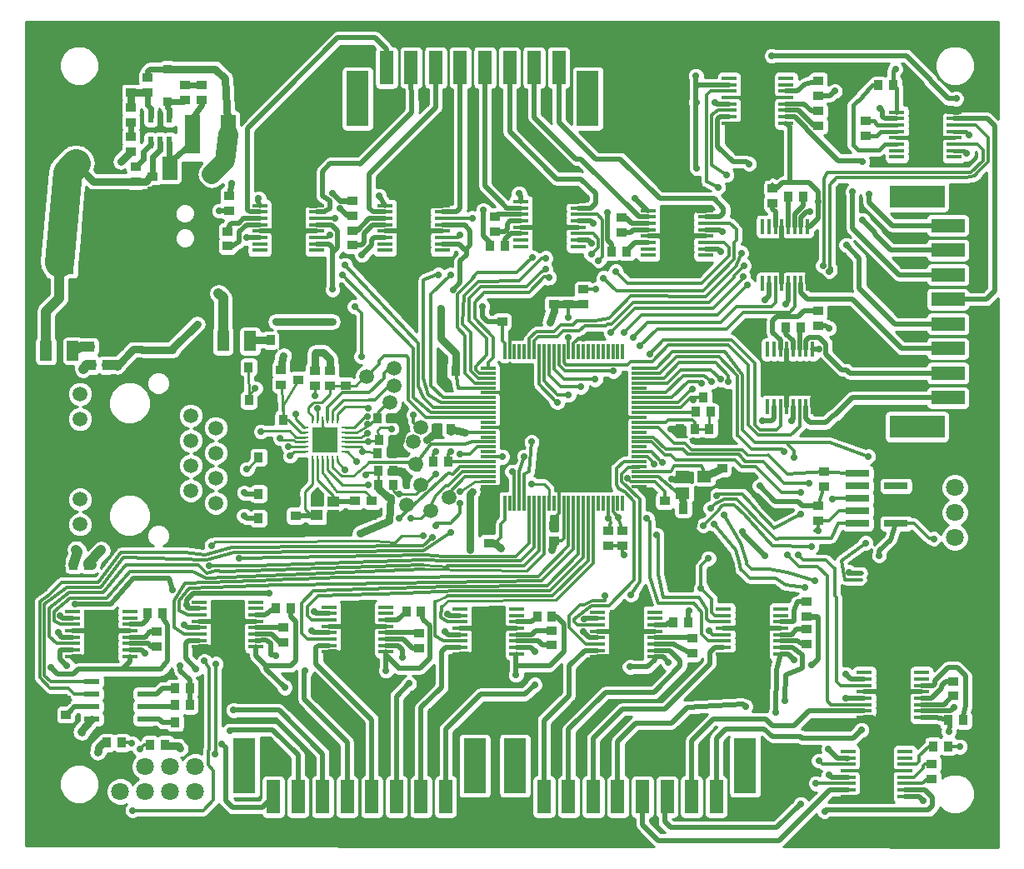
<source format=gbr>
G04 #@! TF.FileFunction,Copper,L1,Top,Signal*
%FSLAX46Y46*%
G04 Gerber Fmt 4.6, Leading zero omitted, Abs format (unit mm)*
G04 Created by KiCad (PCBNEW 4.0.7) date 03/20/19 16:08:22*
%MOMM*%
%LPD*%
G01*
G04 APERTURE LIST*
%ADD10C,0.050000*%
%ADD11R,3.000000X3.000000*%
%ADD12C,0.300000*%
%ADD13R,3.400000X5.000000*%
%ADD14R,1.500000X0.450000*%
%ADD15R,0.899160X1.000760*%
%ADD16R,1.000760X0.899160*%
%ADD17C,1.500000*%
%ADD18R,5.000000X3.400000*%
%ADD19R,0.450000X1.500000*%
%ADD20R,2.499360X2.499360*%
%ADD21O,0.800100X0.248920*%
%ADD22O,0.248920X0.800100*%
%ADD23C,0.600000*%
%ADD24R,1.400000X1.200000*%
%ADD25R,1.200000X1.100000*%
%ADD26C,2.500000*%
%ADD27R,0.900000X1.000000*%
%ADD28R,1.000000X0.900000*%
%ADD29R,2.400000X2.400000*%
%ADD30C,2.400000*%
%ADD31R,1.500000X1.050000*%
%ADD32R,1.500000X2.400000*%
%ADD33R,0.850000X0.850000*%
%ADD34C,1.800000*%
%ADD35R,1.500000X4.000000*%
%ADD36R,1.500000X0.300000*%
%ADD37R,0.300000X1.500000*%
%ADD38R,0.600000X1.200000*%
%ADD39R,1.550000X0.600000*%
%ADD40R,1.250000X2.000000*%
%ADD41R,1.400000X3.400000*%
%ADD42R,2.300000X5.600000*%
%ADD43R,3.400000X1.400000*%
%ADD44R,5.600000X2.300000*%
%ADD45R,2.400000X0.760000*%
%ADD46C,0.700000*%
%ADD47C,0.300000*%
%ADD48C,0.500000*%
%ADD49C,0.250000*%
%ADD50C,0.800000*%
%ADD51C,0.600000*%
%ADD52C,0.450000*%
%ADD53C,1.000000*%
%ADD54C,3.000000*%
%ADD55C,2.000000*%
%ADD56C,0.254000*%
G04 APERTURE END LIST*
D10*
D11*
X152750000Y-75000000D03*
D12*
X152750000Y-77200000D03*
X151650000Y-77200000D03*
X153850000Y-77200000D03*
X153850000Y-72800000D03*
X151650000Y-72800000D03*
X152750000Y-72800000D03*
X152750000Y-73900000D03*
X151650000Y-73900000D03*
X153850000Y-73900000D03*
X153850000Y-76100000D03*
X151650000Y-76100000D03*
X152750000Y-76100000D03*
D13*
X152750000Y-75000000D03*
D14*
X149850000Y-76625000D03*
X149850000Y-77275000D03*
X149850000Y-75975000D03*
X149850000Y-75325000D03*
X149850000Y-72725000D03*
X149850000Y-73375000D03*
X149850000Y-74675000D03*
X149850000Y-74025000D03*
X155650000Y-74025000D03*
X155650000Y-74675000D03*
X155650000Y-73375000D03*
X155650000Y-72725000D03*
X155650000Y-75325000D03*
X155650000Y-75975000D03*
X155650000Y-77275000D03*
X155650000Y-76625000D03*
D12*
X152750000Y-75000000D03*
X151650000Y-75000000D03*
X153850000Y-75000000D03*
D11*
X113250000Y-74500000D03*
D12*
X113250000Y-76700000D03*
X112150000Y-76700000D03*
X114350000Y-76700000D03*
X114350000Y-72300000D03*
X112150000Y-72300000D03*
X113250000Y-72300000D03*
X113250000Y-73400000D03*
X112150000Y-73400000D03*
X114350000Y-73400000D03*
X114350000Y-75600000D03*
X112150000Y-75600000D03*
X113250000Y-75600000D03*
D13*
X113250000Y-74500000D03*
D14*
X110350000Y-76125000D03*
X110350000Y-76775000D03*
X110350000Y-75475000D03*
X110350000Y-74825000D03*
X110350000Y-72225000D03*
X110350000Y-72875000D03*
X110350000Y-74175000D03*
X110350000Y-73525000D03*
X116150000Y-73525000D03*
X116150000Y-74175000D03*
X116150000Y-72875000D03*
X116150000Y-72225000D03*
X116150000Y-74825000D03*
X116150000Y-75475000D03*
X116150000Y-76775000D03*
X116150000Y-76125000D03*
D12*
X113250000Y-74500000D03*
X112150000Y-74500000D03*
X114350000Y-74500000D03*
D15*
X156151840Y-93200000D03*
X154648160Y-93200000D03*
D16*
X143250000Y-82251840D03*
X143250000Y-80748160D03*
X112522000Y-90413840D03*
X112522000Y-88910160D03*
D17*
X126250000Y-98500000D03*
X126710000Y-100580000D03*
X121250000Y-89600000D03*
X129575000Y-101875000D03*
X123600000Y-92250000D03*
X127750000Y-103250000D03*
X125300000Y-102650000D03*
X126750000Y-94750000D03*
X124000000Y-90500000D03*
X124000000Y-88750000D03*
D16*
X145800000Y-106751840D03*
X145800000Y-105248160D03*
X147200000Y-106751840D03*
X147200000Y-105248160D03*
D15*
X103251840Y-124750000D03*
X101748160Y-124750000D03*
D16*
X167100000Y-104251840D03*
X167100000Y-102748160D03*
D15*
X103251840Y-121250000D03*
X101748160Y-121250000D03*
X103251840Y-123000000D03*
X101748160Y-123000000D03*
X123801840Y-93850000D03*
X122298160Y-93850000D03*
X123951840Y-100570000D03*
X122448160Y-100570000D03*
X124001840Y-96000000D03*
X122498160Y-96000000D03*
D16*
X121750000Y-103751840D03*
X121750000Y-102248160D03*
X115950000Y-90501840D03*
X115950000Y-88998160D03*
D15*
X129501840Y-98250000D03*
X127998160Y-98250000D03*
D16*
X117500000Y-90501840D03*
X117500000Y-88998160D03*
D15*
X92953840Y-108712000D03*
X91450160Y-108712000D03*
X94811840Y-88440000D03*
X93308160Y-88440000D03*
X94641840Y-86550000D03*
X93138160Y-86550000D03*
X100751840Y-127000000D03*
X99248160Y-127000000D03*
X112951840Y-85900000D03*
X111448160Y-85900000D03*
D11*
X139800000Y-74100000D03*
D12*
X139800000Y-76300000D03*
X138700000Y-76300000D03*
X140900000Y-76300000D03*
X140900000Y-71900000D03*
X138700000Y-71900000D03*
X139800000Y-71900000D03*
X139800000Y-73000000D03*
X138700000Y-73000000D03*
X140900000Y-73000000D03*
X140900000Y-75200000D03*
X138700000Y-75200000D03*
X139800000Y-75200000D03*
D13*
X139800000Y-74100000D03*
D14*
X136900000Y-75725000D03*
X136900000Y-76375000D03*
X136900000Y-75075000D03*
X136900000Y-74425000D03*
X136900000Y-71825000D03*
X136900000Y-72475000D03*
X136900000Y-73775000D03*
X136900000Y-73125000D03*
X142700000Y-73125000D03*
X142700000Y-73775000D03*
X142700000Y-72475000D03*
X142700000Y-71825000D03*
X142700000Y-74425000D03*
X142700000Y-75075000D03*
X142700000Y-76375000D03*
X142700000Y-75725000D03*
D12*
X139800000Y-74100000D03*
X138700000Y-74100000D03*
X140900000Y-74100000D03*
D11*
X126000000Y-74500000D03*
D12*
X126000000Y-76700000D03*
X124900000Y-76700000D03*
X127100000Y-76700000D03*
X127100000Y-72300000D03*
X124900000Y-72300000D03*
X126000000Y-72300000D03*
X126000000Y-73400000D03*
X124900000Y-73400000D03*
X127100000Y-73400000D03*
X127100000Y-75600000D03*
X124900000Y-75600000D03*
X126000000Y-75600000D03*
D13*
X126000000Y-74500000D03*
D14*
X123100000Y-76125000D03*
X123100000Y-76775000D03*
X123100000Y-75475000D03*
X123100000Y-74825000D03*
X123100000Y-72225000D03*
X123100000Y-72875000D03*
X123100000Y-74175000D03*
X123100000Y-73525000D03*
X128900000Y-73525000D03*
X128900000Y-74175000D03*
X128900000Y-72875000D03*
X128900000Y-72225000D03*
X128900000Y-74825000D03*
X128900000Y-75475000D03*
X128900000Y-76775000D03*
X128900000Y-76125000D03*
D12*
X126000000Y-74500000D03*
X124900000Y-74500000D03*
X127100000Y-74500000D03*
D11*
X164250000Y-89750000D03*
D12*
X162050000Y-89750000D03*
X162050000Y-88650000D03*
X162050000Y-90850000D03*
X166450000Y-90850000D03*
X166450000Y-88650000D03*
X166450000Y-89750000D03*
X165350000Y-89750000D03*
X165350000Y-88650000D03*
X165350000Y-90850000D03*
X163150000Y-90850000D03*
X163150000Y-88650000D03*
X163150000Y-89750000D03*
D18*
X164250000Y-89750000D03*
D19*
X162625000Y-86850000D03*
X161975000Y-86850000D03*
X163275000Y-86850000D03*
X163925000Y-86850000D03*
X166525000Y-86850000D03*
X165875000Y-86850000D03*
X164575000Y-86850000D03*
X165225000Y-86850000D03*
X165225000Y-92650000D03*
X164575000Y-92650000D03*
X165875000Y-92650000D03*
X166525000Y-92650000D03*
X163925000Y-92650000D03*
X163275000Y-92650000D03*
X161975000Y-92650000D03*
X162625000Y-92650000D03*
D12*
X164250000Y-89750000D03*
X164250000Y-88650000D03*
X164250000Y-90850000D03*
D11*
X163750000Y-77250000D03*
D12*
X161550000Y-77250000D03*
X161550000Y-76150000D03*
X161550000Y-78350000D03*
X165950000Y-78350000D03*
X165950000Y-76150000D03*
X165950000Y-77250000D03*
X164850000Y-77250000D03*
X164850000Y-76150000D03*
X164850000Y-78350000D03*
X162650000Y-78350000D03*
X162650000Y-76150000D03*
X162650000Y-77250000D03*
D18*
X163750000Y-77250000D03*
D19*
X162125000Y-74350000D03*
X161475000Y-74350000D03*
X162775000Y-74350000D03*
X163425000Y-74350000D03*
X166025000Y-74350000D03*
X165375000Y-74350000D03*
X164075000Y-74350000D03*
X164725000Y-74350000D03*
X164725000Y-80150000D03*
X164075000Y-80150000D03*
X165375000Y-80150000D03*
X166025000Y-80150000D03*
X163425000Y-80150000D03*
X162775000Y-80150000D03*
X161475000Y-80150000D03*
X162125000Y-80150000D03*
D12*
X163750000Y-77250000D03*
X163750000Y-76150000D03*
X163750000Y-78350000D03*
D11*
X178000000Y-65000000D03*
D12*
X178000000Y-67200000D03*
X176900000Y-67200000D03*
X179100000Y-67200000D03*
X179100000Y-62800000D03*
X176900000Y-62800000D03*
X178000000Y-62800000D03*
X178000000Y-63900000D03*
X176900000Y-63900000D03*
X179100000Y-63900000D03*
X179100000Y-66100000D03*
X176900000Y-66100000D03*
X178000000Y-66100000D03*
D13*
X178000000Y-65000000D03*
D14*
X175100000Y-66625000D03*
X175100000Y-67275000D03*
X175100000Y-65975000D03*
X175100000Y-65325000D03*
X175100000Y-62725000D03*
X175100000Y-63375000D03*
X175100000Y-64675000D03*
X175100000Y-64025000D03*
X180900000Y-64025000D03*
X180900000Y-64675000D03*
X180900000Y-63375000D03*
X180900000Y-62725000D03*
X180900000Y-65325000D03*
X180900000Y-65975000D03*
X180900000Y-67275000D03*
X180900000Y-66625000D03*
D12*
X178000000Y-65000000D03*
X176900000Y-65000000D03*
X179100000Y-65000000D03*
D11*
X160950000Y-61570000D03*
D12*
X160950000Y-59370000D03*
X162050000Y-59370000D03*
X159850000Y-59370000D03*
X159850000Y-63770000D03*
X162050000Y-63770000D03*
X160950000Y-63770000D03*
X160950000Y-62670000D03*
X162050000Y-62670000D03*
X159850000Y-62670000D03*
X159850000Y-60470000D03*
X162050000Y-60470000D03*
X160950000Y-60470000D03*
D13*
X160950000Y-61570000D03*
D14*
X163850000Y-59945000D03*
X163850000Y-59295000D03*
X163850000Y-60595000D03*
X163850000Y-61245000D03*
X163850000Y-63845000D03*
X163850000Y-63195000D03*
X163850000Y-61895000D03*
X163850000Y-62545000D03*
X158050000Y-62545000D03*
X158050000Y-61895000D03*
X158050000Y-63195000D03*
X158050000Y-63845000D03*
X158050000Y-61245000D03*
X158050000Y-60595000D03*
X158050000Y-59295000D03*
X158050000Y-59945000D03*
D12*
X160950000Y-61570000D03*
X162050000Y-61570000D03*
X159850000Y-61570000D03*
D11*
X147600000Y-115800000D03*
D12*
X147600000Y-113600000D03*
X148700000Y-113600000D03*
X146500000Y-113600000D03*
X146500000Y-118000000D03*
X148700000Y-118000000D03*
X147600000Y-118000000D03*
X147600000Y-116900000D03*
X148700000Y-116900000D03*
X146500000Y-116900000D03*
X146500000Y-114700000D03*
X148700000Y-114700000D03*
X147600000Y-114700000D03*
D13*
X147600000Y-115800000D03*
D14*
X150500000Y-114175000D03*
X150500000Y-113525000D03*
X150500000Y-114825000D03*
X150500000Y-115475000D03*
X150500000Y-118075000D03*
X150500000Y-117425000D03*
X150500000Y-116125000D03*
X150500000Y-116775000D03*
X144700000Y-116775000D03*
X144700000Y-116125000D03*
X144700000Y-117425000D03*
X144700000Y-118075000D03*
X144700000Y-115475000D03*
X144700000Y-114825000D03*
X144700000Y-113525000D03*
X144700000Y-114175000D03*
D12*
X147600000Y-115800000D03*
X148700000Y-115800000D03*
X146500000Y-115800000D03*
D11*
X160400000Y-115500000D03*
D12*
X160400000Y-113300000D03*
X161500000Y-113300000D03*
X159300000Y-113300000D03*
X159300000Y-117700000D03*
X161500000Y-117700000D03*
X160400000Y-117700000D03*
X160400000Y-116600000D03*
X161500000Y-116600000D03*
X159300000Y-116600000D03*
X159300000Y-114400000D03*
X161500000Y-114400000D03*
X160400000Y-114400000D03*
D13*
X160400000Y-115500000D03*
D14*
X163300000Y-113875000D03*
X163300000Y-113225000D03*
X163300000Y-114525000D03*
X163300000Y-115175000D03*
X163300000Y-117775000D03*
X163300000Y-117125000D03*
X163300000Y-115825000D03*
X163300000Y-116475000D03*
X157500000Y-116475000D03*
X157500000Y-115825000D03*
X157500000Y-117125000D03*
X157500000Y-117775000D03*
X157500000Y-115175000D03*
X157500000Y-114525000D03*
X157500000Y-113225000D03*
X157500000Y-113875000D03*
D12*
X160400000Y-115500000D03*
X161500000Y-115500000D03*
X159300000Y-115500000D03*
D11*
X173025000Y-129975000D03*
D12*
X173025000Y-127775000D03*
X174125000Y-127775000D03*
X171925000Y-127775000D03*
X171925000Y-132175000D03*
X174125000Y-132175000D03*
X173025000Y-132175000D03*
X173025000Y-131075000D03*
X174125000Y-131075000D03*
X171925000Y-131075000D03*
X171925000Y-128875000D03*
X174125000Y-128875000D03*
X173025000Y-128875000D03*
D13*
X173025000Y-129975000D03*
D14*
X175925000Y-128350000D03*
X175925000Y-127700000D03*
X175925000Y-129000000D03*
X175925000Y-129650000D03*
X175925000Y-132250000D03*
X175925000Y-131600000D03*
X175925000Y-130300000D03*
X175925000Y-130950000D03*
X170125000Y-130950000D03*
X170125000Y-130300000D03*
X170125000Y-131600000D03*
X170125000Y-132250000D03*
X170125000Y-129650000D03*
X170125000Y-129000000D03*
X170125000Y-127700000D03*
X170125000Y-128350000D03*
D12*
X173025000Y-129975000D03*
X174125000Y-129975000D03*
X171925000Y-129975000D03*
D11*
X174710000Y-121960000D03*
D12*
X174710000Y-119760000D03*
X175810000Y-119760000D03*
X173610000Y-119760000D03*
X173610000Y-124160000D03*
X175810000Y-124160000D03*
X174710000Y-124160000D03*
X174710000Y-123060000D03*
X175810000Y-123060000D03*
X173610000Y-123060000D03*
X173610000Y-120860000D03*
X175810000Y-120860000D03*
X174710000Y-120860000D03*
D13*
X174710000Y-121960000D03*
D14*
X177610000Y-120335000D03*
X177610000Y-119685000D03*
X177610000Y-120985000D03*
X177610000Y-121635000D03*
X177610000Y-124235000D03*
X177610000Y-123585000D03*
X177610000Y-122285000D03*
X177610000Y-122935000D03*
X171810000Y-122935000D03*
X171810000Y-122285000D03*
X171810000Y-123585000D03*
X171810000Y-124235000D03*
X171810000Y-121635000D03*
X171810000Y-120985000D03*
X171810000Y-119685000D03*
X171810000Y-120335000D03*
D12*
X174710000Y-121960000D03*
X175810000Y-121960000D03*
X173610000Y-121960000D03*
D11*
X107100000Y-114800000D03*
D12*
X107100000Y-112600000D03*
X108200000Y-112600000D03*
X106000000Y-112600000D03*
X106000000Y-117000000D03*
X108200000Y-117000000D03*
X107100000Y-117000000D03*
X107100000Y-115900000D03*
X108200000Y-115900000D03*
X106000000Y-115900000D03*
X106000000Y-113700000D03*
X108200000Y-113700000D03*
X107100000Y-113700000D03*
D13*
X107100000Y-114800000D03*
D14*
X110000000Y-113175000D03*
X110000000Y-112525000D03*
X110000000Y-113825000D03*
X110000000Y-114475000D03*
X110000000Y-117075000D03*
X110000000Y-116425000D03*
X110000000Y-115125000D03*
X110000000Y-115775000D03*
X104200000Y-115775000D03*
X104200000Y-115125000D03*
X104200000Y-116425000D03*
X104200000Y-117075000D03*
X104200000Y-114475000D03*
X104200000Y-113825000D03*
X104200000Y-112525000D03*
X104200000Y-113175000D03*
D12*
X107100000Y-114800000D03*
X108200000Y-114800000D03*
X106000000Y-114800000D03*
D11*
X120300000Y-115300000D03*
D12*
X120300000Y-113100000D03*
X121400000Y-113100000D03*
X119200000Y-113100000D03*
X119200000Y-117500000D03*
X121400000Y-117500000D03*
X120300000Y-117500000D03*
X120300000Y-116400000D03*
X121400000Y-116400000D03*
X119200000Y-116400000D03*
X119200000Y-114200000D03*
X121400000Y-114200000D03*
X120300000Y-114200000D03*
D13*
X120300000Y-115300000D03*
D14*
X123200000Y-113675000D03*
X123200000Y-113025000D03*
X123200000Y-114325000D03*
X123200000Y-114975000D03*
X123200000Y-117575000D03*
X123200000Y-116925000D03*
X123200000Y-115625000D03*
X123200000Y-116275000D03*
X117400000Y-116275000D03*
X117400000Y-115625000D03*
X117400000Y-116925000D03*
X117400000Y-117575000D03*
X117400000Y-114975000D03*
X117400000Y-114325000D03*
X117400000Y-113025000D03*
X117400000Y-113675000D03*
D12*
X120300000Y-115300000D03*
X121400000Y-115300000D03*
X119200000Y-115300000D03*
D11*
X133600000Y-115500000D03*
D12*
X133600000Y-113300000D03*
X134700000Y-113300000D03*
X132500000Y-113300000D03*
X132500000Y-117700000D03*
X134700000Y-117700000D03*
X133600000Y-117700000D03*
X133600000Y-116600000D03*
X134700000Y-116600000D03*
X132500000Y-116600000D03*
X132500000Y-114400000D03*
X134700000Y-114400000D03*
X133600000Y-114400000D03*
D13*
X133600000Y-115500000D03*
D14*
X136500000Y-113875000D03*
X136500000Y-113225000D03*
X136500000Y-114525000D03*
X136500000Y-115175000D03*
X136500000Y-117775000D03*
X136500000Y-117125000D03*
X136500000Y-115825000D03*
X136500000Y-116475000D03*
X130700000Y-116475000D03*
X130700000Y-115825000D03*
X130700000Y-117125000D03*
X130700000Y-117775000D03*
X130700000Y-115175000D03*
X130700000Y-114525000D03*
X130700000Y-113225000D03*
X130700000Y-113875000D03*
D12*
X133600000Y-115500000D03*
X134700000Y-115500000D03*
X132500000Y-115500000D03*
D20*
X117000000Y-96000000D03*
D21*
X115001020Y-94750320D03*
X115001020Y-95250700D03*
X115001020Y-95751080D03*
X115001020Y-96248920D03*
X115001020Y-96749300D03*
X115001020Y-97249680D03*
D22*
X115750320Y-97998980D03*
X116250700Y-97998980D03*
X116751080Y-97998980D03*
X117248920Y-97998980D03*
X117749300Y-97998980D03*
X118249680Y-97998980D03*
D21*
X118998980Y-97249680D03*
X118998980Y-96749300D03*
X118998980Y-96248920D03*
X118998980Y-95751080D03*
X118998980Y-95250700D03*
X118998980Y-94750320D03*
D22*
X118249680Y-94001020D03*
X117749300Y-94001020D03*
X117248920Y-94001020D03*
X116751080Y-94001020D03*
X116250700Y-94001020D03*
X115750320Y-94001020D03*
D23*
X117000000Y-96000000D03*
X117762000Y-95238000D03*
X116238000Y-95238000D03*
X117762000Y-96762000D03*
X116238000Y-96762000D03*
D17*
X92100000Y-91375000D03*
X92100000Y-93915000D03*
X92100000Y-102085000D03*
X92100000Y-104625000D03*
X103350000Y-93560000D03*
X103350000Y-98630000D03*
X103350000Y-96100000D03*
X103350000Y-101170000D03*
X105890000Y-94820000D03*
X105890000Y-99900000D03*
X105890000Y-97360000D03*
X105890000Y-102440000D03*
D24*
X155550000Y-99725000D03*
X153350000Y-99725000D03*
X155550000Y-101425000D03*
X153350000Y-101425000D03*
D25*
X116150000Y-103700000D03*
X117850000Y-103700000D03*
X116150000Y-102300000D03*
X117850000Y-102300000D03*
D15*
X110248160Y-104000000D03*
X111751840Y-104000000D03*
D26*
X91660000Y-62970000D03*
X91660000Y-67970000D03*
D15*
X128248160Y-94900000D03*
D27*
X129751840Y-94900000D03*
D15*
X128748160Y-89000000D03*
D27*
X130251840Y-89000000D03*
D15*
X157551840Y-94900000D03*
D27*
X156048160Y-94900000D03*
D16*
X133650000Y-104998160D03*
D28*
X133650000Y-106501840D03*
D15*
X153048160Y-94900000D03*
D27*
X154551840Y-94900000D03*
D15*
X156951840Y-91700000D03*
D27*
X155448160Y-91700000D03*
D16*
X140250000Y-104748160D03*
D28*
X140250000Y-106251840D03*
D16*
X140250000Y-80748160D03*
D28*
X140250000Y-82251840D03*
D16*
X151500000Y-103751840D03*
D28*
X151500000Y-102248160D03*
D16*
X141750000Y-80748160D03*
D28*
X141750000Y-82251840D03*
D16*
X157350000Y-100426840D03*
D28*
X157350000Y-98923160D03*
D15*
X154901840Y-103025000D03*
D27*
X153398160Y-103025000D03*
D16*
X99900000Y-117001840D03*
D28*
X99900000Y-115498160D03*
D15*
X98948160Y-113650000D03*
D27*
X100451840Y-113650000D03*
D16*
X147100000Y-73448160D03*
D28*
X147100000Y-74951840D03*
D16*
X134300000Y-73348160D03*
D28*
X134300000Y-74851840D03*
D29*
X90250000Y-78000000D03*
D30*
X95250000Y-78000000D03*
D16*
X99500000Y-70751840D03*
D28*
X99500000Y-69248160D03*
D15*
X147651840Y-76900000D03*
D27*
X146148160Y-76900000D03*
D15*
X135251840Y-76300000D03*
D27*
X133748160Y-76300000D03*
D16*
X119750000Y-74748160D03*
D28*
X119750000Y-76251840D03*
D16*
X104500000Y-61501840D03*
D28*
X104500000Y-59998160D03*
D16*
X107100000Y-74848160D03*
D28*
X107100000Y-76351840D03*
D16*
X119750000Y-73251840D03*
D28*
X119750000Y-71748160D03*
D16*
X97250000Y-66751840D03*
D28*
X97250000Y-65248160D03*
D16*
X107250000Y-72751840D03*
D28*
X107250000Y-71248160D03*
D15*
X165351840Y-84600000D03*
D27*
X163848160Y-84600000D03*
D15*
X165551840Y-71300000D03*
D27*
X164048160Y-71300000D03*
D16*
X167100000Y-82948160D03*
D28*
X167100000Y-84451840D03*
D16*
X162500000Y-72001840D03*
D28*
X162500000Y-70498160D03*
D16*
X171900000Y-63638160D03*
D28*
X171900000Y-65141840D03*
D16*
X167150000Y-64111840D03*
D28*
X167150000Y-62608160D03*
D15*
X173248160Y-60000000D03*
D27*
X174751840Y-60000000D03*
D16*
X167130000Y-59558160D03*
D28*
X167130000Y-61061840D03*
D16*
X154300000Y-117701840D03*
D28*
X154300000Y-116198160D03*
D16*
X165900000Y-116751840D03*
D28*
X165900000Y-115248160D03*
D15*
X152398160Y-114550000D03*
D27*
X153901840Y-114550000D03*
D16*
X165900000Y-112448160D03*
D28*
X165900000Y-113951840D03*
D16*
X178660000Y-130461840D03*
D28*
X178660000Y-128958160D03*
D16*
X180830000Y-122071840D03*
D28*
X180830000Y-120568160D03*
D15*
X178818160Y-127160000D03*
D27*
X180321840Y-127160000D03*
D15*
X181851840Y-124510000D03*
D27*
X180348160Y-124510000D03*
D16*
X112800000Y-116601840D03*
D28*
X112800000Y-115098160D03*
D16*
X126600000Y-117201840D03*
D28*
X126600000Y-115698160D03*
D16*
X140050000Y-116901840D03*
D28*
X140050000Y-115398160D03*
D15*
X111998160Y-113150000D03*
D27*
X113501840Y-113150000D03*
D15*
X125248160Y-113450000D03*
D27*
X126751840Y-113450000D03*
D15*
X138548160Y-114000000D03*
D27*
X140051840Y-114000000D03*
D16*
X114300000Y-88402160D03*
D28*
X114300000Y-89905840D03*
D15*
X110733840Y-88646000D03*
D27*
X109230160Y-88646000D03*
D15*
X123921840Y-99160000D03*
D27*
X122418160Y-99160000D03*
D15*
X111248160Y-94000000D03*
D27*
X112751840Y-94000000D03*
D16*
X114000000Y-102248160D03*
D28*
X114000000Y-103751840D03*
D15*
X110751840Y-92000000D03*
D27*
X109248160Y-92000000D03*
D15*
X123851840Y-97425000D03*
D27*
X122348160Y-97425000D03*
D16*
X120000000Y-103751840D03*
D28*
X120000000Y-102248160D03*
D16*
X119100000Y-88998160D03*
D28*
X119100000Y-90501840D03*
D15*
X111751840Y-97800000D03*
D27*
X110248160Y-97800000D03*
D15*
X110248160Y-101500000D03*
D27*
X111751840Y-101500000D03*
D31*
X101250000Y-70775000D03*
D32*
X101250000Y-68400000D03*
D33*
X101000000Y-58325000D03*
X101000000Y-61675000D03*
D34*
X181000000Y-105950000D03*
X181000000Y-103410000D03*
X181000000Y-98340160D03*
X181000000Y-100880160D03*
X101270000Y-131770000D03*
X103810000Y-131770000D03*
X98730000Y-131770000D03*
X96190000Y-131770000D03*
X96190000Y-129230000D03*
X98730000Y-129230000D03*
X103810000Y-129230000D03*
X101270000Y-129230000D03*
D35*
X107160000Y-64980000D03*
X103560000Y-64980000D03*
D17*
X126000000Y-96250000D03*
D15*
X96351840Y-126800000D03*
X94848160Y-126800000D03*
D16*
X90650000Y-123951840D03*
X90650000Y-122448160D03*
X97750000Y-68248160D03*
X97750000Y-69751840D03*
X97250000Y-59248160D03*
X97250000Y-60751840D03*
X102750000Y-59998160D03*
X102750000Y-61501840D03*
X99000000Y-60751840D03*
X99000000Y-59248160D03*
X97250000Y-62248160D03*
X97250000Y-63751840D03*
X167670000Y-99248160D03*
X167670000Y-100751840D03*
D36*
X148950000Y-92750000D03*
X148950000Y-92250000D03*
X148950000Y-91750000D03*
X148950000Y-90750000D03*
X148950000Y-91250000D03*
X148950000Y-89250000D03*
X148950000Y-88750000D03*
X148950000Y-89750000D03*
X148950000Y-90250000D03*
D37*
X135750000Y-102450000D03*
X135250000Y-102450000D03*
X138750000Y-102450000D03*
X138250000Y-102450000D03*
X139250000Y-102450000D03*
X137250000Y-102450000D03*
X137750000Y-102450000D03*
X136250000Y-102450000D03*
X136750000Y-102450000D03*
D36*
X133550000Y-97250000D03*
X133550000Y-97750000D03*
X133550000Y-96750000D03*
X133550000Y-98250000D03*
X133550000Y-98750000D03*
X133550000Y-100750000D03*
X133550000Y-100250000D03*
X133550000Y-99750000D03*
X133550000Y-99250000D03*
D37*
X137250000Y-87050000D03*
X138750000Y-87050000D03*
X139250000Y-87050000D03*
X138250000Y-87050000D03*
X137750000Y-87050000D03*
X135750000Y-87050000D03*
X136250000Y-87050000D03*
X136750000Y-87050000D03*
X135250000Y-87050000D03*
D36*
X148950000Y-94750000D03*
X148950000Y-94250000D03*
X148950000Y-93250000D03*
X148950000Y-93750000D03*
D37*
X140250000Y-102450000D03*
X139750000Y-102450000D03*
X141250000Y-102450000D03*
X140750000Y-102450000D03*
D36*
X133550000Y-94750000D03*
X133550000Y-95250000D03*
X133550000Y-95750000D03*
X133550000Y-96250000D03*
D37*
X139750000Y-87050000D03*
X141250000Y-87050000D03*
X140750000Y-87050000D03*
X140250000Y-87050000D03*
D36*
X148950000Y-95750000D03*
X148950000Y-95250000D03*
X148950000Y-96250000D03*
X148950000Y-96750000D03*
D37*
X144250000Y-102450000D03*
X144750000Y-102450000D03*
X145750000Y-102450000D03*
X145250000Y-102450000D03*
X142750000Y-102450000D03*
X143750000Y-102450000D03*
X143250000Y-102450000D03*
X141750000Y-102450000D03*
X142250000Y-102450000D03*
D36*
X133550000Y-94250000D03*
X133550000Y-93750000D03*
D37*
X142250000Y-87050000D03*
X142750000Y-87050000D03*
X143750000Y-87050000D03*
X143250000Y-87050000D03*
X144750000Y-87050000D03*
X145250000Y-87050000D03*
X144250000Y-87050000D03*
X146750000Y-87050000D03*
X147250000Y-87050000D03*
X146250000Y-87050000D03*
X145750000Y-87050000D03*
D36*
X148950000Y-97250000D03*
X148950000Y-97750000D03*
X148950000Y-98750000D03*
X148950000Y-98250000D03*
X148950000Y-99750000D03*
X148950000Y-100250000D03*
X148950000Y-99250000D03*
D37*
X146750000Y-102450000D03*
X146250000Y-102450000D03*
X147250000Y-102450000D03*
D36*
X148950000Y-100750000D03*
X133550000Y-91750000D03*
X133550000Y-92250000D03*
X133550000Y-93250000D03*
X133550000Y-92750000D03*
X133550000Y-90250000D03*
X133550000Y-91250000D03*
X133550000Y-90750000D03*
X133550000Y-89250000D03*
X133550000Y-89750000D03*
X133550000Y-88750000D03*
D37*
X141750000Y-87050000D03*
D11*
X94250000Y-115750000D03*
D12*
X94250000Y-113550000D03*
X95350000Y-113550000D03*
X93150000Y-113550000D03*
X93150000Y-117950000D03*
X95350000Y-117950000D03*
X94250000Y-117950000D03*
X94250000Y-116850000D03*
X95350000Y-116850000D03*
X93150000Y-116850000D03*
X93150000Y-114650000D03*
X95350000Y-114650000D03*
X94250000Y-114650000D03*
D13*
X94250000Y-115750000D03*
D14*
X97150000Y-114125000D03*
X97150000Y-113475000D03*
X97150000Y-114775000D03*
X97150000Y-115425000D03*
X97150000Y-118025000D03*
X97150000Y-117375000D03*
X97150000Y-116075000D03*
X97150000Y-116725000D03*
X91350000Y-116725000D03*
X91350000Y-116075000D03*
X91350000Y-117375000D03*
X91350000Y-118025000D03*
X91350000Y-115425000D03*
X91350000Y-114775000D03*
X91350000Y-113475000D03*
X91350000Y-114125000D03*
D12*
X94250000Y-115750000D03*
X95350000Y-115750000D03*
X93150000Y-115750000D03*
D38*
X101200000Y-65800000D03*
X101200000Y-63200000D03*
X100250000Y-63200000D03*
X99300000Y-63200000D03*
X99300000Y-65800000D03*
X100199960Y-65800000D03*
D39*
X98700000Y-124405000D03*
X98700000Y-123135000D03*
X98700000Y-121865000D03*
X98700000Y-120595000D03*
X93300000Y-120595000D03*
X93300000Y-121865000D03*
X93300000Y-123135000D03*
X93300000Y-124405000D03*
D16*
X135000000Y-82498160D03*
D28*
X135000000Y-84001840D03*
D40*
X88625000Y-87000000D03*
X91375000Y-87000000D03*
X106625000Y-86000000D03*
X109375000Y-86000000D03*
D41*
X140750000Y-58200000D03*
X138250000Y-58200000D03*
X135750000Y-58200000D03*
X123250000Y-58200000D03*
X128250000Y-58200000D03*
X125750000Y-58200000D03*
D42*
X143700000Y-61350000D03*
D41*
X130750000Y-58200000D03*
X133250000Y-58200000D03*
D42*
X120300000Y-61350000D03*
D41*
X111750000Y-132300000D03*
X114250000Y-132300000D03*
X116750000Y-132300000D03*
X129250000Y-132300000D03*
X124250000Y-132300000D03*
X126750000Y-132300000D03*
D42*
X108800000Y-129150000D03*
D41*
X121750000Y-132300000D03*
X119250000Y-132300000D03*
D42*
X132200000Y-129150000D03*
D43*
X180300000Y-91750000D03*
X180300000Y-89250000D03*
X180300000Y-86750000D03*
X180300000Y-74250000D03*
X180300000Y-79250000D03*
X180300000Y-76750000D03*
D44*
X177150000Y-94700000D03*
D43*
X180300000Y-81750000D03*
X180300000Y-84250000D03*
D44*
X177150000Y-71300000D03*
D41*
X139250000Y-132300000D03*
X141750000Y-132300000D03*
X144250000Y-132300000D03*
X156750000Y-132300000D03*
X151750000Y-132300000D03*
X154250000Y-132300000D03*
D42*
X136300000Y-129150000D03*
D41*
X149250000Y-132300000D03*
X146750000Y-132300000D03*
D42*
X159700000Y-129150000D03*
D45*
X171120000Y-100730000D03*
X171120000Y-99460000D03*
X175020000Y-99460000D03*
X175020000Y-100730000D03*
X175020000Y-104540000D03*
X175020000Y-103270000D03*
X175020000Y-102000000D03*
X171120000Y-102000000D03*
X171120000Y-103270000D03*
X171120000Y-104540000D03*
D46*
X128900000Y-87750000D03*
X136250000Y-85350000D03*
X143250000Y-85700000D03*
X154400000Y-96100000D03*
X152100000Y-94900000D03*
X152200000Y-100000000D03*
X151400000Y-104700000D03*
X149850000Y-101800000D03*
X125250000Y-100000000D03*
X127300000Y-96000000D03*
X135000000Y-91250000D03*
X135250000Y-94750000D03*
X135250000Y-100250000D03*
X140750000Y-100750000D03*
X147000000Y-93750000D03*
X100250000Y-64250000D03*
X125250000Y-94750000D03*
X116200000Y-101350000D03*
X96160000Y-86530000D03*
X116000000Y-91550000D03*
X116200000Y-92850000D03*
X159720000Y-123120000D03*
X163760000Y-122550000D03*
X171580000Y-73680000D03*
X160070000Y-67980000D03*
X172280000Y-71050000D03*
X171610000Y-67730000D03*
X173390000Y-62330000D03*
X170610000Y-70790000D03*
X169960000Y-76220000D03*
X166270000Y-72870000D03*
X171500000Y-125510000D03*
X180910000Y-123230000D03*
X165350000Y-133050000D03*
X167750000Y-133775000D03*
X112450000Y-95850000D03*
X113450000Y-97650000D03*
X168790000Y-60600000D03*
X180370000Y-125700000D03*
X181510000Y-127210000D03*
X177800000Y-132700000D03*
X136400000Y-119900000D03*
X123200000Y-119500000D03*
X112900000Y-121200000D03*
X133100000Y-72700000D03*
X136700000Y-71000000D03*
X145700000Y-72900000D03*
X148500000Y-71500000D03*
X167100000Y-71800000D03*
X168200000Y-84700000D03*
X167200000Y-86800000D03*
X154000000Y-113400000D03*
X151900000Y-118650000D03*
X147950000Y-119100000D03*
X89100000Y-119150000D03*
X166400000Y-118900000D03*
X164700000Y-118400000D03*
X162820000Y-123710000D03*
X122500000Y-71250000D03*
X110250000Y-71500000D03*
X107500000Y-70000000D03*
X117750000Y-71000000D03*
X174960000Y-58360000D03*
X127000000Y-105750000D03*
X105500000Y-106750000D03*
X130750000Y-102500000D03*
X135000000Y-97750000D03*
X128250000Y-104750000D03*
X106250000Y-72750000D03*
X109000000Y-75500000D03*
X138300000Y-120900000D03*
X138300000Y-117550000D03*
X141750000Y-83600000D03*
X141750000Y-85650000D03*
X139850000Y-84100000D03*
X104000000Y-84250000D03*
X112000000Y-84000000D03*
X117750000Y-84000000D03*
X94250000Y-107250000D03*
X95890000Y-88490000D03*
X118500000Y-72500000D03*
X120750000Y-77250000D03*
X114050000Y-93400000D03*
X109900000Y-90800000D03*
X109050000Y-99000000D03*
X108800000Y-101400000D03*
X168575000Y-102025000D03*
X165340000Y-103570000D03*
X156750000Y-101675000D03*
X156300000Y-90100000D03*
X154300000Y-90900000D03*
X155425000Y-104725000D03*
X166420000Y-106860000D03*
X167080000Y-105250000D03*
X156175000Y-103000000D03*
X155300000Y-90300000D03*
X104750000Y-118500000D03*
X105250000Y-108800000D03*
X97450000Y-133675000D03*
X105800000Y-128000000D03*
X105900000Y-118800000D03*
X108300000Y-108100000D03*
X166170000Y-100480000D03*
X165330000Y-101390000D03*
X125550000Y-120800000D03*
X124900000Y-118150000D03*
X107700000Y-123500000D03*
X103900000Y-119300000D03*
X115000000Y-119500000D03*
X112000000Y-118000000D03*
X108750000Y-103750000D03*
X124500000Y-101500000D03*
X130750000Y-97500000D03*
X128250000Y-99500000D03*
X121380000Y-100630000D03*
X130750000Y-101250000D03*
X121300000Y-94450000D03*
X125750000Y-104000000D03*
X120250000Y-98250000D03*
X119050000Y-99050000D03*
X124500000Y-104000000D03*
X126000000Y-93500000D03*
X136000000Y-99250000D03*
X121400000Y-92800000D03*
X124000000Y-90500000D03*
X137250000Y-97750000D03*
X124000000Y-88750000D03*
X138000000Y-96250000D03*
X91694000Y-107188000D03*
X92430000Y-88810000D03*
X159300000Y-77050000D03*
X156950000Y-70350000D03*
X168250000Y-78900000D03*
X159950000Y-80300000D03*
X147400000Y-85100000D03*
X141750000Y-91450000D03*
X167600000Y-78350000D03*
X159475000Y-79475000D03*
X146050000Y-85150000D03*
X140600000Y-92200000D03*
X157800000Y-69100000D03*
X159550000Y-78350000D03*
X149000000Y-86500000D03*
X144450000Y-89900000D03*
X150000000Y-87300000D03*
X146300000Y-89050000D03*
X132000000Y-73500000D03*
X129750000Y-79250000D03*
X130750000Y-75250000D03*
X128500000Y-79250000D03*
X118750000Y-79250000D03*
X117500000Y-75250000D03*
X118000000Y-73500000D03*
X119000000Y-78250000D03*
X138050000Y-77500000D03*
X144050000Y-77200000D03*
X146550000Y-78900000D03*
X139400000Y-78650000D03*
X144800000Y-77800000D03*
X139400000Y-77550000D03*
X139750000Y-79550000D03*
X145300000Y-79600000D03*
X148300000Y-85600000D03*
X143000000Y-90650000D03*
X110500000Y-95200000D03*
X113300000Y-96750000D03*
X154740000Y-61710000D03*
X156610000Y-61750000D03*
X181140000Y-61360000D03*
X169950000Y-122290000D03*
X169910000Y-119840000D03*
X168190000Y-130070000D03*
X168170000Y-127460000D03*
X173300000Y-107775000D03*
X170275000Y-109475000D03*
X159450000Y-105350000D03*
X161700000Y-107800000D03*
X161175000Y-100725000D03*
X178850000Y-106075000D03*
X147425000Y-107700000D03*
X147700000Y-99900000D03*
X154790000Y-68430000D03*
X154690000Y-59030000D03*
X162400000Y-57000000D03*
X163800000Y-82200000D03*
X161700000Y-81800000D03*
X164400000Y-94100000D03*
X161400000Y-94100000D03*
X92300000Y-125750000D03*
X102300000Y-127400000D03*
X93900000Y-127800000D03*
X134850000Y-107050000D03*
X144250000Y-74000000D03*
X144100000Y-76050000D03*
X128750000Y-82700000D03*
X130000000Y-80800000D03*
X157200000Y-76900000D03*
X157350000Y-74900000D03*
X144500000Y-80750000D03*
X154400000Y-92000000D03*
X101500000Y-111300000D03*
X91600000Y-112700000D03*
X89900000Y-115600000D03*
X90100000Y-113900000D03*
X102300000Y-119000000D03*
X102700000Y-114800000D03*
X102900000Y-112800000D03*
X111300000Y-111600000D03*
X115600000Y-115400000D03*
X115900000Y-113500000D03*
X143200000Y-115500000D03*
X143300000Y-114200000D03*
X129200000Y-115500000D03*
X129400000Y-113700000D03*
X155200000Y-111100000D03*
X156000000Y-115400000D03*
X155960000Y-108080000D03*
X120550000Y-105550000D03*
X140000000Y-107250000D03*
X128250000Y-97250000D03*
X131750000Y-107250000D03*
X132000000Y-101250000D03*
X131250000Y-95250000D03*
X120000000Y-82500000D03*
X133000000Y-82500000D03*
X117750000Y-80750000D03*
X96250000Y-67750000D03*
X182450000Y-65040000D03*
X182220000Y-66940000D03*
X112800000Y-87500000D03*
X121158000Y-99568000D03*
X120800000Y-97250000D03*
X120700000Y-87575000D03*
X116050000Y-87150000D03*
X106170000Y-81140000D03*
X105500000Y-69000000D03*
X98175000Y-127450000D03*
X97375000Y-126850000D03*
X98700000Y-117750000D03*
X107300000Y-125600000D03*
X90750000Y-118950000D03*
X106500000Y-126900000D03*
X145800000Y-104000000D03*
X129794000Y-105410000D03*
X127875000Y-105925000D03*
X146812000Y-103886000D03*
X129750000Y-97250000D03*
X121300000Y-93650000D03*
X164020000Y-107750000D03*
X163680000Y-97250000D03*
X164650000Y-97800000D03*
X165060000Y-107730000D03*
X171950000Y-106500000D03*
X172200000Y-97700000D03*
X158000000Y-90100000D03*
X157550000Y-103650000D03*
X166760000Y-110320000D03*
X167170000Y-128640000D03*
X166890000Y-130940000D03*
X165750000Y-110990000D03*
X156525000Y-104600000D03*
X157200000Y-89900000D03*
X150700000Y-105700000D03*
X151300000Y-98300000D03*
X149700000Y-104000000D03*
X150400000Y-98500000D03*
X145400000Y-111900000D03*
X148082000Y-111760000D03*
X129500000Y-102000000D03*
X121300000Y-95350000D03*
X126000000Y-96250000D03*
X123750000Y-94900000D03*
X138000000Y-100500000D03*
X121390333Y-96220364D03*
D47*
X158050000Y-63845000D02*
X158945000Y-63845000D01*
X159160000Y-64060000D02*
X159360000Y-64060000D01*
X158945000Y-63845000D02*
X159160000Y-64060000D01*
X159360000Y-64060000D02*
X160950000Y-62470000D01*
X160950000Y-62470000D02*
X160950000Y-61570000D01*
X163850000Y-61245000D02*
X161275000Y-61245000D01*
X161275000Y-61245000D02*
X160950000Y-61570000D01*
X158050000Y-61245000D02*
X160625000Y-61245000D01*
X160625000Y-61245000D02*
X160950000Y-61570000D01*
D48*
X171810000Y-121635000D02*
X174385000Y-121635000D01*
X174385000Y-121635000D02*
X174710000Y-121960000D01*
X177610000Y-121635000D02*
X175035000Y-121635000D01*
X175035000Y-121635000D02*
X174710000Y-121960000D01*
X171810000Y-124235000D02*
X172585000Y-124235000D01*
X172960000Y-124460000D02*
X174710000Y-122710000D01*
X172810000Y-124460000D02*
X172960000Y-124460000D01*
X172585000Y-124235000D02*
X172810000Y-124460000D01*
X174710000Y-122710000D02*
X174710000Y-121960000D01*
D47*
X170125000Y-132250000D02*
X171080000Y-132250000D01*
X171155000Y-132175000D02*
X171925000Y-132175000D01*
X171080000Y-132250000D02*
X171155000Y-132175000D01*
X175925000Y-129650000D02*
X173350000Y-129650000D01*
X173350000Y-129650000D02*
X173025000Y-129975000D01*
X170125000Y-129650000D02*
X172700000Y-129650000D01*
X172700000Y-129650000D02*
X173025000Y-129975000D01*
D48*
X155650000Y-75325000D02*
X153075000Y-75325000D01*
X153075000Y-75325000D02*
X152750000Y-75000000D01*
X149850000Y-75325000D02*
X152425000Y-75325000D01*
X152425000Y-75325000D02*
X152750000Y-75000000D01*
X155650000Y-72725000D02*
X154825000Y-72725000D01*
X154600000Y-72500000D02*
X154200000Y-72500000D01*
X154825000Y-72725000D02*
X154600000Y-72500000D01*
X154200000Y-72500000D02*
X152750000Y-73950000D01*
X152750000Y-73950000D02*
X152750000Y-75000000D01*
X161325000Y-61825000D02*
X161000000Y-61500000D01*
X160200000Y-61500000D02*
X161000000Y-61500000D01*
X161325000Y-61175000D02*
X161000000Y-61500000D01*
X166025000Y-80150000D02*
X166025000Y-79275000D01*
X166200000Y-79000000D02*
X164450000Y-77250000D01*
X166300000Y-79000000D02*
X166200000Y-79000000D01*
X166025000Y-79275000D02*
X166300000Y-79000000D01*
X164450000Y-77250000D02*
X163750000Y-77250000D01*
X163425000Y-80150000D02*
X163425000Y-77575000D01*
X163425000Y-77575000D02*
X163750000Y-77250000D01*
X163425000Y-74350000D02*
X163425000Y-76925000D01*
X163425000Y-76925000D02*
X163750000Y-77250000D01*
X163925000Y-86850000D02*
X163925000Y-89425000D01*
X163925000Y-89425000D02*
X164250000Y-89750000D01*
X163925000Y-92650000D02*
X163925000Y-90075000D01*
X163925000Y-90075000D02*
X164250000Y-89750000D01*
X166525000Y-92650000D02*
X166525000Y-91775000D01*
X166800000Y-91500000D02*
X166800000Y-91000000D01*
X166525000Y-91775000D02*
X166800000Y-91500000D01*
X163300000Y-115175000D02*
X160725000Y-115175000D01*
X160725000Y-115175000D02*
X160400000Y-115500000D01*
X157500000Y-115175000D02*
X160075000Y-115175000D01*
X160075000Y-115175000D02*
X160400000Y-115500000D01*
X117400000Y-114975000D02*
X119975000Y-114975000D01*
X119975000Y-114975000D02*
X120300000Y-115300000D01*
X123200000Y-114975000D02*
X120625000Y-114975000D01*
X120625000Y-114975000D02*
X120300000Y-115300000D01*
X117400000Y-117575000D02*
X118125000Y-117575000D01*
X118125000Y-117575000D02*
X118550000Y-118000000D01*
X118550000Y-118000000D02*
X118850000Y-118000000D01*
X118850000Y-118000000D02*
X118950000Y-117900000D01*
X118950000Y-117900000D02*
X119900000Y-117900000D01*
X110000000Y-114475000D02*
X107425000Y-114475000D01*
X107425000Y-114475000D02*
X107100000Y-114800000D01*
X104200000Y-117075000D02*
X105075000Y-117075000D01*
X105800000Y-117350000D02*
X105850000Y-117400000D01*
X105350000Y-117350000D02*
X105800000Y-117350000D01*
X105075000Y-117075000D02*
X105350000Y-117350000D01*
X104200000Y-114475000D02*
X106775000Y-114475000D01*
X106775000Y-114475000D02*
X107100000Y-114800000D01*
X142700000Y-71825000D02*
X140725000Y-71825000D01*
X140725000Y-71825000D02*
X140450000Y-71550000D01*
X136900000Y-74425000D02*
X139475000Y-74425000D01*
X139475000Y-74425000D02*
X139800000Y-74100000D01*
X142700000Y-74425000D02*
X140125000Y-74425000D01*
X140125000Y-74425000D02*
X139800000Y-74100000D01*
X128748160Y-89000000D02*
X128748160Y-87901840D01*
X128748160Y-87901840D02*
X128900000Y-87750000D01*
D47*
X135750000Y-87050000D02*
X135750000Y-85850000D01*
X135750000Y-85850000D02*
X136250000Y-85350000D01*
X142250000Y-87050000D02*
X142250000Y-86250000D01*
X142800000Y-85700000D02*
X143250000Y-85700000D01*
X142250000Y-86250000D02*
X142800000Y-85700000D01*
D48*
X154901840Y-103025000D02*
X154901840Y-103523160D01*
X154901840Y-103523160D02*
X154500000Y-105000000D01*
X154500000Y-105000000D02*
X153100000Y-105000000D01*
X153100000Y-105000000D02*
X151851840Y-103751840D01*
X151851840Y-103751840D02*
X151500000Y-103751840D01*
D47*
X157551840Y-94900000D02*
X157551840Y-96148160D01*
X157400000Y-96300000D02*
X154400000Y-96100000D01*
X157551840Y-96148160D02*
X157400000Y-96300000D01*
X153048160Y-94900000D02*
X152100000Y-94900000D01*
X157350000Y-100426840D02*
X155748160Y-101226840D01*
X155748160Y-101226840D02*
X155550000Y-101425000D01*
D48*
X91350000Y-118025000D02*
X92225000Y-118025000D01*
X92600000Y-118400000D02*
X93200000Y-118400000D01*
X92225000Y-118025000D02*
X92600000Y-118400000D01*
X97150000Y-115425000D02*
X94575000Y-115425000D01*
X94575000Y-115425000D02*
X94250000Y-115750000D01*
X91350000Y-115425000D02*
X93925000Y-115425000D01*
X93925000Y-115425000D02*
X94250000Y-115750000D01*
X144700000Y-118075000D02*
X145975000Y-118075000D01*
X145975000Y-118075000D02*
X146200000Y-118300000D01*
X146200000Y-118300000D02*
X146600000Y-118300000D01*
X146600000Y-118300000D02*
X147600000Y-115800000D01*
X150500000Y-115475000D02*
X147925000Y-115475000D01*
X147925000Y-115475000D02*
X147600000Y-115800000D01*
X144700000Y-115475000D02*
X147275000Y-115475000D01*
X147275000Y-115475000D02*
X147600000Y-115800000D01*
X136500000Y-115175000D02*
X133925000Y-115175000D01*
X133925000Y-115175000D02*
X133600000Y-115500000D01*
X130700000Y-117775000D02*
X131575000Y-117775000D01*
X132300000Y-118100000D02*
X132400000Y-118000000D01*
X131900000Y-118100000D02*
X132300000Y-118100000D01*
X131575000Y-117775000D02*
X131900000Y-118100000D01*
X132400000Y-118000000D02*
X133600000Y-115500000D01*
X130700000Y-115175000D02*
X133275000Y-115175000D01*
X133275000Y-115175000D02*
X133600000Y-115500000D01*
D47*
X157500000Y-117775000D02*
X158275000Y-117775000D01*
X158600000Y-117800000D02*
X160400000Y-116000000D01*
X158300000Y-117800000D02*
X158600000Y-117800000D01*
X158275000Y-117775000D02*
X158300000Y-117800000D01*
X160400000Y-116000000D02*
X160400000Y-115500000D01*
X160725000Y-115175000D02*
X160400000Y-115500000D01*
X160075000Y-115175000D02*
X160400000Y-115500000D01*
D49*
X155550000Y-101425000D02*
X155600000Y-101425000D01*
X153350000Y-99725000D02*
X152350000Y-100150000D01*
X152350000Y-100150000D02*
X152200000Y-100000000D01*
X151500000Y-103751840D02*
X151500000Y-104600000D01*
X151500000Y-104600000D02*
X151400000Y-104700000D01*
X153350000Y-99725000D02*
X153350000Y-99475000D01*
X148950000Y-100750000D02*
X149050000Y-100750000D01*
X149050000Y-100750000D02*
X149850000Y-101800000D01*
D47*
X140250000Y-104748160D02*
X140250000Y-104000000D01*
X140750000Y-103500000D02*
X140750000Y-102450000D01*
X140250000Y-104000000D02*
X140750000Y-103500000D01*
D50*
X123921840Y-99160000D02*
X124660000Y-99160000D01*
X125250000Y-99750000D02*
X125250000Y-100000000D01*
X124660000Y-99160000D02*
X125250000Y-99750000D01*
X128248160Y-94900000D02*
X128250000Y-95250000D01*
X128250000Y-95250000D02*
X127300000Y-96000000D01*
X123851840Y-97425000D02*
X123851840Y-96150000D01*
X123851840Y-96150000D02*
X124001840Y-96000000D01*
D48*
X128900000Y-74825000D02*
X126325000Y-74825000D01*
X126325000Y-74825000D02*
X126000000Y-74500000D01*
X128900000Y-72225000D02*
X127175000Y-72225000D01*
X127175000Y-72225000D02*
X127100000Y-72300000D01*
X123100000Y-74825000D02*
X125675000Y-74825000D01*
X125675000Y-74825000D02*
X126000000Y-74500000D01*
D47*
X133550000Y-91250000D02*
X135000000Y-91250000D01*
X133550000Y-94750000D02*
X135250000Y-94750000D01*
X133550000Y-100750000D02*
X134750000Y-100750000D01*
X134750000Y-100750000D02*
X135250000Y-100250000D01*
X140750000Y-102450000D02*
X140750000Y-100750000D01*
X148950000Y-93750000D02*
X147000000Y-93750000D01*
X141750000Y-80748160D02*
X140275000Y-80773160D01*
X140275000Y-80773160D02*
X140250000Y-80748160D01*
D48*
X116150000Y-74825000D02*
X113575000Y-74825000D01*
X113575000Y-74825000D02*
X113250000Y-74500000D01*
X116150000Y-72225000D02*
X115475000Y-72225000D01*
X115475000Y-72225000D02*
X115250000Y-72000000D01*
X115250000Y-72000000D02*
X115000000Y-72000000D01*
X115000000Y-72000000D02*
X113250000Y-73750000D01*
X113250000Y-73750000D02*
X113250000Y-74500000D01*
X110350000Y-74825000D02*
X112925000Y-74825000D01*
X112925000Y-74825000D02*
X113250000Y-74500000D01*
D51*
X100250000Y-63200000D02*
X100250000Y-64250000D01*
D52*
X180900000Y-62725000D02*
X181235000Y-62725000D01*
X181235000Y-62725000D02*
X181870000Y-62090000D01*
X180900000Y-65325000D02*
X178325000Y-65325000D01*
X178325000Y-65325000D02*
X178000000Y-65000000D01*
X175100000Y-65325000D02*
X177675000Y-65325000D01*
X177675000Y-65325000D02*
X178000000Y-65000000D01*
D49*
X123921840Y-99160000D02*
X124290000Y-99160000D01*
X123851840Y-97425000D02*
X123851840Y-97373160D01*
X123851840Y-97373160D02*
X124825000Y-96400000D01*
X124825000Y-96400000D02*
X125250000Y-94750000D01*
X123851840Y-97425000D02*
X124026840Y-96025000D01*
X124026840Y-96025000D02*
X124001840Y-96000000D01*
X123801840Y-93850000D02*
X123975000Y-93850000D01*
X123975000Y-93850000D02*
X125250000Y-94400000D01*
X125250000Y-94400000D02*
X125250000Y-94750000D01*
X116751080Y-94001020D02*
X116751080Y-95751080D01*
X116751080Y-95751080D02*
X117000000Y-96000000D01*
D48*
X116150000Y-102300000D02*
X116150000Y-101400000D01*
X116150000Y-101400000D02*
X116200000Y-101350000D01*
D53*
X94641840Y-86550000D02*
X96140000Y-86550000D01*
X96140000Y-86550000D02*
X96160000Y-86530000D01*
D49*
X115950000Y-91500000D02*
X115950000Y-90501840D01*
X116000000Y-91550000D02*
X115950000Y-91500000D01*
X116250700Y-90802540D02*
X115950000Y-90501840D01*
X116250700Y-94001020D02*
X116250700Y-93450000D01*
X116250700Y-93450000D02*
X116250700Y-93300700D01*
X116250700Y-93300700D02*
X116200000Y-92850000D01*
D48*
X120554893Y-67960921D02*
X117539079Y-67960921D01*
X117539079Y-67960921D02*
X116750000Y-68750000D01*
X125750000Y-58200000D02*
X125835000Y-62725000D01*
X120585000Y-67975000D02*
X120554893Y-67960921D01*
X125835000Y-62725000D02*
X120585000Y-67975000D01*
X116150000Y-72875000D02*
X116875000Y-72875000D01*
X116875000Y-72875000D02*
X117500000Y-72500000D01*
X116750000Y-71250000D02*
X116750000Y-68750000D01*
X117500000Y-71750000D02*
X116750000Y-71250000D01*
X117500000Y-72500000D02*
X117500000Y-71750000D01*
X109470000Y-72875000D02*
X109365000Y-72875000D01*
X109120000Y-72630000D02*
X109120000Y-64380000D01*
X109365000Y-72875000D02*
X109120000Y-72630000D01*
X123250000Y-58200000D02*
X123250000Y-56330000D01*
X112570000Y-60910000D02*
X112570000Y-60930000D01*
X118300000Y-55180000D02*
X112570000Y-60910000D01*
X122100000Y-55180000D02*
X118300000Y-55180000D01*
X123250000Y-56330000D02*
X122100000Y-55180000D01*
X123250000Y-58200000D02*
X123250000Y-57750000D01*
X112570000Y-60930000D02*
X110500000Y-63000000D01*
X109120000Y-64380000D02*
X110500000Y-63000000D01*
X110350000Y-72875000D02*
X109470000Y-72875000D01*
X130750000Y-58200000D02*
X130750000Y-72500000D01*
X130375000Y-72875000D02*
X130750000Y-72500000D01*
X130375000Y-72875000D02*
X128900000Y-72875000D01*
X128900000Y-72875000D02*
X129125000Y-72875000D01*
X123100000Y-72875000D02*
X121875000Y-72875000D01*
X128250000Y-62250000D02*
X128250000Y-58200000D01*
X121500000Y-69000000D02*
X128250000Y-62250000D01*
X121500000Y-72500000D02*
X121500000Y-69000000D01*
X121875000Y-72875000D02*
X121500000Y-72500000D01*
X144250000Y-132300000D02*
X144250000Y-126350000D01*
X151500000Y-123400000D02*
X156100000Y-118800000D01*
X147200000Y-123400000D02*
X151500000Y-123400000D01*
X144250000Y-126350000D02*
X147200000Y-123400000D01*
X157500000Y-117125000D02*
X156575000Y-117125000D01*
X156100000Y-117600000D02*
X156100000Y-118800000D01*
X156575000Y-117125000D02*
X156100000Y-117600000D01*
X146750000Y-126650000D02*
X146750000Y-132300000D01*
X148600000Y-124800000D02*
X146750000Y-126650000D01*
X152200000Y-124800000D02*
X148600000Y-124800000D01*
X153800000Y-123200000D02*
X152200000Y-124800000D01*
X159520000Y-122920000D02*
X153800000Y-123200000D01*
X159720000Y-123120000D02*
X159520000Y-122920000D01*
X163300000Y-117125000D02*
X164525000Y-117125000D01*
X163760000Y-122250000D02*
X163760000Y-122550000D01*
X163800000Y-119900000D02*
X163760000Y-122250000D01*
X165500000Y-119200000D02*
X163800000Y-119900000D01*
X165500000Y-117900000D02*
X165500000Y-119200000D01*
X164525000Y-117125000D02*
X165500000Y-117900000D01*
X144700000Y-117425000D02*
X143375000Y-117425000D01*
X139250000Y-124550000D02*
X139250000Y-132300000D01*
X141800000Y-122000000D02*
X139250000Y-124550000D01*
X141800000Y-119000000D02*
X141800000Y-122000000D01*
X143375000Y-117425000D02*
X141800000Y-119000000D01*
X150500000Y-117425000D02*
X152025000Y-117425000D01*
X141750000Y-125450000D02*
X141750000Y-132300000D01*
X145500000Y-121700000D02*
X141750000Y-125450000D01*
X150400000Y-121700000D02*
X145500000Y-121700000D01*
X153100000Y-119000000D02*
X150400000Y-121700000D01*
X153100000Y-118500000D02*
X153100000Y-119000000D01*
X152025000Y-117425000D02*
X153100000Y-118500000D01*
X142700000Y-72475000D02*
X144025000Y-72475000D01*
X135750000Y-64750000D02*
X135750000Y-58200000D01*
X140500000Y-69500000D02*
X135750000Y-64750000D01*
X143000000Y-69500000D02*
X140500000Y-69500000D01*
X144500000Y-71000000D02*
X143000000Y-69500000D01*
X144500000Y-72000000D02*
X144500000Y-71000000D01*
X144025000Y-72475000D02*
X144500000Y-72000000D01*
X136900000Y-72475000D02*
X135475000Y-72475000D01*
X135475000Y-72475000D02*
X135000000Y-72000000D01*
X133250000Y-58200000D02*
X133250000Y-70250000D01*
X133250000Y-70250000D02*
X135000000Y-72000000D01*
X155650000Y-73375000D02*
X157125000Y-73375000D01*
X140750000Y-63750000D02*
X140750000Y-58200000D01*
X144500000Y-67500000D02*
X140750000Y-63750000D01*
X147000000Y-67500000D02*
X144500000Y-67500000D01*
X151000000Y-71500000D02*
X147000000Y-67500000D01*
X156500000Y-71500000D02*
X151000000Y-71500000D01*
X157500000Y-72500000D02*
X156500000Y-71500000D01*
X157500000Y-73000000D02*
X157500000Y-72500000D01*
X157125000Y-73375000D02*
X157500000Y-73000000D01*
X149850000Y-73375000D02*
X148875000Y-73375000D01*
X138250000Y-63250000D02*
X138250000Y-58200000D01*
X142500000Y-67500000D02*
X138250000Y-63250000D01*
X143000000Y-67500000D02*
X142500000Y-67500000D01*
X148875000Y-73375000D02*
X143000000Y-67500000D01*
X158050000Y-63195000D02*
X157115002Y-63195000D01*
X174510000Y-76750000D02*
X180300000Y-76750000D01*
X172890000Y-75130000D02*
X174510000Y-76750000D01*
X172890000Y-74990000D02*
X172890000Y-75130000D01*
X171580000Y-73680000D02*
X172890000Y-74990000D01*
X159870000Y-67780000D02*
X160070000Y-67980000D01*
X158450000Y-67780000D02*
X159870000Y-67780000D01*
X156910000Y-66240000D02*
X158450000Y-67780000D01*
X156910000Y-63400002D02*
X156910000Y-66240000D01*
X157115002Y-63195000D02*
X156910000Y-63400002D01*
X163850000Y-63195000D02*
X164775000Y-63195000D01*
X174610000Y-74250000D02*
X180300000Y-74250000D01*
X172310000Y-71950000D02*
X174610000Y-74250000D01*
X172310000Y-71080000D02*
X172310000Y-71950000D01*
X172280000Y-71050000D02*
X172310000Y-71080000D01*
X171520000Y-67640000D02*
X171610000Y-67730000D01*
X169140000Y-67640000D02*
X171520000Y-67640000D01*
X165950000Y-64450000D02*
X169140000Y-67640000D01*
X165950000Y-64370000D02*
X165950000Y-64450000D01*
X164775000Y-63195000D02*
X165950000Y-64370000D01*
X180900000Y-63375000D02*
X184295000Y-63375000D01*
X184180000Y-81750000D02*
X180300000Y-81750000D01*
X185030000Y-80900000D02*
X184180000Y-81750000D01*
X185030000Y-64110000D02*
X185030000Y-80900000D01*
X184295000Y-63375000D02*
X185030000Y-64110000D01*
X180300000Y-79250000D02*
X175300000Y-79250000D01*
X173885000Y-63375000D02*
X175100000Y-63375000D01*
X173660000Y-63150000D02*
X173885000Y-63375000D01*
X173660000Y-62600000D02*
X173660000Y-63150000D01*
X173390000Y-62330000D02*
X173660000Y-62600000D01*
X170610000Y-74560000D02*
X170610000Y-70790000D01*
X175300000Y-79250000D02*
X170610000Y-74560000D01*
X167800000Y-81700000D02*
X170570000Y-81700000D01*
X175620000Y-86750000D02*
X180300000Y-86750000D01*
X170570000Y-81700000D02*
X175620000Y-86750000D01*
X165375000Y-80150000D02*
X165375000Y-81075000D01*
X166000000Y-81700000D02*
X167800000Y-81700000D01*
X165375000Y-81075000D02*
X166000000Y-81700000D01*
X165375000Y-74350000D02*
X165375000Y-73395000D01*
X174940000Y-84250000D02*
X180300000Y-84250000D01*
X171300000Y-80610000D02*
X174940000Y-84250000D01*
X171300000Y-77560000D02*
X171300000Y-80610000D01*
X169960000Y-76220000D02*
X171300000Y-77560000D01*
X165900000Y-72870000D02*
X166270000Y-72870000D01*
X165375000Y-73395000D02*
X165900000Y-72870000D01*
X168700000Y-93500000D02*
X168810000Y-93500000D01*
X165875000Y-93875000D02*
X166300000Y-94300000D01*
X166300000Y-94300000D02*
X167900000Y-94300000D01*
X167900000Y-94300000D02*
X168700000Y-93500000D01*
X165875000Y-92650000D02*
X165875000Y-93875000D01*
X170560000Y-91750000D02*
X180300000Y-91750000D01*
X168810000Y-93500000D02*
X170560000Y-91750000D01*
X169500000Y-88900000D02*
X169970000Y-88900000D01*
X165875000Y-86850000D02*
X165875000Y-85925000D01*
X165875000Y-85925000D02*
X166200000Y-85600000D01*
X166200000Y-85600000D02*
X167200000Y-85600000D01*
X167200000Y-85600000D02*
X167900000Y-86300000D01*
X167900000Y-86300000D02*
X167900000Y-87300000D01*
X167900000Y-87300000D02*
X169500000Y-88900000D01*
X170320000Y-89250000D02*
X180300000Y-89250000D01*
X169970000Y-88900000D02*
X170320000Y-89250000D01*
X171810000Y-123585000D02*
X166155000Y-123585000D01*
X154250000Y-126590000D02*
X154250000Y-132300000D01*
X156420000Y-124420000D02*
X154250000Y-126590000D01*
X161810000Y-124420000D02*
X156420000Y-124420000D01*
X162460000Y-125070000D02*
X161810000Y-124420000D01*
X164670000Y-125070000D02*
X162460000Y-125070000D01*
X166155000Y-123585000D02*
X164670000Y-125070000D01*
X177610000Y-123585000D02*
X180555000Y-123585000D01*
X156750000Y-126390000D02*
X156750000Y-132300000D01*
X157690000Y-125390000D02*
X156750000Y-126390000D01*
X161630000Y-125390000D02*
X157690000Y-125390000D01*
X162460000Y-126160000D02*
X161630000Y-125390000D01*
X165300000Y-126160000D02*
X162460000Y-126160000D01*
X165460000Y-126320000D02*
X165300000Y-126160000D01*
X170690000Y-126320000D02*
X165460000Y-126320000D01*
X171500000Y-125510000D02*
X170690000Y-126320000D01*
X180555000Y-123585000D02*
X180910000Y-123230000D01*
X162925000Y-136725000D02*
X163150000Y-136725000D01*
X168275000Y-131600000D02*
X170125000Y-131600000D01*
X163150000Y-136725000D02*
X168275000Y-131600000D01*
X149250000Y-135150000D02*
X149250000Y-132300000D01*
X150825000Y-136725000D02*
X149250000Y-135150000D01*
X162925000Y-136725000D02*
X150825000Y-136725000D01*
X162900000Y-135450000D02*
X152125000Y-135450000D01*
X152125000Y-135450000D02*
X151525000Y-134850000D01*
X151525000Y-134850000D02*
X151525000Y-132525000D01*
X165400000Y-132950000D02*
X162900000Y-135450000D01*
X165325000Y-133025000D02*
X165400000Y-132950000D01*
X165350000Y-133050000D02*
X165325000Y-133025000D01*
X175925000Y-131600000D02*
X177975000Y-131600000D01*
X167875000Y-133650000D02*
X167750000Y-133775000D01*
X178300000Y-133650000D02*
X167875000Y-133650000D01*
X178750000Y-133200000D02*
X178300000Y-133650000D01*
X178750000Y-132375000D02*
X178750000Y-133200000D01*
X177975000Y-131600000D02*
X178750000Y-132375000D01*
D47*
X151525000Y-132525000D02*
X151750000Y-132300000D01*
D49*
X114999940Y-96250000D02*
X114050000Y-96250000D01*
X112450000Y-95850000D02*
X112600000Y-96000000D01*
X112600000Y-96000000D02*
X113800000Y-96000000D01*
X113800000Y-96000000D02*
X114050000Y-96250000D01*
X114999940Y-96250000D02*
X115001020Y-96248920D01*
X113850320Y-97249680D02*
X115001020Y-97249680D01*
X113450000Y-97650000D02*
X113850320Y-97249680D01*
X103350000Y-93560000D02*
X103350000Y-94100000D01*
D48*
X167130000Y-61061840D02*
X168328160Y-61061840D01*
X168328160Y-61061840D02*
X168790000Y-60600000D01*
X164210000Y-69900000D02*
X164210000Y-64205000D01*
X164210000Y-64205000D02*
X163850000Y-63845000D01*
X180348160Y-124510000D02*
X180460000Y-125000000D01*
X180460000Y-125000000D02*
X180370000Y-125700000D01*
X180348160Y-124510000D02*
X179090000Y-124200000D01*
X179055000Y-124235000D02*
X177610000Y-124235000D01*
X179090000Y-124200000D02*
X179055000Y-124235000D01*
D47*
X180321840Y-127160000D02*
X181460000Y-127160000D01*
X181460000Y-127160000D02*
X181510000Y-127210000D01*
D48*
X175925000Y-132250000D02*
X177350000Y-132250000D01*
X177350000Y-132250000D02*
X177800000Y-132700000D01*
X136400000Y-119100000D02*
X136400000Y-117875000D01*
X136400000Y-117875000D02*
X136500000Y-117775000D01*
X136400000Y-118950000D02*
X136400000Y-119100000D01*
X136400000Y-119100000D02*
X136400000Y-119900000D01*
X123200000Y-117575000D02*
X123200000Y-119500000D01*
X111000000Y-119000000D02*
X111000000Y-119300000D01*
X111000000Y-119300000D02*
X112900000Y-121200000D01*
X149850000Y-72725000D02*
X149725000Y-72725000D01*
X149725000Y-72725000D02*
X148500000Y-71500000D01*
X110000000Y-117075000D02*
X110000000Y-118000000D01*
X113501840Y-114001840D02*
X113501840Y-113150000D01*
X114000000Y-114500000D02*
X113501840Y-114001840D01*
X114000000Y-118500000D02*
X114000000Y-114500000D01*
X113500000Y-119000000D02*
X114000000Y-118500000D01*
X111000000Y-119000000D02*
X113500000Y-119000000D01*
X110000000Y-118000000D02*
X111000000Y-119000000D01*
X133748160Y-76300000D02*
X133748160Y-75948160D01*
X133748160Y-75948160D02*
X133100000Y-75300000D01*
X133100000Y-75300000D02*
X133100000Y-72700000D01*
X136900000Y-71825000D02*
X136900000Y-71200000D01*
X136900000Y-71200000D02*
X136700000Y-71000000D01*
X146148160Y-76900000D02*
X146148160Y-76148160D01*
X145700000Y-75700000D02*
X145700000Y-72900000D01*
X146148160Y-76148160D02*
X145700000Y-75700000D01*
X162500000Y-70498160D02*
X162500000Y-70100000D01*
X164900000Y-69900000D02*
X166200000Y-69900000D01*
X166200000Y-69900000D02*
X167100000Y-70800000D01*
X167100000Y-70800000D02*
X167100000Y-71800000D01*
X162500000Y-70498160D02*
X162901840Y-70498160D01*
X162901840Y-70498160D02*
X163500000Y-69900000D01*
X163500000Y-69900000D02*
X164210000Y-69900000D01*
X164210000Y-69900000D02*
X164900000Y-69900000D01*
X166025000Y-74350000D02*
X166250000Y-74350000D01*
X166250000Y-74350000D02*
X167100000Y-73500000D01*
X167100000Y-73500000D02*
X167100000Y-71800000D01*
X166525000Y-86850000D02*
X167150000Y-86850000D01*
X167900000Y-84400000D02*
X167151840Y-84400000D01*
X168200000Y-84700000D02*
X167900000Y-84400000D01*
X167150000Y-86850000D02*
X167200000Y-86800000D01*
X167151840Y-84400000D02*
X167100000Y-84451840D01*
X167125000Y-84476840D02*
X167100000Y-84451840D01*
X150500000Y-118075000D02*
X151325000Y-118075000D01*
X153901840Y-113498160D02*
X153901840Y-114550000D01*
X154000000Y-113400000D02*
X153901840Y-113498160D01*
X151325000Y-118075000D02*
X151900000Y-118650000D01*
X150500000Y-118075000D02*
X150500000Y-118400000D01*
X149800000Y-119100000D02*
X147950000Y-119100000D01*
X150500000Y-118400000D02*
X149800000Y-119100000D01*
X100451840Y-113650000D02*
X100451840Y-114051840D01*
X100451840Y-114051840D02*
X101000000Y-114800000D01*
X100350000Y-119350000D02*
X96400000Y-119350000D01*
X101000000Y-118500000D02*
X100350000Y-119350000D01*
X101000000Y-114800000D02*
X101000000Y-118500000D01*
X140051840Y-114000000D02*
X140500000Y-114000000D01*
X140500000Y-114000000D02*
X141250000Y-114750000D01*
X141250000Y-114750000D02*
X141250000Y-117550000D01*
X141250000Y-117550000D02*
X139850000Y-118950000D01*
X139850000Y-118950000D02*
X136400000Y-118950000D01*
X126751840Y-113450000D02*
X127001840Y-114301840D01*
X126650000Y-119200000D02*
X124450000Y-119200000D01*
X127650000Y-118200000D02*
X126650000Y-119200000D01*
X127650000Y-114950000D02*
X127650000Y-118200000D01*
X127001840Y-114301840D02*
X127650000Y-114950000D01*
X123200000Y-117575000D02*
X123200000Y-117900000D01*
X124450000Y-119150000D02*
X124450000Y-119200000D01*
X123200000Y-117900000D02*
X124450000Y-119150000D01*
D47*
X100451840Y-113650000D02*
X100451840Y-114048160D01*
D48*
X97150000Y-118025000D02*
X97150000Y-118600000D01*
X89800000Y-119850000D02*
X89100000Y-119150000D01*
X91400000Y-119850000D02*
X89800000Y-119850000D01*
X91900000Y-119350000D02*
X91400000Y-119850000D01*
X96400000Y-119350000D02*
X91900000Y-119350000D01*
X97150000Y-118600000D02*
X96400000Y-119350000D01*
X165900000Y-113951840D02*
X166951840Y-113951840D01*
X166951840Y-113951840D02*
X167100000Y-114100000D01*
X167100000Y-114100000D02*
X167100000Y-118300000D01*
X167100000Y-118300000D02*
X166500000Y-118900000D01*
X166500000Y-118900000D02*
X166400000Y-118900000D01*
X163300000Y-117775000D02*
X164075000Y-117775000D01*
X167100000Y-114100000D02*
X165900000Y-114100000D01*
X164075000Y-117775000D02*
X164700000Y-118400000D01*
X165900000Y-114100000D02*
X165900000Y-113951840D01*
X163300000Y-117775000D02*
X162900000Y-119440000D01*
X162900000Y-119440000D02*
X162820000Y-123710000D01*
X123100000Y-72225000D02*
X122600000Y-71350000D01*
X122600000Y-71350000D02*
X122500000Y-71250000D01*
X110350000Y-72225000D02*
X110100000Y-71650000D01*
D51*
X110100000Y-71650000D02*
X110250000Y-71500000D01*
X107250000Y-71248160D02*
X107250000Y-71000000D01*
X107250000Y-71000000D02*
X107500000Y-70000000D01*
X119750000Y-71748160D02*
X118498160Y-71748160D01*
X118498160Y-71748160D02*
X117750000Y-71000000D01*
D50*
X97750000Y-69751840D02*
X93441840Y-69751840D01*
X93441840Y-69751840D02*
X91660000Y-67970000D01*
X99500000Y-69248160D02*
X99251840Y-69248160D01*
X99251840Y-69248160D02*
X98748160Y-69751840D01*
X98748160Y-69751840D02*
X97750000Y-69751840D01*
D51*
X100199960Y-65800000D02*
X100199960Y-66550040D01*
X99500000Y-67250000D02*
X99500000Y-69248160D01*
X100199960Y-66550040D02*
X99500000Y-67250000D01*
D52*
X174751840Y-60000000D02*
X174751840Y-58568160D01*
X174751840Y-58568160D02*
X174960000Y-58360000D01*
X175100000Y-62725000D02*
X175100000Y-60348160D01*
X175100000Y-60348160D02*
X174751840Y-60000000D01*
D53*
X88625000Y-87000000D02*
X88625000Y-82985000D01*
X90000000Y-81610000D02*
X90000000Y-78000000D01*
X88625000Y-82985000D02*
X90000000Y-81610000D01*
D54*
X90000000Y-78000000D02*
X90800000Y-68830000D01*
X90800000Y-68830000D02*
X91660000Y-67970000D01*
D53*
X91660000Y-67970000D02*
X92290000Y-67970000D01*
D49*
X110249978Y-106396691D02*
X105853309Y-106396691D01*
X105853309Y-106396691D02*
X105500000Y-106750000D01*
X122000000Y-106318930D02*
X124081070Y-106418930D01*
X124500000Y-106000000D02*
X124750000Y-105750000D01*
X124750000Y-105750000D02*
X127000000Y-105750000D01*
X124081070Y-106418930D02*
X124500000Y-106000000D01*
X121999463Y-106318930D02*
X122000000Y-106318930D01*
X110249978Y-106396691D02*
X121999463Y-106318930D01*
D47*
X130750000Y-102500000D02*
X130750000Y-103500000D01*
X129750000Y-104500000D02*
X128250000Y-104500000D01*
X130750000Y-103500000D02*
X129750000Y-104500000D01*
X135000000Y-97750000D02*
X133550000Y-97750000D01*
X128250000Y-104500000D02*
X128250000Y-104750000D01*
D48*
X110350000Y-75475000D02*
X109025000Y-75475000D01*
X106251840Y-72751840D02*
X107250000Y-72751840D01*
X106250000Y-72750000D02*
X106251840Y-72751840D01*
X109025000Y-75475000D02*
X109000000Y-75500000D01*
X165225000Y-86850000D02*
X165225000Y-84726840D01*
X165225000Y-84726840D02*
X165351840Y-84600000D01*
X162775000Y-74350000D02*
X162775000Y-72875000D01*
X162500000Y-72600000D02*
X162500000Y-72001840D01*
X162775000Y-72875000D02*
X162500000Y-72600000D01*
D52*
X175100000Y-64025000D02*
X173165000Y-64025000D01*
X172778160Y-63638160D02*
X171900000Y-63638160D01*
X173165000Y-64025000D02*
X172778160Y-63638160D01*
X175100000Y-64675000D02*
X173475000Y-64675000D01*
X173008160Y-65141840D02*
X171900000Y-65141840D01*
X173475000Y-64675000D02*
X173008160Y-65141840D01*
X171560000Y-61130000D02*
X171560000Y-61100000D01*
X173875000Y-65975000D02*
X173300000Y-66550000D01*
X173300000Y-66550000D02*
X171150000Y-66550000D01*
X171150000Y-66550000D02*
X170670000Y-66070000D01*
X170670000Y-66070000D02*
X170670000Y-62020000D01*
X170670000Y-62020000D02*
X171560000Y-61130000D01*
X175100000Y-65975000D02*
X173875000Y-65975000D01*
X172660000Y-60000000D02*
X173248160Y-60000000D01*
X171560000Y-61100000D02*
X172660000Y-60000000D01*
D48*
X163850000Y-60595000D02*
X165035000Y-60595000D01*
X165781840Y-59848160D02*
X167130000Y-59558160D01*
X165035000Y-60595000D02*
X165781840Y-59848160D01*
X154300000Y-117701840D02*
X154151840Y-117751840D01*
X152400000Y-116800000D02*
X150525000Y-116800000D01*
X154151840Y-117751840D02*
X152400000Y-116800000D01*
X150525000Y-116800000D02*
X150500000Y-116775000D01*
X163300000Y-114525000D02*
X164575000Y-114525000D01*
X164575000Y-114525000D02*
X164700000Y-114400000D01*
X165000000Y-112500000D02*
X165900000Y-112448160D01*
X164700000Y-113400000D02*
X165000000Y-112500000D01*
X164700000Y-114400000D02*
X164700000Y-113400000D01*
D47*
X175925000Y-130950000D02*
X177690000Y-130950000D01*
X177690000Y-130950000D02*
X178178160Y-130461840D01*
X178178160Y-130461840D02*
X178660000Y-130461840D01*
X175925000Y-130300000D02*
X176850000Y-130300000D01*
X177981840Y-128958160D02*
X178660000Y-128958160D01*
X177770000Y-129170000D02*
X177981840Y-128958160D01*
X177770000Y-129380000D02*
X177770000Y-129170000D01*
X176850000Y-130300000D02*
X177770000Y-129380000D01*
D48*
X181851840Y-124510000D02*
X181851840Y-124028160D01*
X181851840Y-124028160D02*
X182070000Y-123020000D01*
X182070000Y-123020000D02*
X182070000Y-120010000D01*
X182070000Y-120010000D02*
X181240000Y-119180000D01*
X181240000Y-119180000D02*
X180310000Y-119180000D01*
X180310000Y-119180000D02*
X178970000Y-120520000D01*
X178970000Y-120520000D02*
X178970000Y-120830000D01*
X178970000Y-120830000D02*
X178815000Y-120985000D01*
X178815000Y-120985000D02*
X177610000Y-120985000D01*
X110000000Y-115775000D02*
X111575000Y-115775000D01*
X112401840Y-116601840D02*
X112800000Y-116601840D01*
X111575000Y-115775000D02*
X112401840Y-116601840D01*
X123200000Y-114325000D02*
X124373160Y-114325000D01*
X124373160Y-114325000D02*
X125248160Y-113450000D01*
X125150000Y-113400000D02*
X125248160Y-113450000D01*
X128850000Y-118100000D02*
X128850000Y-121150000D01*
X126750000Y-123250000D02*
X126750000Y-132300000D01*
X128850000Y-121150000D02*
X126750000Y-123250000D01*
X130700000Y-117125000D02*
X129275000Y-117125000D01*
X128850000Y-117550000D02*
X128850000Y-118100000D01*
X129275000Y-117125000D02*
X128850000Y-117550000D01*
X129250000Y-125450000D02*
X129250000Y-132300000D01*
X132800000Y-121900000D02*
X129250000Y-125450000D01*
X137300000Y-121900000D02*
X132800000Y-121900000D01*
X138300000Y-120900000D02*
X137300000Y-121900000D01*
X136500000Y-117125000D02*
X137875000Y-117125000D01*
X137875000Y-117125000D02*
X138300000Y-117550000D01*
D49*
X156048160Y-94900000D02*
X156048160Y-93303680D01*
X156048160Y-93303680D02*
X156151840Y-93200000D01*
X154551840Y-94900000D02*
X156048160Y-94900000D01*
D47*
X148950000Y-94250000D02*
X151650000Y-94250000D01*
X151650000Y-94250000D02*
X151900000Y-94000000D01*
X151900000Y-94000000D02*
X154300000Y-94000000D01*
X154300000Y-94000000D02*
X154551840Y-94251840D01*
X154551840Y-94251840D02*
X154551840Y-94900000D01*
X141750000Y-87050000D02*
X141750000Y-85650000D01*
X141750000Y-83600000D02*
X141750000Y-82251840D01*
D50*
X140250000Y-82251840D02*
X140250000Y-82950000D01*
X140250000Y-82950000D02*
X139850000Y-84100000D01*
X141750000Y-82251840D02*
X140250000Y-82251840D01*
X143250000Y-82251840D02*
X141750000Y-82251840D01*
X104000000Y-84250000D02*
X101500000Y-86750000D01*
X117750000Y-84000000D02*
X112000000Y-84000000D01*
X101500000Y-86750000D02*
X101500000Y-86876840D01*
D53*
X92953840Y-108546160D02*
X94250000Y-107250000D01*
X92953840Y-108712000D02*
X92953840Y-108546160D01*
X93212000Y-108712000D02*
X92953840Y-108712000D01*
X93250000Y-108750000D02*
X93212000Y-108712000D01*
D50*
X140250000Y-82251840D02*
X140248160Y-82251840D01*
D47*
X141750000Y-82251840D02*
X140275000Y-82276840D01*
X140275000Y-82276840D02*
X140250000Y-82251840D01*
X141800000Y-82301840D02*
X141750000Y-82251840D01*
D50*
X98375000Y-86851840D02*
X97528160Y-86851840D01*
X97528160Y-86851840D02*
X95890000Y-88490000D01*
X99950000Y-86876840D02*
X98400000Y-86876840D01*
X98400000Y-86876840D02*
X98375000Y-86851840D01*
X101525000Y-86876840D02*
X101500000Y-86876840D01*
X101500000Y-86876840D02*
X99950000Y-86876840D01*
D53*
X95840000Y-88440000D02*
X94811840Y-88440000D01*
X95890000Y-88490000D02*
X95840000Y-88440000D01*
D50*
X157350000Y-98923160D02*
X155551840Y-99723160D01*
X155551840Y-99723160D02*
X155550000Y-99725000D01*
D49*
X155550000Y-99725000D02*
X157348160Y-98925000D01*
X157348160Y-98925000D02*
X157350000Y-98923160D01*
D47*
X148950000Y-99250000D02*
X152150000Y-99250000D01*
X152150000Y-99250000D02*
X152200000Y-99200000D01*
X152200000Y-99200000D02*
X152475000Y-98625000D01*
X152475000Y-98625000D02*
X155250000Y-98625000D01*
X155250000Y-98625000D02*
X155600000Y-99500000D01*
X155600000Y-99500000D02*
X155550000Y-99725000D01*
D50*
X153398160Y-103025000D02*
X153398160Y-102723160D01*
X153398160Y-102723160D02*
X153400000Y-103100000D01*
X153400000Y-103100000D02*
X153350000Y-101425000D01*
D49*
X153350000Y-101425000D02*
X153050000Y-102676840D01*
X153050000Y-102676840D02*
X153398160Y-103025000D01*
D47*
X148950000Y-99750000D02*
X150850000Y-99750000D01*
X150850000Y-99750000D02*
X152900000Y-101425000D01*
D49*
X152900000Y-101425000D02*
X153350000Y-101425000D01*
D47*
X154275000Y-97075000D02*
X159375000Y-97075000D01*
X159375000Y-97075000D02*
X159900000Y-97600000D01*
X167670000Y-99248160D02*
X171031840Y-99548160D01*
X171031840Y-99548160D02*
X171120000Y-99460000D01*
X163998160Y-99548160D02*
X167670000Y-99248160D01*
X162050000Y-97600000D02*
X163998160Y-99548160D01*
D49*
X159900000Y-97600000D02*
X162050000Y-97600000D01*
D47*
X153300000Y-96400000D02*
X153600000Y-96400000D01*
X153600000Y-96400000D02*
X154275000Y-97075000D01*
X148950000Y-94750000D02*
X150850000Y-94750000D01*
X152500000Y-96400000D02*
X153300000Y-96400000D01*
X150850000Y-94750000D02*
X152500000Y-96400000D01*
D48*
X149850000Y-74025000D02*
X148125000Y-74025000D01*
X148125000Y-74025000D02*
X147548160Y-73448160D01*
X147548160Y-73448160D02*
X147100000Y-73448160D01*
X149850000Y-74675000D02*
X148325000Y-74675000D01*
X148048160Y-74951840D02*
X147100000Y-74951840D01*
X148325000Y-74675000D02*
X148048160Y-74951840D01*
X136900000Y-73125000D02*
X134523160Y-73125000D01*
X134523160Y-73125000D02*
X134300000Y-73348160D01*
X136900000Y-73775000D02*
X135825000Y-73775000D01*
X135248160Y-74851840D02*
X134300000Y-74851840D01*
X135500000Y-74600000D02*
X135248160Y-74851840D01*
X135500000Y-74100000D02*
X135500000Y-74600000D01*
X135825000Y-73775000D02*
X135500000Y-74100000D01*
X147651840Y-76900000D02*
X147651840Y-76848160D01*
X147651840Y-76848160D02*
X148525000Y-75975000D01*
X148525000Y-75975000D02*
X149850000Y-75975000D01*
X136900000Y-75075000D02*
X135845246Y-75075000D01*
X135251840Y-75668406D02*
X135251840Y-76300000D01*
X135845246Y-75075000D02*
X135251840Y-75668406D01*
X123100000Y-73525000D02*
X121475000Y-73525000D01*
X120251840Y-74748160D02*
X119750000Y-74748160D01*
X121475000Y-73525000D02*
X120251840Y-74748160D01*
X123100000Y-74175000D02*
X121825000Y-74175000D01*
X120748160Y-76251840D02*
X119750000Y-76251840D01*
X121000000Y-76000000D02*
X120748160Y-76251840D01*
X121000000Y-75000000D02*
X121000000Y-76000000D01*
X121825000Y-74175000D02*
X121000000Y-75000000D01*
X110350000Y-73525000D02*
X108725000Y-73525000D01*
X107250000Y-74250000D02*
X107100000Y-74848160D01*
X107500000Y-74000000D02*
X107250000Y-74250000D01*
X108250000Y-74000000D02*
X107500000Y-74000000D01*
X108725000Y-73525000D02*
X108250000Y-74000000D01*
X107100000Y-76351840D02*
X107598160Y-76351840D01*
X107598160Y-76351840D02*
X108300000Y-75850000D01*
X108300000Y-75850000D02*
X108300000Y-74850000D01*
X108300000Y-74850000D02*
X109075000Y-74175000D01*
X109075000Y-74175000D02*
X110350000Y-74175000D01*
X119750000Y-73251840D02*
X119251840Y-73251840D01*
X119251840Y-73251840D02*
X118500000Y-72500000D01*
X120750000Y-77250000D02*
X121750000Y-76250000D01*
X121750000Y-76250000D02*
X121750000Y-75750000D01*
X121750000Y-75750000D02*
X122025000Y-75475000D01*
X122025000Y-75475000D02*
X123100000Y-75475000D01*
X164575000Y-86850000D02*
X164575000Y-85975000D01*
X163848160Y-85248160D02*
X163848160Y-84600000D01*
X164575000Y-85975000D02*
X163848160Y-85248160D01*
X164725000Y-74350000D02*
X164725000Y-73075000D01*
X165551840Y-72248160D02*
X165551840Y-71300000D01*
X164725000Y-73075000D02*
X165551840Y-72248160D01*
X164075000Y-74350000D02*
X164075000Y-71326840D01*
X164075000Y-71326840D02*
X164048160Y-71300000D01*
X167100000Y-82948160D02*
X165651840Y-82948160D01*
X163275000Y-85895246D02*
X163275000Y-86850000D01*
X162500000Y-85120246D02*
X163275000Y-85895246D01*
X162500000Y-83900000D02*
X162500000Y-85120246D01*
X162869998Y-83530002D02*
X162500000Y-83900000D01*
X165069998Y-83530002D02*
X162869998Y-83530002D01*
X165651840Y-82948160D02*
X165069998Y-83530002D01*
X163850000Y-62545000D02*
X165105000Y-62545000D01*
X165105000Y-62545000D02*
X165690000Y-63130000D01*
X167150000Y-64111840D02*
X166671840Y-64111840D01*
X166671840Y-64111840D02*
X165690000Y-63130000D01*
X167150000Y-62608160D02*
X166398160Y-62608160D01*
X165685000Y-61895000D02*
X165135000Y-61895000D01*
X166398160Y-62608160D02*
X165685000Y-61895000D01*
X163850000Y-61895000D02*
X165135000Y-61895000D01*
X150500000Y-116125000D02*
X154226840Y-116125000D01*
X154226840Y-116125000D02*
X154300000Y-116198160D01*
X163300000Y-116475000D02*
X164975000Y-116475000D01*
X165300000Y-116700000D02*
X165900000Y-116751840D01*
X164975000Y-116475000D02*
X165300000Y-116700000D01*
X163300000Y-115825000D02*
X164375000Y-115825000D01*
X164951840Y-115248160D02*
X165900000Y-115248160D01*
X164375000Y-115825000D02*
X164951840Y-115248160D01*
X165776840Y-115125000D02*
X165900000Y-115248160D01*
X152398160Y-114550000D02*
X151950000Y-114550000D01*
X151950000Y-114550000D02*
X151675000Y-114825000D01*
X151675000Y-114825000D02*
X150500000Y-114825000D01*
X177610000Y-122935000D02*
X179885000Y-122935000D01*
X179885000Y-122935000D02*
X180748160Y-122071840D01*
X180748160Y-122071840D02*
X180830000Y-122071840D01*
X177610000Y-122285000D02*
X178645000Y-122285000D01*
X180061840Y-120568160D02*
X180830000Y-120568160D01*
X179650000Y-120980000D02*
X180061840Y-120568160D01*
X179650000Y-121280000D02*
X179650000Y-120980000D01*
X178645000Y-122285000D02*
X179650000Y-121280000D01*
D47*
X178818160Y-127160000D02*
X178380000Y-127160000D01*
X178380000Y-127160000D02*
X177380000Y-128160000D01*
X177380000Y-128160000D02*
X177380000Y-128730000D01*
X177380000Y-128730000D02*
X177110000Y-129000000D01*
X177110000Y-129000000D02*
X175925000Y-129000000D01*
D48*
X110000000Y-115125000D02*
X112773160Y-115125000D01*
X112773160Y-115125000D02*
X112800000Y-115098160D01*
X123200000Y-116275000D02*
X124925000Y-116275000D01*
X125851840Y-117201840D02*
X126600000Y-117201840D01*
X124925000Y-116275000D02*
X125851840Y-117201840D01*
X123200000Y-115625000D02*
X126526840Y-115625000D01*
X126526840Y-115625000D02*
X126600000Y-115698160D01*
X136500000Y-116475000D02*
X138675000Y-116475000D01*
X139101840Y-116901840D02*
X140050000Y-116901840D01*
X138675000Y-116475000D02*
X139101840Y-116901840D01*
X136500000Y-115825000D02*
X138025000Y-115825000D01*
X138451840Y-115398160D02*
X140050000Y-115398160D01*
X138025000Y-115825000D02*
X138451840Y-115398160D01*
X110000000Y-113825000D02*
X110875000Y-113825000D01*
X111750000Y-113200000D02*
X111998160Y-113150000D01*
X110875000Y-113825000D02*
X111750000Y-113200000D01*
X136500000Y-114525000D02*
X138023160Y-114525000D01*
X138023160Y-114525000D02*
X138548160Y-114000000D01*
D49*
X112751840Y-94000000D02*
X112623840Y-90515680D01*
X112623840Y-90515680D02*
X112522000Y-90413840D01*
X112751840Y-94000000D02*
X112751840Y-92496320D01*
X112751840Y-92496320D02*
X114300000Y-89905840D01*
X115001020Y-95250700D02*
X114500700Y-95250700D01*
X113250000Y-94000000D02*
X112751840Y-94000000D01*
X114500700Y-95250700D02*
X113250000Y-94000000D01*
X109248160Y-92000000D02*
X109230160Y-88646000D01*
X115001020Y-94750320D02*
X114850320Y-94750320D01*
X114850320Y-94750320D02*
X114050000Y-93950000D01*
X114050000Y-93950000D02*
X114050000Y-93400000D01*
X109900000Y-90800000D02*
X109248160Y-91451840D01*
X109248160Y-91451840D02*
X109248160Y-92000000D01*
X115750320Y-97998980D02*
X115750320Y-100499680D01*
X114950000Y-103100000D02*
X115601840Y-103751840D01*
X114950000Y-101300000D02*
X114950000Y-103100000D01*
X115750320Y-100499680D02*
X114950000Y-101300000D01*
X115601840Y-103751840D02*
X116150000Y-103700000D01*
D48*
X114000000Y-103751840D02*
X116098160Y-103751840D01*
X116098160Y-103751840D02*
X116150000Y-103700000D01*
X117850000Y-102300000D02*
X119948160Y-102300000D01*
X119948160Y-102300000D02*
X120000000Y-102248160D01*
D49*
X117850000Y-102300000D02*
X117850000Y-101700000D01*
X116250700Y-100100700D02*
X116250700Y-97998980D01*
X117850000Y-101700000D02*
X116250700Y-100100700D01*
D47*
X133550000Y-93750000D02*
X128750000Y-93750000D01*
X122500000Y-88350000D02*
X121250000Y-89600000D01*
X122500000Y-88000000D02*
X122500000Y-88350000D01*
X123000000Y-87500000D02*
X122500000Y-88000000D01*
X125250000Y-87500000D02*
X123000000Y-87500000D01*
X125500000Y-87750000D02*
X125250000Y-87500000D01*
X125500000Y-89250000D02*
X125500000Y-87750000D01*
X125500000Y-92000000D02*
X125500000Y-89250000D01*
X127250000Y-93750000D02*
X125500000Y-92000000D01*
X127500000Y-93750000D02*
X127250000Y-93750000D01*
X128750000Y-93750000D02*
X127500000Y-93750000D01*
D49*
X119100000Y-90501840D02*
X120100000Y-90500000D01*
X120100000Y-90500000D02*
X121101840Y-89451840D01*
X121101840Y-89451840D02*
X121250000Y-89600000D01*
X117500000Y-90501840D02*
X119100000Y-90501840D01*
X117500000Y-90501840D02*
X117500000Y-91350000D01*
X115300000Y-92750000D02*
X115750000Y-92300000D01*
X115300000Y-93200000D02*
X115300000Y-92750000D01*
X115300000Y-93200000D02*
X115750320Y-93650320D01*
X115850000Y-92200000D02*
X115750000Y-92300000D01*
X116650000Y-92200000D02*
X115850000Y-92200000D01*
X117500000Y-91350000D02*
X116650000Y-92200000D01*
X115750320Y-94001020D02*
X115750320Y-93650320D01*
X109050000Y-99000000D02*
X109250000Y-98800000D01*
X109250000Y-98800000D02*
X109250000Y-98798160D01*
X109250000Y-98798160D02*
X110248160Y-97800000D01*
D48*
X108800000Y-101400000D02*
X108900000Y-101500000D01*
X108900000Y-101500000D02*
X110248160Y-101500000D01*
D53*
X93138160Y-86550000D02*
X92230000Y-86590000D01*
X92230000Y-86590000D02*
X91375000Y-87000000D01*
D50*
X111448160Y-85900000D02*
X109475000Y-85900000D01*
X109475000Y-85900000D02*
X109375000Y-86000000D01*
D47*
X168600000Y-102000000D02*
X171120000Y-102000000D01*
X168575000Y-102025000D02*
X168600000Y-102000000D01*
X162625000Y-104975000D02*
X165340000Y-103570000D01*
X160900000Y-103250000D02*
X162625000Y-104975000D01*
X160300000Y-102600000D02*
X160900000Y-103250000D01*
X159450000Y-101500000D02*
X160300000Y-102600000D01*
X157075000Y-101500000D02*
X159450000Y-101500000D01*
X156750000Y-101675000D02*
X157075000Y-101500000D01*
X155400000Y-89500000D02*
X155500000Y-89500000D01*
X151650000Y-91250000D02*
X153400000Y-89500000D01*
X153400000Y-89500000D02*
X155400000Y-89500000D01*
X148950000Y-91250000D02*
X151650000Y-91250000D01*
X155500000Y-89500000D02*
X156300000Y-90100000D01*
X158554003Y-102680118D02*
X159613812Y-103562569D01*
X162475000Y-106825000D02*
X166420000Y-106860000D01*
X159613812Y-103562569D02*
X162475000Y-106825000D01*
X167100000Y-104251840D02*
X167100000Y-105000000D01*
X155425000Y-104725000D02*
X155825000Y-104325000D01*
X155825000Y-104325000D02*
X155875000Y-104325000D01*
X155875000Y-104325000D02*
X156925000Y-103275000D01*
X156925000Y-103275000D02*
X157262927Y-102718660D01*
X157262927Y-102718660D02*
X157612927Y-102643660D01*
X157612927Y-102643660D02*
X158554003Y-102680118D01*
X166800000Y-105300000D02*
X167080000Y-105250000D01*
X167100000Y-105000000D02*
X166800000Y-105300000D01*
X167100000Y-104251840D02*
X168248160Y-104251840D01*
X169230000Y-103270000D02*
X171120000Y-103270000D01*
X168248160Y-104251840D02*
X169230000Y-103270000D01*
X154300000Y-90900000D02*
X154250000Y-90850000D01*
X154250000Y-90850000D02*
X154300000Y-90900000D01*
X154300000Y-90900000D02*
X154300000Y-90800000D01*
X152850000Y-92250000D02*
X154300000Y-90800000D01*
X148950000Y-92250000D02*
X152850000Y-92250000D01*
X169160000Y-104540000D02*
X171120000Y-104540000D01*
X168450000Y-106000000D02*
X169160000Y-104540000D01*
X162778701Y-106121831D02*
X163425000Y-106000000D01*
X163425000Y-106000000D02*
X168450000Y-106000000D01*
X160993329Y-104356747D02*
X162778701Y-106121831D01*
X159950000Y-103125000D02*
X160993329Y-104356747D01*
X158850000Y-102025000D02*
X159950000Y-103125000D01*
X157625000Y-102025000D02*
X158850000Y-102025000D01*
X156859378Y-102370765D02*
X157625000Y-102025000D01*
X156575000Y-102600000D02*
X156859378Y-102370765D01*
X156175000Y-103000000D02*
X156575000Y-102600000D01*
X154900000Y-90100000D02*
X154800000Y-90100000D01*
X154800000Y-90100000D02*
X155300000Y-90300000D01*
X148950000Y-91750000D02*
X152250000Y-91750000D01*
X153900000Y-90100000D02*
X154900000Y-90100000D01*
X152250000Y-91750000D02*
X153900000Y-90100000D01*
X138250000Y-102450000D02*
X138250000Y-106975000D01*
X105200000Y-119250000D02*
X105200000Y-127525000D01*
X104750000Y-118500000D02*
X105200000Y-119250000D01*
X127000000Y-108200000D02*
X109800000Y-108800000D01*
X109800000Y-108800000D02*
X105250000Y-108800000D01*
X129350000Y-108350000D02*
X127000000Y-108200000D01*
X136875000Y-108350000D02*
X129350000Y-108350000D01*
X138250000Y-106975000D02*
X136875000Y-108350000D01*
X105200000Y-127525000D02*
X105200000Y-127550000D01*
X104625000Y-133675000D02*
X97450000Y-133675000D01*
X105650000Y-132650000D02*
X104625000Y-133675000D01*
X105650000Y-129650000D02*
X105650000Y-132650000D01*
X105100000Y-129100000D02*
X105650000Y-129650000D01*
X105100000Y-127650000D02*
X105100000Y-129100000D01*
X105200000Y-127550000D02*
X105100000Y-127650000D01*
X105200000Y-127525000D02*
X105200000Y-127540000D01*
X137750000Y-102450000D02*
X137750000Y-106550000D01*
X137750000Y-106550000D02*
X136400000Y-107900000D01*
X105900000Y-127550000D02*
X105900000Y-127900000D01*
X105900000Y-127900000D02*
X105800000Y-128000000D01*
X105900000Y-127900000D02*
X105800000Y-128000000D01*
X105900000Y-118800000D02*
X105900000Y-127550000D01*
X127250000Y-107750000D02*
X108300000Y-108100000D01*
X129000000Y-107900000D02*
X127250000Y-107750000D01*
X136400000Y-107900000D02*
X129000000Y-107900000D01*
X153850000Y-97500000D02*
X153432758Y-97006897D01*
X153432758Y-97006897D02*
X152800000Y-97000000D01*
X153850000Y-97500000D02*
X159085657Y-97500000D01*
X159085657Y-97500000D02*
X159700000Y-98200000D01*
X163650000Y-100450000D02*
X166170000Y-100480000D01*
X161550000Y-98200000D02*
X163650000Y-100450000D01*
X159700000Y-98200000D02*
X161550000Y-98200000D01*
X151600000Y-97000000D02*
X152700000Y-97000000D01*
X150350000Y-95750000D02*
X151600000Y-97000000D01*
X150350000Y-95750000D02*
X148950000Y-95750000D01*
X152700000Y-97000000D02*
X152800000Y-97000000D01*
X158645050Y-98050000D02*
X158645050Y-98100000D01*
X153275000Y-98050000D02*
X158645050Y-98050000D01*
X152674505Y-98070050D02*
X153275000Y-98050000D01*
X151900000Y-97600000D02*
X152100000Y-97600000D01*
X152100000Y-97600000D02*
X152674505Y-98070050D01*
X148950000Y-96250000D02*
X150150000Y-96250000D01*
X150150000Y-96250000D02*
X151500000Y-97600000D01*
X151500000Y-97600000D02*
X151900000Y-97600000D01*
X160800000Y-98750000D02*
X159300000Y-98750000D01*
X159300000Y-98750000D02*
X158645050Y-98100000D01*
X158645050Y-98100000D02*
X159300000Y-98750000D01*
X160800000Y-98750000D02*
X163400000Y-101350000D01*
X163400000Y-101350000D02*
X165330000Y-101390000D01*
X159300000Y-98750000D02*
X159200000Y-98650000D01*
D48*
X117400000Y-116925000D02*
X116275000Y-116925000D01*
X121750000Y-124450000D02*
X121750000Y-132300000D01*
X116100000Y-118800000D02*
X121750000Y-124450000D01*
X116100000Y-117100000D02*
X116100000Y-118800000D01*
X116275000Y-116925000D02*
X116100000Y-117100000D01*
X124250000Y-132300000D02*
X124250000Y-122100000D01*
X124250000Y-122100000D02*
X125550000Y-120800000D01*
X123200000Y-116925000D02*
X124475000Y-116925000D01*
X124900000Y-117350000D02*
X124900000Y-118150000D01*
X124475000Y-116925000D02*
X124900000Y-117350000D01*
X107700000Y-123500000D02*
X112300000Y-123500000D01*
X112300000Y-123500000D02*
X116750000Y-127950000D01*
X116750000Y-127950000D02*
X116750000Y-132300000D01*
X104200000Y-116425000D02*
X103125000Y-116425000D01*
X102850000Y-118250000D02*
X103900000Y-119300000D01*
X102850000Y-116700000D02*
X102850000Y-118250000D01*
X103125000Y-116425000D02*
X102850000Y-116700000D01*
X119250000Y-132300000D02*
X119250000Y-126750000D01*
X114900000Y-122400000D02*
X119250000Y-126750000D01*
X114900000Y-119600000D02*
X114900000Y-122400000D01*
X114900000Y-119600000D02*
X115000000Y-119500000D01*
X111908537Y-117908537D02*
X112000000Y-118000000D01*
X111573171Y-117908537D02*
X111908537Y-117908537D01*
X110000000Y-116425000D02*
X111000000Y-116400000D01*
X111500000Y-117850000D02*
X111573171Y-117908537D01*
X111500000Y-116700000D02*
X111500000Y-117850000D01*
X111000000Y-116400000D02*
X111500000Y-116700000D01*
D47*
X148950000Y-93250000D02*
X154598160Y-93250000D01*
D49*
X154598160Y-93250000D02*
X154648160Y-93200000D01*
D48*
X110248160Y-104000000D02*
X109000000Y-104000000D01*
X109000000Y-104000000D02*
X108750000Y-103750000D01*
D47*
X133550000Y-96250000D02*
X132000000Y-96250000D01*
X127750000Y-96500000D02*
X126250000Y-98500000D01*
X131250000Y-96500000D02*
X127750000Y-96500000D01*
X132000000Y-96250000D02*
X131250000Y-96500000D01*
X126075000Y-98325000D02*
X121475000Y-98325000D01*
D49*
X117749300Y-98799300D02*
X118650000Y-99700000D01*
X118650000Y-99700000D02*
X119900000Y-99700000D01*
X119900000Y-99700000D02*
X121475000Y-98325000D01*
X117749300Y-98799300D02*
X117749300Y-97998980D01*
D47*
X126075000Y-98325000D02*
X126250000Y-98500000D01*
D49*
X126050000Y-99075000D02*
X126575000Y-99075000D01*
X124500000Y-101500000D02*
X124250000Y-101500000D01*
X123951840Y-101201840D02*
X123951840Y-100570000D01*
X124250000Y-101500000D02*
X123951840Y-101201840D01*
X126710000Y-100580000D02*
X126710000Y-101040000D01*
X126710000Y-101040000D02*
X126250000Y-101500000D01*
X126250000Y-101500000D02*
X124500000Y-101500000D01*
D47*
X124061840Y-100680000D02*
X123951840Y-100570000D01*
X126710000Y-100580000D02*
X127170000Y-100580000D01*
X127170000Y-100580000D02*
X128250000Y-99500000D01*
X132500000Y-96750000D02*
X133550000Y-96750000D01*
X130750000Y-97500000D02*
X131750000Y-97500000D01*
X131750000Y-97500000D02*
X132500000Y-96750000D01*
D49*
X126710000Y-100580000D02*
X126710000Y-100550000D01*
X126610000Y-100680000D02*
X126710000Y-100580000D01*
X117248920Y-97998980D02*
X117248920Y-99098920D01*
X118780000Y-100630000D02*
X121380000Y-100630000D01*
X117248920Y-99098920D02*
X118780000Y-100630000D01*
X124180000Y-100865000D02*
X124080000Y-100765000D01*
X133550000Y-100250000D02*
X132250000Y-100250000D01*
X132250000Y-100250000D02*
X130750000Y-101250000D01*
X121350000Y-94500000D02*
X122298160Y-93850000D01*
X121300000Y-94450000D02*
X121350000Y-94500000D01*
X123600000Y-92250000D02*
X123300000Y-92250000D01*
X123300000Y-92250000D02*
X122298160Y-93251840D01*
X122298160Y-93251840D02*
X122298160Y-93850000D01*
X118998980Y-95250700D02*
X120199300Y-95250700D01*
X121500000Y-94500000D02*
X122298160Y-93850000D01*
X120199300Y-95250700D02*
X121500000Y-94500000D01*
X126750000Y-104000000D02*
X127500000Y-103250000D01*
X125750000Y-104000000D02*
X126750000Y-104000000D01*
X127500000Y-103250000D02*
X127750000Y-103250000D01*
D47*
X127500000Y-103250000D02*
X128000000Y-103000000D01*
X128000000Y-103000000D02*
X127750000Y-103250000D01*
X131000000Y-99250000D02*
X133550000Y-99250000D01*
X127500000Y-103250000D02*
X128250000Y-101750000D01*
X128250000Y-101750000D02*
X129308702Y-100691298D01*
X129308702Y-100691298D02*
X129558702Y-100691298D01*
X129558702Y-100691298D02*
X131000000Y-99250000D01*
D49*
X118998980Y-97249680D02*
X119249680Y-97249680D01*
X119249680Y-97249680D02*
X120250000Y-98250000D01*
D47*
X133550000Y-98750000D02*
X130750000Y-98750000D01*
X129540000Y-99460000D02*
X124500000Y-104000000D01*
X130000000Y-99500000D02*
X129540000Y-99460000D01*
X130750000Y-98750000D02*
X130000000Y-99500000D01*
D49*
X124500000Y-104000000D02*
X126000000Y-102650000D01*
X126000000Y-102650000D02*
X125300000Y-102650000D01*
X118249680Y-97998980D02*
X118249680Y-98249680D01*
X118249680Y-98249680D02*
X119050000Y-99050000D01*
D47*
X126500000Y-94750000D02*
X126000000Y-94250000D01*
X126000000Y-94250000D02*
X126000000Y-93500000D01*
X126500000Y-94750000D02*
X126750000Y-94750000D01*
X136250000Y-102450000D02*
X136250000Y-99500000D01*
X136250000Y-99500000D02*
X136000000Y-99250000D01*
D49*
X118249680Y-93400320D02*
X118249680Y-94001020D01*
X119000000Y-92650000D02*
X118249680Y-93400320D01*
X121250000Y-92650000D02*
X119000000Y-92650000D01*
X121400000Y-92800000D02*
X121250000Y-92650000D01*
D47*
X123500000Y-90500000D02*
X124000000Y-90500000D01*
X137250000Y-97750000D02*
X136750000Y-99250000D01*
X136750000Y-99250000D02*
X136750000Y-102450000D01*
X121500000Y-91950000D02*
X122050000Y-91950000D01*
X122050000Y-91950000D02*
X123500000Y-90500000D01*
D49*
X117749300Y-93050700D02*
X117749300Y-94001020D01*
X118850000Y-91950000D02*
X117749300Y-93050700D01*
X121500000Y-91950000D02*
X118850000Y-91950000D01*
X124000000Y-90250000D02*
X124250000Y-90500000D01*
D47*
X137250000Y-102450000D02*
X137250000Y-99500000D01*
X137750000Y-99250000D02*
X137250000Y-99500000D01*
X138000000Y-96250000D02*
X137750000Y-99250000D01*
X117248920Y-94001020D02*
X117248920Y-92751080D01*
X123000000Y-89250000D02*
X123500000Y-88750000D01*
X123000000Y-89750000D02*
X123000000Y-89250000D01*
X121500000Y-91250000D02*
X123000000Y-89750000D01*
X118750000Y-91250000D02*
X121500000Y-91250000D01*
X117248920Y-92751080D02*
X118750000Y-91250000D01*
D49*
X116751080Y-97998980D02*
X116751080Y-99351080D01*
X121020000Y-101290000D02*
X121750000Y-101900000D01*
X118170000Y-101290000D02*
X121020000Y-101290000D01*
X116751080Y-99351080D02*
X118170000Y-101290000D01*
X121750000Y-101900000D02*
X121750000Y-102248160D01*
D53*
X91450160Y-108712000D02*
X91872160Y-107366160D01*
X91872160Y-107366160D02*
X91694000Y-107188000D01*
X93308160Y-88440000D02*
X92800000Y-88440000D01*
X92800000Y-88440000D02*
X92430000Y-88810000D01*
D47*
X144250000Y-102450000D02*
X144250000Y-108600000D01*
X144250000Y-108600000D02*
X140531250Y-112318750D01*
D49*
X140531250Y-112318750D02*
X129499995Y-112399270D01*
X129499995Y-112399270D02*
X128821886Y-112952814D01*
D47*
X128821886Y-112952814D02*
X128775720Y-114107028D01*
X128775720Y-114107028D02*
X129425000Y-114525000D01*
X129425000Y-114525000D02*
X130700000Y-114525000D01*
X155780000Y-63320000D02*
X155780000Y-61020000D01*
X156205000Y-60595000D02*
X158050000Y-60595000D01*
X155780000Y-61020000D02*
X156205000Y-60595000D01*
X144400000Y-83950000D02*
X142600000Y-83950000D01*
X145875000Y-83675000D02*
X144400000Y-83950000D01*
X148086864Y-81421956D02*
X145875000Y-83675000D01*
X148151571Y-81415318D02*
X148086864Y-81421956D01*
X155780000Y-63320000D02*
X155780000Y-69790000D01*
X155709682Y-81440318D02*
X158825000Y-78325000D01*
X158825000Y-78325000D02*
X158825000Y-78275000D01*
X158825000Y-78275000D02*
X159300000Y-77050000D01*
X156950000Y-70350000D02*
X155830000Y-69790000D01*
X155830000Y-69790000D02*
X155780000Y-69790000D01*
X148151571Y-81415318D02*
X155709682Y-81440318D01*
X137750000Y-85750000D02*
X137750000Y-87050000D01*
X138500000Y-85000000D02*
X137750000Y-85750000D01*
X140300000Y-85000000D02*
X138500000Y-85000000D01*
X140950000Y-84350000D02*
X140300000Y-85000000D01*
X142200000Y-84350000D02*
X140950000Y-84350000D01*
X142600000Y-83950000D02*
X142200000Y-84350000D01*
X139250000Y-87050000D02*
X139250000Y-90050000D01*
X183125000Y-64025000D02*
X180900000Y-64025000D01*
X184400000Y-65300000D02*
X183125000Y-64025000D01*
X184400000Y-67750000D02*
X184400000Y-65300000D01*
X183300000Y-68850000D02*
X184400000Y-67750000D01*
X183054000Y-69178000D02*
X183300000Y-68850000D01*
X182100000Y-69400000D02*
X183054000Y-69178000D01*
X168950000Y-69400000D02*
X182100000Y-69400000D01*
X168300000Y-70100000D02*
X168950000Y-69400000D01*
X168300000Y-78600000D02*
X168300000Y-70100000D01*
X168450000Y-78900000D02*
X168500000Y-78600000D01*
X156900000Y-83350000D02*
X159950000Y-80300000D01*
X149150000Y-83350000D02*
X156900000Y-83350000D01*
X147400000Y-85100000D02*
X149150000Y-83350000D01*
X140650000Y-91450000D02*
X141750000Y-91450000D01*
X139250000Y-90050000D02*
X140650000Y-91450000D01*
X138750000Y-87050000D02*
X138750000Y-90400000D01*
X183275000Y-65975000D02*
X180900000Y-65975000D01*
X183850000Y-66550000D02*
X183275000Y-65975000D01*
X183850000Y-67650000D02*
X183850000Y-66550000D01*
X182650000Y-68850000D02*
X183850000Y-67650000D01*
X168050000Y-68850000D02*
X182650000Y-68850000D01*
X167700000Y-69450000D02*
X168050000Y-68850000D01*
X167700000Y-78250000D02*
X167700000Y-69450000D01*
X167600000Y-78350000D02*
X167700000Y-78250000D01*
X159475000Y-79625000D02*
X159475000Y-79475000D01*
X156425000Y-82675000D02*
X159475000Y-79625000D01*
X148500000Y-82700000D02*
X156425000Y-82675000D01*
X146050000Y-85150000D02*
X148500000Y-82700000D01*
X140550000Y-92200000D02*
X140600000Y-92200000D01*
X138750000Y-90400000D02*
X140550000Y-92200000D01*
X156280000Y-64090000D02*
X156300000Y-63000000D01*
X156925000Y-62545000D02*
X158050000Y-62545000D01*
X156300000Y-63000000D02*
X156925000Y-62545000D01*
X138250000Y-87050000D02*
X138250000Y-86000000D01*
X143400000Y-84400000D02*
X145550000Y-84400000D01*
X142850000Y-84950000D02*
X143400000Y-84400000D01*
X141200000Y-84950000D02*
X142850000Y-84950000D01*
X140600000Y-85550000D02*
X141200000Y-84950000D01*
X138700000Y-85550000D02*
X140600000Y-85550000D01*
X138250000Y-86000000D02*
X138700000Y-85550000D01*
X157800000Y-69100000D02*
X156280000Y-68130000D01*
X156280000Y-68130000D02*
X156330000Y-68130000D01*
X156330000Y-68130000D02*
X156280000Y-68130000D01*
X152300000Y-82050000D02*
X156000000Y-82100000D01*
X158600000Y-79350000D02*
X159550000Y-78350000D01*
X158600000Y-79500000D02*
X158600000Y-79350000D01*
X156000000Y-82100000D02*
X158600000Y-79500000D01*
X145700000Y-84250000D02*
X145550000Y-84400000D01*
X146150000Y-84250000D02*
X145700000Y-84250000D01*
X148350000Y-82050000D02*
X146150000Y-84250000D01*
X152300000Y-82050000D02*
X148350000Y-82050000D01*
X156280000Y-64090000D02*
X156280000Y-68130000D01*
X142250000Y-102450000D02*
X142250000Y-107150000D01*
X142250000Y-107150000D02*
X139045035Y-110354965D01*
X139045035Y-110354965D02*
X113500000Y-110800000D01*
X113500000Y-110800000D02*
X112400000Y-110800000D01*
X112400000Y-110800000D02*
X103200000Y-111100000D01*
X103200000Y-111100000D02*
X102200000Y-112400000D01*
X102200000Y-112400000D02*
X102200000Y-113400000D01*
X102200000Y-113400000D02*
X103125000Y-113825000D01*
X103125000Y-113825000D02*
X104200000Y-113825000D01*
X142750000Y-102450000D02*
X142750000Y-107675000D01*
X142750000Y-107675000D02*
X139602800Y-110822200D01*
X139602800Y-110822200D02*
X129800000Y-110900000D01*
X129800000Y-110900000D02*
X123796782Y-111110960D01*
X123796782Y-111110960D02*
X115800000Y-111400000D01*
X115800000Y-111400000D02*
X114600000Y-112600000D01*
X114600000Y-112600000D02*
X114600000Y-115700000D01*
X114600000Y-115700000D02*
X115175000Y-116275000D01*
X115175000Y-116275000D02*
X117400000Y-116275000D01*
X143750000Y-102450000D02*
X143750000Y-108275000D01*
X143750000Y-108275000D02*
X140125000Y-111900000D01*
X140125000Y-111900000D02*
X130900000Y-111900000D01*
X130900000Y-111900000D02*
X129400000Y-111900000D01*
D49*
X129400000Y-111900000D02*
X128200000Y-112500000D01*
D47*
X128200000Y-112500000D02*
X128200000Y-114000000D01*
X128200000Y-114000000D02*
X128200000Y-115900000D01*
X128200000Y-115900000D02*
X128975000Y-116475000D01*
X128975000Y-116475000D02*
X130700000Y-116475000D01*
X143250000Y-102450000D02*
X143250000Y-108000000D01*
X143250000Y-108000000D02*
X139850000Y-111400000D01*
X139850000Y-111400000D02*
X130400000Y-111400000D01*
X130400000Y-111400000D02*
X125000000Y-111600000D01*
X125000000Y-111600000D02*
X116300000Y-111900000D01*
X116300000Y-111900000D02*
X115200000Y-113000000D01*
X115200000Y-113000000D02*
X115200000Y-113900000D01*
X115200000Y-113900000D02*
X115625000Y-114325000D01*
X115625000Y-114325000D02*
X117400000Y-114325000D01*
X141750000Y-102450000D02*
X141750000Y-106800000D01*
X141750000Y-106800000D02*
X138633138Y-109916862D01*
X114299526Y-110188081D02*
X113211919Y-110188081D01*
X138633138Y-109916862D02*
X118504513Y-110020758D01*
X118504513Y-110020758D02*
X114299526Y-110188081D01*
X113211919Y-110188081D02*
X112200000Y-110300000D01*
X112200000Y-110300000D02*
X102800000Y-110600000D01*
X102800000Y-110600000D02*
X101700000Y-112400000D01*
X101700000Y-112400000D02*
X101700000Y-115100000D01*
X101700000Y-115100000D02*
X102675000Y-115775000D01*
X102675000Y-115775000D02*
X104200000Y-115775000D01*
X140250000Y-87050000D02*
X140250000Y-88850000D01*
X164725000Y-82525000D02*
X164725000Y-80150000D01*
X164200000Y-83050000D02*
X164725000Y-82525000D01*
X159500000Y-83050000D02*
X164200000Y-83050000D01*
X157800000Y-84750000D02*
X159500000Y-83050000D01*
X150750000Y-84750000D02*
X157800000Y-84750000D01*
X149000000Y-86500000D02*
X150750000Y-84750000D01*
X141300000Y-89900000D02*
X144450000Y-89900000D01*
X140250000Y-88850000D02*
X141300000Y-89900000D01*
X140750000Y-87050000D02*
X140750000Y-88450000D01*
X163275000Y-94625000D02*
X163275000Y-92650000D01*
X162850000Y-95050000D02*
X163275000Y-94625000D01*
X161200000Y-95050000D02*
X162850000Y-95050000D01*
X160650000Y-94500000D02*
X161200000Y-95050000D01*
X160650000Y-88250000D02*
X160650000Y-94500000D01*
X158300000Y-85900000D02*
X160650000Y-88250000D01*
X151400000Y-85900000D02*
X158300000Y-85900000D01*
X150000000Y-87300000D02*
X151400000Y-85900000D01*
X141350000Y-89050000D02*
X146300000Y-89050000D01*
X140750000Y-88450000D02*
X141350000Y-89050000D01*
X141250000Y-87050000D02*
X141250000Y-88150000D01*
X165225000Y-94675000D02*
X165225000Y-92650000D01*
X164350000Y-95550000D02*
X165225000Y-94675000D01*
X161000000Y-95550000D02*
X164350000Y-95550000D01*
X160000000Y-94550000D02*
X161000000Y-95550000D01*
X160000000Y-88450000D02*
X160000000Y-94550000D01*
X157950000Y-86400000D02*
X160000000Y-88450000D01*
X151900000Y-86400000D02*
X157950000Y-86400000D01*
X150250000Y-88050000D02*
X151900000Y-86400000D01*
X148050000Y-88050000D02*
X150250000Y-88050000D01*
X147700000Y-88400000D02*
X148050000Y-88050000D01*
X141500000Y-88400000D02*
X147700000Y-88400000D01*
X141250000Y-88150000D02*
X141500000Y-88400000D01*
X133550000Y-91750000D02*
X129000000Y-91750000D01*
X131975000Y-73525000D02*
X128900000Y-73525000D01*
X132000000Y-73500000D02*
X131975000Y-73525000D01*
X127750000Y-81250000D02*
X129750000Y-79250000D01*
X127750000Y-90500000D02*
X127750000Y-81250000D01*
X129000000Y-91750000D02*
X127750000Y-90500000D01*
X133550000Y-92250000D02*
X128750000Y-92250000D01*
X130525000Y-75475000D02*
X128900000Y-75475000D01*
X130750000Y-75250000D02*
X130525000Y-75475000D01*
X128250000Y-79250000D02*
X128500000Y-79250000D01*
X127000000Y-79750000D02*
X128250000Y-79250000D01*
X127500000Y-91500000D02*
X127000000Y-89750000D01*
X127000000Y-89750000D02*
X127000000Y-79750000D01*
X128750000Y-92250000D02*
X127500000Y-91500000D01*
X116150000Y-75475000D02*
X117275000Y-75475000D01*
X127750000Y-93250000D02*
X133550000Y-93250000D01*
X126000000Y-91750000D02*
X127750000Y-93250000D01*
X126000000Y-86750000D02*
X126000000Y-91750000D01*
X118750000Y-79250000D02*
X126000000Y-86750000D01*
X117275000Y-75475000D02*
X117500000Y-75250000D01*
X133550000Y-92750000D02*
X128000000Y-92750000D01*
X117975000Y-73525000D02*
X118000000Y-73500000D01*
X119000000Y-78250000D02*
X126500000Y-86250000D01*
X126500000Y-86250000D02*
X126500000Y-90500000D01*
X117975000Y-73525000D02*
X116150000Y-73525000D01*
X127000000Y-91750000D02*
X126500000Y-90500000D01*
X128000000Y-92750000D02*
X127000000Y-91750000D01*
X132175000Y-79375000D02*
X132175000Y-79525000D01*
X132200000Y-90250000D02*
X133550000Y-90250000D01*
X131250000Y-89300000D02*
X132200000Y-90250000D01*
X131250000Y-85450000D02*
X131250000Y-89300000D01*
X130450000Y-84650000D02*
X131250000Y-85450000D01*
X130450000Y-81250000D02*
X130450000Y-84650000D01*
X132175000Y-79525000D02*
X130450000Y-81250000D01*
X142700000Y-75075000D02*
X144225000Y-75075000D01*
X132500000Y-79050000D02*
X132175000Y-79375000D01*
X132175000Y-79375000D02*
X131950000Y-79600000D01*
X136500000Y-79050000D02*
X132500000Y-79050000D01*
X138050000Y-77500000D02*
X136500000Y-79050000D01*
X144750000Y-76500000D02*
X144050000Y-77200000D01*
X144750000Y-75600000D02*
X144750000Y-76500000D01*
X144225000Y-75075000D02*
X144750000Y-75600000D01*
X133550000Y-89250000D02*
X132650000Y-89250000D01*
X157575000Y-75975000D02*
X155650000Y-75975000D01*
X158050000Y-76450000D02*
X157575000Y-75975000D01*
X158050000Y-77300000D02*
X158050000Y-76450000D01*
X155250000Y-80100000D02*
X158050000Y-77300000D01*
X147750000Y-80100000D02*
X155250000Y-80100000D01*
X146550000Y-78900000D02*
X147750000Y-80100000D01*
X138900000Y-79000000D02*
X139400000Y-78650000D01*
X137450000Y-80500000D02*
X138900000Y-79000000D01*
X132800000Y-80500000D02*
X137450000Y-80500000D01*
X131650000Y-81650000D02*
X132800000Y-80500000D01*
X131650000Y-83950000D02*
X131650000Y-81650000D01*
X133450000Y-85750000D02*
X131650000Y-83950000D01*
X133450000Y-87400000D02*
X133450000Y-85750000D01*
X132300000Y-88550000D02*
X133450000Y-87400000D01*
X132300000Y-88900000D02*
X132300000Y-88550000D01*
X132650000Y-89250000D02*
X132300000Y-88900000D01*
X133550000Y-89750000D02*
X132550000Y-89750000D01*
X144675000Y-73125000D02*
X142700000Y-73125000D01*
X145200000Y-73650000D02*
X144675000Y-73125000D01*
X145200000Y-77400000D02*
X145200000Y-73650000D01*
X144800000Y-77800000D02*
X145200000Y-77400000D01*
X139000000Y-77550000D02*
X139400000Y-77550000D01*
X136700000Y-79850000D02*
X139000000Y-77550000D01*
X132575000Y-79965000D02*
X136700000Y-79850000D01*
X131125000Y-81415000D02*
X132575000Y-79965000D01*
X131000000Y-84300000D02*
X131125000Y-81415000D01*
X131800000Y-85100000D02*
X131000000Y-84300000D01*
X131800000Y-89000000D02*
X131800000Y-85100000D01*
X132550000Y-89750000D02*
X131800000Y-89000000D01*
X145300000Y-79600000D02*
X146650000Y-80900000D01*
X158175000Y-74025000D02*
X155650000Y-74025000D01*
X158800000Y-74650000D02*
X158175000Y-74025000D01*
X158800000Y-75750000D02*
X158800000Y-74650000D01*
X158600000Y-75950000D02*
X158800000Y-75750000D01*
X158600000Y-77700000D02*
X158600000Y-75950000D01*
X155450000Y-80850000D02*
X158600000Y-77700000D01*
X147350000Y-80850000D02*
X155450000Y-80850000D01*
X146650000Y-80900000D02*
X147350000Y-80850000D01*
X133550000Y-88200000D02*
X134100000Y-87650000D01*
X134100000Y-87650000D02*
X134100000Y-85600000D01*
X134100000Y-85600000D02*
X132200000Y-83700000D01*
X132200000Y-83700000D02*
X132200000Y-82050000D01*
X132200000Y-82050000D02*
X133200000Y-81050000D01*
X133200000Y-81050000D02*
X137700000Y-81050000D01*
X137700000Y-81050000D02*
X139300000Y-79450000D01*
X139300000Y-79450000D02*
X139500000Y-79450000D01*
X139500000Y-79450000D02*
X139750000Y-79550000D01*
X133550000Y-88750000D02*
X133550000Y-88200000D01*
X139750000Y-87050000D02*
X139750000Y-89450000D01*
X162775000Y-82075000D02*
X162775000Y-80150000D01*
X162350000Y-82500000D02*
X162775000Y-82075000D01*
X158850000Y-82500000D02*
X162350000Y-82500000D01*
X157250000Y-84100000D02*
X158850000Y-82500000D01*
X149800000Y-84100000D02*
X157250000Y-84100000D01*
X148300000Y-85600000D02*
X149800000Y-84100000D01*
X140950000Y-90650000D02*
X143000000Y-90650000D01*
X139750000Y-89450000D02*
X140950000Y-90650000D01*
D49*
X110500000Y-95200000D02*
X110600000Y-95100000D01*
X110600000Y-95100000D02*
X113400000Y-95100000D01*
X113400000Y-95100000D02*
X114051080Y-95751080D01*
X114051080Y-95751080D02*
X115001020Y-95751080D01*
X113300000Y-96750000D02*
X113300700Y-96749300D01*
X113300700Y-96749300D02*
X115001020Y-96749300D01*
D48*
X158050000Y-61895000D02*
X156755000Y-61895000D01*
X154740000Y-61710000D02*
X154690000Y-61710000D01*
X156755000Y-61895000D02*
X156610000Y-61750000D01*
X154690000Y-61710000D02*
X154700000Y-61710000D01*
X154700000Y-61710000D02*
X154690000Y-61710000D01*
X158050000Y-59945000D02*
X154975000Y-59945000D01*
X154975000Y-59945000D02*
X154690000Y-60230000D01*
X162400000Y-57000000D02*
X176050000Y-57000000D01*
X180300000Y-61360000D02*
X181140000Y-61360000D01*
X178510000Y-59570000D02*
X180300000Y-61360000D01*
X178510000Y-59460000D02*
X178510000Y-59570000D01*
X176050000Y-57000000D02*
X178510000Y-59460000D01*
X171810000Y-122285000D02*
X169955000Y-122285000D01*
X169955000Y-122285000D02*
X169950000Y-122290000D01*
X171810000Y-120335000D02*
X170405000Y-120335000D01*
X170405000Y-120335000D02*
X169910000Y-119840000D01*
X168430000Y-130310000D02*
X170115000Y-130310000D01*
X168190000Y-130070000D02*
X168430000Y-130310000D01*
X170115000Y-130310000D02*
X170125000Y-130300000D01*
X170125000Y-128350000D02*
X169060000Y-128350000D01*
X169060000Y-128350000D02*
X168170000Y-127460000D01*
X170035000Y-128440000D02*
X170125000Y-128350000D01*
X175020000Y-104540000D02*
X174450000Y-106175000D01*
X173300000Y-107325000D02*
X173300000Y-107775000D01*
X174450000Y-106175000D02*
X173300000Y-107325000D01*
X171500000Y-109575000D02*
X170375000Y-109575000D01*
X170375000Y-109575000D02*
X170275000Y-109475000D01*
X159450000Y-105550000D02*
X159450000Y-105350000D01*
X161700000Y-107800000D02*
X159450000Y-105550000D01*
X167100000Y-102748160D02*
X165548160Y-102748160D01*
X162750000Y-102300000D02*
X161175000Y-100725000D01*
X165100000Y-102300000D02*
X162750000Y-102300000D01*
X165548160Y-102748160D02*
X165100000Y-102300000D01*
D47*
X175020000Y-104540000D02*
X176890000Y-104540000D01*
X178400000Y-106050000D02*
X178850000Y-106075000D01*
X176890000Y-104540000D02*
X178400000Y-106050000D01*
X167100000Y-102748160D02*
X167670000Y-100751840D01*
X147200000Y-106751840D02*
X145800000Y-106751840D01*
X147200000Y-106751840D02*
X147200000Y-107475000D01*
X147200000Y-107475000D02*
X147425000Y-107700000D01*
X148950000Y-100250000D02*
X148050000Y-100250000D01*
X148050000Y-100250000D02*
X147700000Y-99900000D01*
D48*
X154690000Y-68330000D02*
X154690000Y-61710000D01*
X154690000Y-61710000D02*
X154690000Y-60230000D01*
X154690000Y-60230000D02*
X154690000Y-59030000D01*
X154690000Y-68330000D02*
X154790000Y-68430000D01*
X164075000Y-80150000D02*
X164075000Y-81925000D01*
X164075000Y-81925000D02*
X163800000Y-82200000D01*
X162125000Y-80150000D02*
X162125000Y-81375000D01*
X162125000Y-81375000D02*
X161700000Y-81800000D01*
X164575000Y-92650000D02*
X164575000Y-93925000D01*
X164575000Y-93925000D02*
X164400000Y-94100000D01*
X162625000Y-92650000D02*
X162625000Y-93875000D01*
X162400000Y-94100000D02*
X161400000Y-94100000D01*
X162625000Y-93875000D02*
X162400000Y-94100000D01*
D50*
X92250000Y-125700000D02*
X92200000Y-125700000D01*
X92200000Y-125700000D02*
X93300000Y-124405000D01*
X92300000Y-125750000D02*
X92250000Y-125700000D01*
X102300000Y-127400000D02*
X102050000Y-127150000D01*
X102050000Y-127150000D02*
X100901840Y-127150000D01*
X100901840Y-127150000D02*
X100751840Y-127000000D01*
X94500000Y-126800000D02*
X94848160Y-126800000D01*
X93900000Y-127800000D02*
X94000000Y-127700000D01*
X94000000Y-127700000D02*
X94000000Y-127300000D01*
X94000000Y-127300000D02*
X94500000Y-126800000D01*
X133650000Y-106501840D02*
X134301840Y-106501840D01*
X134301840Y-106501840D02*
X134850000Y-107050000D01*
D47*
X133650000Y-106501840D02*
X134298160Y-106501840D01*
X135250000Y-104150000D02*
X135250000Y-102450000D01*
X134850000Y-104550000D02*
X135250000Y-104150000D01*
X134850000Y-105950000D02*
X134850000Y-104550000D01*
X134298160Y-106501840D02*
X134850000Y-105950000D01*
D48*
X142700000Y-73775000D02*
X144025000Y-73775000D01*
X144025000Y-73775000D02*
X144250000Y-74000000D01*
X142700000Y-75725000D02*
X143775000Y-75725000D01*
X143775000Y-75725000D02*
X144100000Y-76050000D01*
D50*
X130251840Y-89000000D02*
X130251840Y-87201840D01*
X130251840Y-87201840D02*
X128750000Y-85700000D01*
X128750000Y-85700000D02*
X128750000Y-82700000D01*
D48*
X131350000Y-76650000D02*
X131350000Y-77250000D01*
X130750000Y-80050000D02*
X130000000Y-80800000D01*
X130750000Y-77850000D02*
X130750000Y-80050000D01*
X131350000Y-77250000D02*
X130750000Y-77850000D01*
X155650000Y-76625000D02*
X156925000Y-76625000D01*
X156925000Y-76625000D02*
X157200000Y-76900000D01*
X155650000Y-74675000D02*
X157125000Y-74675000D01*
X157125000Y-74675000D02*
X157350000Y-74900000D01*
D47*
X143250000Y-80748160D02*
X144498160Y-80748160D01*
X144498160Y-80748160D02*
X144500000Y-80750000D01*
X154500000Y-91700000D02*
X154500000Y-91900000D01*
X154500000Y-91900000D02*
X154400000Y-92000000D01*
D48*
X101200000Y-110100000D02*
X101500000Y-111300000D01*
X97500000Y-110100000D02*
X101200000Y-110100000D01*
X95200000Y-112700000D02*
X97500000Y-110100000D01*
X94800000Y-112700000D02*
X95200000Y-112700000D01*
X91600000Y-112700000D02*
X94800000Y-112700000D01*
X91350000Y-114125000D02*
X90325000Y-114125000D01*
X90275000Y-116075000D02*
X91350000Y-116075000D01*
X90100000Y-115900000D02*
X90275000Y-116075000D01*
X90100000Y-115800000D02*
X90100000Y-115900000D01*
X89900000Y-115600000D02*
X90100000Y-115800000D01*
X90325000Y-114125000D02*
X90100000Y-113900000D01*
X103251840Y-121250000D02*
X103251840Y-120451840D01*
X102300000Y-119500000D02*
X102300000Y-119000000D01*
X103251840Y-120451840D02*
X102300000Y-119500000D01*
X104200000Y-115125000D02*
X103025000Y-115125000D01*
X103025000Y-115125000D02*
X102700000Y-114800000D01*
X102900000Y-112800000D02*
X102900000Y-113000000D01*
X104200000Y-113175000D02*
X103075000Y-113175000D01*
X103600000Y-111600000D02*
X111300000Y-111600000D01*
X102900000Y-112300000D02*
X103600000Y-111600000D01*
X102900000Y-113000000D02*
X102900000Y-112300000D01*
X103075000Y-113175000D02*
X102900000Y-113000000D01*
X117400000Y-115625000D02*
X115825000Y-115625000D01*
X115825000Y-115625000D02*
X115600000Y-115400000D01*
X117400000Y-113675000D02*
X116075000Y-113675000D01*
X116075000Y-113675000D02*
X115900000Y-113500000D01*
X144700000Y-116125000D02*
X143825000Y-116125000D01*
X143825000Y-116125000D02*
X143200000Y-115500000D01*
X144700000Y-114175000D02*
X143325000Y-114175000D01*
X143325000Y-114175000D02*
X143300000Y-114200000D01*
X130700000Y-115825000D02*
X129525000Y-115825000D01*
X129525000Y-115825000D02*
X129200000Y-115500000D01*
X130700000Y-113875000D02*
X129575000Y-113875000D01*
X129575000Y-113875000D02*
X129400000Y-113700000D01*
D47*
X157500000Y-115825000D02*
X156325000Y-115825000D01*
X156300000Y-115800000D02*
X156325000Y-115825000D01*
X156300000Y-115700000D02*
X156300000Y-115800000D01*
X156000000Y-115400000D02*
X156300000Y-115700000D01*
X157500000Y-113875000D02*
X156575000Y-113875000D01*
X156300000Y-113600000D02*
X156575000Y-113875000D01*
X156300000Y-112200000D02*
X156300000Y-113600000D01*
X155200000Y-111100000D02*
X156300000Y-112200000D01*
X155200000Y-108840000D02*
X155200000Y-111100000D01*
X155200000Y-108840000D02*
X155960000Y-108080000D01*
X148950000Y-92750000D02*
X153150000Y-92750000D01*
X153150000Y-92750000D02*
X154200000Y-91700000D01*
X154200000Y-91700000D02*
X154500000Y-91700000D01*
X154500000Y-91700000D02*
X155448160Y-91700000D01*
X141250000Y-102450000D02*
X141250000Y-106000000D01*
X140998160Y-106251840D02*
X140250000Y-106251840D01*
X141250000Y-106000000D02*
X140998160Y-106251840D01*
D48*
X103251840Y-123000000D02*
X103251840Y-121250000D01*
D50*
X140250000Y-106251840D02*
X140001840Y-107251840D01*
X140001840Y-107251840D02*
X140000000Y-107250000D01*
X123551361Y-104252161D02*
X120550000Y-105550000D01*
D47*
X127998160Y-98250000D02*
X127998160Y-97501840D01*
X127998160Y-97501840D02*
X128250000Y-97250000D01*
D50*
X131250000Y-95250000D02*
X129751840Y-94900000D01*
X131750000Y-101500000D02*
X131750000Y-107250000D01*
X132000000Y-101250000D02*
X131750000Y-101500000D01*
X122448160Y-100570000D02*
X122448160Y-100948160D01*
X122448160Y-100948160D02*
X123400000Y-101900000D01*
X123400000Y-101900000D02*
X123650000Y-101900000D01*
X129751840Y-94900000D02*
X129751840Y-95151840D01*
D48*
X128900000Y-74175000D02*
X131175000Y-74175000D01*
X131750000Y-76250000D02*
X131350000Y-76650000D01*
X131350000Y-76650000D02*
X131250000Y-76750000D01*
X131750000Y-74750000D02*
X131750000Y-76250000D01*
X131175000Y-74175000D02*
X131750000Y-74750000D01*
X128900000Y-76125000D02*
X130625000Y-76125000D01*
X130625000Y-76125000D02*
X131250000Y-76750000D01*
D47*
X120700000Y-87575000D02*
X120700000Y-83200000D01*
X120700000Y-83200000D02*
X120000000Y-82500000D01*
X135000000Y-84001840D02*
X135000000Y-86000000D01*
X135250000Y-86250000D02*
X135250000Y-87050000D01*
X135000000Y-86000000D02*
X135250000Y-86250000D01*
D48*
X135000000Y-84001840D02*
X133501840Y-84001840D01*
X133000000Y-83500000D02*
X133000000Y-82500000D01*
X133501840Y-84001840D02*
X133000000Y-83500000D01*
D47*
X148950000Y-100250000D02*
X150500000Y-100250000D01*
X151500000Y-101250000D02*
X151500000Y-102248160D01*
X150500000Y-100250000D02*
X151500000Y-101250000D01*
X133550000Y-95250000D02*
X131250000Y-95250000D01*
X133550000Y-90750000D02*
X130500000Y-90750000D01*
X130500000Y-90750000D02*
X130251840Y-89000000D01*
D48*
X116150000Y-74175000D02*
X117675000Y-74175000D01*
X118250000Y-76500000D02*
X117750000Y-77000000D01*
X118250000Y-74750000D02*
X118250000Y-76500000D01*
X117675000Y-74175000D02*
X118250000Y-74750000D01*
X116150000Y-76125000D02*
X117375000Y-76125000D01*
X117750000Y-76500000D02*
X117750000Y-77000000D01*
X117750000Y-77000000D02*
X117750000Y-80750000D01*
X117375000Y-76125000D02*
X117750000Y-76500000D01*
D50*
X101000000Y-58325000D02*
X105825000Y-58325000D01*
X105825000Y-58325000D02*
X106800000Y-59300000D01*
X97250000Y-66751840D02*
X97248160Y-66751840D01*
X97248160Y-66751840D02*
X96250000Y-67750000D01*
D51*
X99000000Y-59248160D02*
X99000000Y-58500000D01*
X99175000Y-58325000D02*
X101000000Y-58325000D01*
X99000000Y-58500000D02*
X99175000Y-58325000D01*
D52*
X180900000Y-64675000D02*
X182085000Y-64675000D01*
X182085000Y-64675000D02*
X182450000Y-65040000D01*
X180900000Y-66625000D02*
X181905000Y-66625000D01*
X181905000Y-66625000D02*
X182220000Y-66940000D01*
D50*
X112522000Y-88910160D02*
X112650000Y-87650000D01*
X112650000Y-87650000D02*
X112800000Y-87500000D01*
D49*
X123330000Y-104450000D02*
X123350000Y-104450000D01*
X123350000Y-104450000D02*
X123330000Y-104450000D01*
X123330000Y-104450000D02*
X123350000Y-104450000D01*
X122448160Y-100570000D02*
X122448160Y-100698160D01*
X122448160Y-100698160D02*
X123650000Y-101900000D01*
D50*
X123650000Y-101900000D02*
X123551361Y-104252161D01*
D49*
X122448160Y-100570000D02*
X122448160Y-99190000D01*
X122448160Y-99190000D02*
X122418160Y-99160000D01*
X118998980Y-96749300D02*
X120749300Y-96749300D01*
X120749300Y-96749300D02*
X120800000Y-97250000D01*
X122348160Y-99325000D02*
X121358000Y-99368000D01*
X121358000Y-99368000D02*
X121158000Y-99568000D01*
X122348160Y-97425000D02*
X120900000Y-97150000D01*
X120900000Y-97150000D02*
X120800000Y-97250000D01*
D50*
X117500000Y-88998160D02*
X117500000Y-87800000D01*
X116850000Y-87150000D02*
X116050000Y-87150000D01*
X117500000Y-87800000D02*
X116850000Y-87150000D01*
X115950000Y-88998160D02*
X115950000Y-87250000D01*
D49*
X115950000Y-87250000D02*
X116050000Y-87150000D01*
D53*
X106625000Y-86000000D02*
X106625000Y-81595000D01*
X106625000Y-81595000D02*
X106170000Y-81140000D01*
D50*
X106800000Y-59300000D02*
X107160000Y-64980000D01*
D55*
X107160000Y-64980000D02*
X106800000Y-67700000D01*
X106800000Y-67700000D02*
X105500000Y-69000000D01*
D51*
X107361840Y-65181840D02*
X107160000Y-64980000D01*
D48*
X97150000Y-116725000D02*
X99025000Y-116725000D01*
X99301840Y-117001840D02*
X99900000Y-117001840D01*
X99025000Y-116725000D02*
X99301840Y-117001840D01*
X97150000Y-116075000D02*
X98675000Y-116075000D01*
X99251840Y-115498160D02*
X99900000Y-115498160D01*
X98675000Y-116075000D02*
X99251840Y-115498160D01*
X97150000Y-114775000D02*
X98425000Y-114775000D01*
X98948160Y-114251840D02*
X98948160Y-113650000D01*
X98425000Y-114775000D02*
X98948160Y-114251840D01*
D51*
X101200000Y-65800000D02*
X101200000Y-68350000D01*
D48*
X101200000Y-68350000D02*
X101250000Y-68400000D01*
D51*
X103560000Y-64980000D02*
X103560000Y-63280000D01*
X103560000Y-63280000D02*
X104500000Y-62000000D01*
X104500000Y-62000000D02*
X104500000Y-61501840D01*
X101250000Y-68400000D02*
X101250000Y-67750000D01*
X101250000Y-67750000D02*
X103560000Y-65780000D01*
X103560000Y-65780000D02*
X103560000Y-64980000D01*
X102750000Y-59998160D02*
X104500000Y-59998160D01*
X97250000Y-63751840D02*
X97250000Y-65248160D01*
X101000000Y-61675000D02*
X102576840Y-61675000D01*
X102576840Y-61675000D02*
X102750000Y-61501840D01*
X101200000Y-63200000D02*
X101200000Y-62450000D01*
X101000000Y-62250000D02*
X101000000Y-61675000D01*
X101200000Y-62450000D02*
X101000000Y-62250000D01*
D47*
X99248160Y-127000000D02*
X98625000Y-127000000D01*
X98625000Y-127000000D02*
X98175000Y-127450000D01*
X96351840Y-126800000D02*
X97325000Y-126800000D01*
X97325000Y-126800000D02*
X97375000Y-126850000D01*
X96501840Y-126950000D02*
X96351840Y-126800000D01*
D48*
X98325000Y-117375000D02*
X98700000Y-117750000D01*
X97150000Y-117375000D02*
X98325000Y-117375000D01*
X114250000Y-128050000D02*
X114250000Y-132300000D01*
X111700000Y-125500000D02*
X114250000Y-128050000D01*
X107400000Y-125500000D02*
X111700000Y-125500000D01*
X107300000Y-125600000D02*
X107400000Y-125500000D01*
X91350000Y-117375000D02*
X90175000Y-117375000D01*
X90100000Y-118300000D02*
X90750000Y-118950000D01*
X90100000Y-117450000D02*
X90100000Y-118300000D01*
X90175000Y-117375000D02*
X90100000Y-117450000D01*
X111750000Y-132300000D02*
X110650000Y-133400000D01*
X107600000Y-133400000D02*
X110650000Y-133400000D01*
X106900000Y-132700000D02*
X107600000Y-133400000D01*
X106900000Y-127300000D02*
X106900000Y-132700000D01*
X106900000Y-127300000D02*
X106500000Y-126900000D01*
D47*
X145750000Y-103950000D02*
X145750000Y-103932000D01*
X145800000Y-104000000D02*
X145750000Y-103950000D01*
X145750000Y-102450000D02*
X145750000Y-103932000D01*
X146000000Y-104400000D02*
X145800000Y-105248160D01*
X145750000Y-103932000D02*
X146000000Y-104400000D01*
X92500000Y-120595000D02*
X89095000Y-120595000D01*
X92500000Y-120595000D02*
X93300000Y-120595000D01*
X90750000Y-111000000D02*
X90673077Y-111115385D01*
X94250000Y-111000000D02*
X90750000Y-111000000D01*
X96500000Y-108000000D02*
X94250000Y-111000000D01*
X90673077Y-111115385D02*
X88500000Y-112750000D01*
X88500000Y-112750000D02*
X88500000Y-118550000D01*
X107750000Y-107500000D02*
X105000000Y-108250000D01*
X127001608Y-107269986D02*
X107750000Y-107500000D01*
X129794000Y-105410000D02*
X127001608Y-107269986D01*
X105000000Y-108250000D02*
X96500000Y-108000000D01*
X89095000Y-120595000D02*
X88500000Y-120000000D01*
X88500000Y-120000000D02*
X88500000Y-118550000D01*
X88000000Y-120200000D02*
X88000000Y-119250000D01*
X89050000Y-121250000D02*
X88000000Y-120200000D01*
X90900000Y-121250000D02*
X89050000Y-121250000D01*
X91515000Y-121865000D02*
X90900000Y-121250000D01*
X102786923Y-107454614D02*
X96250000Y-107500000D01*
X127000000Y-106750000D02*
X127875000Y-105925000D01*
X104786923Y-107704614D02*
X107500000Y-107000000D01*
X102786923Y-107454614D02*
X104786923Y-107704614D01*
X107500000Y-107000000D02*
X127000000Y-106750000D01*
X88000000Y-112500000D02*
X88000000Y-119250000D01*
X89000000Y-111750000D02*
X88000000Y-112500000D01*
X93300000Y-121865000D02*
X92300000Y-121865000D01*
X96250000Y-107500000D02*
X94000000Y-110500000D01*
X94000000Y-110500000D02*
X90250000Y-110500000D01*
X90250000Y-110500000D02*
X89000000Y-111750000D01*
X92300000Y-121865000D02*
X91515000Y-121865000D01*
X146250000Y-102450000D02*
X146250000Y-103324000D01*
X146250000Y-103324000D02*
X146812000Y-103886000D01*
X146812000Y-103886000D02*
X147200000Y-105248160D01*
D48*
X98700000Y-124405000D02*
X100155000Y-124405000D01*
X100500000Y-124750000D02*
X101748160Y-124750000D01*
X100155000Y-124405000D02*
X100500000Y-124750000D01*
X98700000Y-121865000D02*
X99885000Y-121865000D01*
X100500000Y-121250000D02*
X101748160Y-121250000D01*
X99885000Y-121865000D02*
X100500000Y-121250000D01*
X98700000Y-123135000D02*
X101613160Y-123135000D01*
X101613160Y-123135000D02*
X101748160Y-123000000D01*
D47*
X129501840Y-98250000D02*
X129501840Y-97498160D01*
X129501840Y-97498160D02*
X129750000Y-97250000D01*
X133550000Y-98250000D02*
X129501840Y-98250000D01*
D49*
X118998980Y-94750320D02*
X119949680Y-94750320D01*
X121050000Y-93650000D02*
X121300000Y-93650000D01*
X119949680Y-94750320D02*
X121050000Y-93650000D01*
D48*
X93300000Y-123135000D02*
X91500000Y-123135000D01*
X91500000Y-123135000D02*
X90783160Y-124085000D01*
X90783160Y-124085000D02*
X90650000Y-123951840D01*
D51*
X99300000Y-65800000D02*
X99300000Y-65950000D01*
X99300000Y-65950000D02*
X98500000Y-66750000D01*
X98500000Y-66750000D02*
X98500000Y-67498160D01*
X98500000Y-67498160D02*
X97750000Y-68248160D01*
X99300000Y-63200000D02*
X99300000Y-62300000D01*
X99000000Y-62000000D02*
X99000000Y-60751840D01*
X99300000Y-62300000D02*
X99000000Y-62000000D01*
D50*
X97250000Y-60751840D02*
X99000000Y-60751840D01*
X97250000Y-62248160D02*
X97250000Y-60751840D01*
D47*
X163450000Y-97000000D02*
X163450000Y-97020000D01*
X167060000Y-108890000D02*
X168020000Y-109850000D01*
X165160000Y-108890000D02*
X167060000Y-108890000D01*
X164020000Y-107750000D02*
X165160000Y-108890000D01*
X163450000Y-97020000D02*
X163680000Y-97250000D01*
X171810000Y-122935000D02*
X168415000Y-122935000D01*
X168415000Y-122935000D02*
X168020000Y-122540000D01*
X168020000Y-122540000D02*
X168020000Y-109850000D01*
X158904608Y-95600448D02*
X158950448Y-95600448D01*
X160350000Y-97000000D02*
X163450000Y-97000000D01*
X158950448Y-95600448D02*
X160350000Y-97000000D01*
X148950000Y-89250000D02*
X151050000Y-89250000D01*
X158900037Y-89500037D02*
X158904608Y-95600448D01*
X157000000Y-87600000D02*
X158900037Y-89500037D01*
X152700000Y-87600000D02*
X157000000Y-87600000D01*
X151050000Y-89250000D02*
X152700000Y-87600000D01*
X168780000Y-109040000D02*
X168690000Y-109040000D01*
X168690000Y-109040000D02*
X167880000Y-108230000D01*
X169385000Y-120985000D02*
X168950000Y-120550000D01*
X168950000Y-120550000D02*
X168950000Y-112030000D01*
X168950000Y-112030000D02*
X168780000Y-111860000D01*
X168780000Y-111860000D02*
X168780000Y-109040000D01*
X171810000Y-120985000D02*
X169385000Y-120985000D01*
X164080000Y-96540000D02*
X164650000Y-97110000D01*
X164650000Y-97110000D02*
X164650000Y-97800000D01*
X164080000Y-96540000D02*
X164080000Y-96300000D01*
X165560000Y-108230000D02*
X167880000Y-108230000D01*
X165060000Y-107730000D02*
X165560000Y-108230000D01*
X171950000Y-106500000D02*
X169450000Y-108300000D01*
X169450000Y-108300000D02*
X169825000Y-110225000D01*
X159428928Y-94899840D02*
X159428928Y-95028928D01*
X169825000Y-110225000D02*
X171500000Y-110225000D01*
X168300000Y-96300000D02*
X172200000Y-97700000D01*
X160700000Y-96300000D02*
X164080000Y-96300000D01*
X164080000Y-96300000D02*
X168300000Y-96300000D01*
X159428928Y-95028928D02*
X160700000Y-96300000D01*
X150650000Y-88750000D02*
X152300000Y-87100000D01*
X152300000Y-87100000D02*
X157600000Y-87100000D01*
X157600000Y-87100000D02*
X159450000Y-89400000D01*
X159450000Y-89400000D02*
X159428928Y-94899840D01*
X148950000Y-88750000D02*
X150650000Y-88750000D01*
X170125000Y-129000000D02*
X167530000Y-129000000D01*
X167530000Y-129000000D02*
X167170000Y-128640000D01*
X151450000Y-89750000D02*
X153000000Y-88200000D01*
X153000000Y-88200000D02*
X156700000Y-88200000D01*
X156700000Y-88200000D02*
X158000000Y-89500000D01*
X158000000Y-89500000D02*
X158000000Y-90100000D01*
X157550000Y-103650000D02*
X159224683Y-106531422D01*
X159224683Y-106531422D02*
X159794010Y-108393400D01*
X164005047Y-109463515D02*
X166760000Y-110320000D01*
X162100000Y-109200000D02*
X164005047Y-109463515D01*
X148950000Y-89750000D02*
X151450000Y-89750000D01*
X159794010Y-108644010D02*
X160350000Y-109200000D01*
X160350000Y-109200000D02*
X162100000Y-109200000D01*
X159794010Y-108393400D02*
X159794010Y-108644010D01*
X166900000Y-130950000D02*
X170125000Y-130950000D01*
X166890000Y-130940000D02*
X166900000Y-130950000D01*
X159222000Y-109254000D02*
X159304000Y-109254000D01*
X160150000Y-110100000D02*
X162800000Y-110100000D01*
X159304000Y-109254000D02*
X160150000Y-110100000D01*
X148950000Y-90250000D02*
X151800000Y-90300000D01*
X162800000Y-110100000D02*
X163800000Y-110800000D01*
X163800000Y-110800000D02*
X165750000Y-110990000D01*
X159100000Y-108400000D02*
X159222000Y-109254000D01*
X158694115Y-107195674D02*
X159100000Y-108400000D01*
X156525000Y-104600000D02*
X158694115Y-107195674D01*
X156200534Y-88892483D02*
X157200000Y-89900000D01*
X153150347Y-88910114D02*
X156200534Y-88892483D01*
X151800000Y-90300000D02*
X153150347Y-88910114D01*
X139250000Y-102450000D02*
X139250000Y-107650000D01*
X139250000Y-107650000D02*
X137557718Y-109342282D01*
X127100000Y-109200000D02*
X105000000Y-110100000D01*
D49*
X137557718Y-109342282D02*
X127100000Y-109200000D01*
D47*
X105000000Y-110100000D02*
X103500000Y-109400000D01*
X103500000Y-109400000D02*
X97200000Y-109400000D01*
X97200000Y-109400000D02*
X94800000Y-112100000D01*
X94800000Y-112100000D02*
X91100000Y-112100000D01*
X91100000Y-112100000D02*
X89500000Y-113500000D01*
X89500000Y-113500000D02*
X89500000Y-114400000D01*
X89500000Y-114400000D02*
X90075000Y-114775000D01*
X90075000Y-114775000D02*
X91350000Y-114775000D01*
X138750000Y-102450000D02*
X138750000Y-107300000D01*
X138750000Y-107300000D02*
X137200000Y-108850000D01*
X103250000Y-108750000D02*
X104150000Y-108750000D01*
D49*
X129507692Y-108892308D02*
X129507692Y-108892307D01*
X127000000Y-108700000D02*
X129507692Y-108892308D01*
D47*
X106700000Y-109400000D02*
X127000000Y-108700000D01*
X105900000Y-109300000D02*
X106700000Y-109400000D01*
X105000000Y-109600000D02*
X105900000Y-109300000D01*
X104150000Y-108750000D02*
X105000000Y-109600000D01*
X91350000Y-116725000D02*
X89725000Y-116725000D01*
X96750000Y-108750000D02*
X103250000Y-108750000D01*
X94500000Y-111500000D02*
X96750000Y-108750000D01*
X91000000Y-111500000D02*
X94500000Y-111500000D01*
X89000000Y-113100000D02*
X91000000Y-111500000D01*
X89000000Y-116000000D02*
X89000000Y-113100000D01*
X89725000Y-116725000D02*
X89000000Y-116000000D01*
D49*
X129450000Y-108850000D02*
X129507692Y-108892307D01*
D47*
X137200000Y-108850000D02*
X129450000Y-108850000D01*
X151050000Y-98150000D02*
X151350000Y-98150000D01*
X155000000Y-112000000D02*
X155800000Y-113200000D01*
X151400000Y-112000000D02*
X155000000Y-112000000D01*
X150900000Y-109700000D02*
X151400000Y-112000000D01*
X150900000Y-105900000D02*
X150900000Y-109700000D01*
X150700000Y-105700000D02*
X150900000Y-105900000D01*
X151350000Y-98150000D02*
X151300000Y-98300000D01*
X148950000Y-97250000D02*
X150150000Y-97250000D01*
X150150000Y-97250000D02*
X151050000Y-98150000D01*
X155800000Y-113200000D02*
X155800000Y-114200000D01*
X155800000Y-114200000D02*
X156125000Y-114525000D01*
X156125000Y-114525000D02*
X157500000Y-114525000D01*
X148950000Y-97750000D02*
X149750000Y-97750000D01*
X154500000Y-112600000D02*
X155300000Y-113600000D01*
X150900000Y-112600000D02*
X154500000Y-112600000D01*
X150000000Y-110000000D02*
X150900000Y-112600000D01*
X150000000Y-104300000D02*
X150000000Y-110000000D01*
X149700000Y-104000000D02*
X150000000Y-104300000D01*
X150400000Y-98400000D02*
X150400000Y-98500000D01*
X149750000Y-97750000D02*
X150400000Y-98400000D01*
X155300000Y-113600000D02*
X155300000Y-115800000D01*
X155300000Y-115800000D02*
X155975000Y-116475000D01*
X155975000Y-116475000D02*
X157500000Y-116475000D01*
X144700000Y-116775000D02*
X143475000Y-116775000D01*
X143475000Y-116775000D02*
X141800000Y-115100000D01*
X141800000Y-115100000D02*
X141800000Y-113900000D01*
X141800000Y-113900000D02*
X142900000Y-112800000D01*
X142900000Y-112800000D02*
X143300000Y-112800000D01*
X143300000Y-112800000D02*
X144200000Y-112400000D01*
X144200000Y-112400000D02*
X145400000Y-112400000D01*
X145400000Y-112400000D02*
X145400000Y-111900000D01*
X148082000Y-111760000D02*
X148981210Y-110404118D01*
X148981210Y-110404118D02*
X148975000Y-102025000D01*
X148975000Y-102025000D02*
X147100000Y-100300000D01*
X147100000Y-100300000D02*
X147100000Y-99500000D01*
X147100000Y-99500000D02*
X147800000Y-98800000D01*
X147800000Y-98800000D02*
X148900000Y-98800000D01*
D49*
X148900000Y-98800000D02*
X148950000Y-98750000D01*
D47*
X144700000Y-114825000D02*
X142625000Y-114825000D01*
X142625000Y-114825000D02*
X142300000Y-114500000D01*
X142300000Y-114500000D02*
X142300000Y-114200000D01*
X142300000Y-114200000D02*
X144043814Y-112900677D01*
X144043814Y-112900677D02*
X145850007Y-112899248D01*
X145850007Y-112899248D02*
X148400000Y-110300000D01*
X148400000Y-110300000D02*
X148424923Y-102324844D01*
X148424923Y-102324844D02*
X147500000Y-101300000D01*
X147500000Y-101300000D02*
X146853856Y-101027407D01*
X146853856Y-101027407D02*
X146600000Y-100600000D01*
X146600000Y-100600000D02*
X146600000Y-98900000D01*
X146600000Y-98900000D02*
X147400000Y-98250000D01*
X147400000Y-98250000D02*
X148950000Y-98250000D01*
D49*
X129500000Y-102000000D02*
X129575000Y-101925000D01*
X118998980Y-95751080D02*
X120598920Y-95751080D01*
X120598920Y-95751080D02*
X121300000Y-95350000D01*
D47*
X129575000Y-101925000D02*
X129575000Y-101875000D01*
X133550000Y-99750000D02*
X131250000Y-99750000D01*
X131250000Y-99750000D02*
X129575000Y-101425000D01*
X129575000Y-101425000D02*
X129575000Y-101875000D01*
D49*
X122498160Y-96000000D02*
X122323160Y-95076840D01*
X123750000Y-94900000D02*
X123650000Y-94800000D01*
X123650000Y-94800000D02*
X122600000Y-94800000D01*
X122600000Y-94800000D02*
X122323160Y-95076840D01*
X139750000Y-102450000D02*
X139750000Y-101000000D01*
X139750000Y-101000000D02*
X139250000Y-100500000D01*
X139250000Y-100500000D02*
X138000000Y-100500000D01*
X120000000Y-96248920D02*
X121361777Y-96248920D01*
X121361777Y-96248920D02*
X121390333Y-96220364D01*
X118998980Y-96248920D02*
X120000000Y-96248920D01*
X121390333Y-96220364D02*
X122498160Y-96000000D01*
D56*
G36*
X184253000Y-80578156D02*
X183858156Y-80973000D01*
X182522835Y-80973000D01*
X182500577Y-80854706D01*
X182385158Y-80675340D01*
X182209049Y-80555010D01*
X182000000Y-80512676D01*
X178600000Y-80512676D01*
X178404706Y-80549423D01*
X178225340Y-80664842D01*
X178105010Y-80840951D01*
X178062676Y-81050000D01*
X178062676Y-82450000D01*
X178099423Y-82645294D01*
X178214842Y-82824660D01*
X178390951Y-82944990D01*
X178600000Y-82987324D01*
X182000000Y-82987324D01*
X182195294Y-82950577D01*
X182374660Y-82835158D01*
X182494990Y-82659049D01*
X182521731Y-82527000D01*
X184180000Y-82527000D01*
X184477345Y-82467854D01*
X184729422Y-82299422D01*
X185423000Y-81605844D01*
X185423000Y-137412125D01*
X163545711Y-137377128D01*
X163699422Y-137274422D01*
X166917383Y-134056461D01*
X167006082Y-134271131D01*
X167252571Y-134518051D01*
X167574789Y-134651847D01*
X167923681Y-134652151D01*
X168246131Y-134518918D01*
X168338210Y-134427000D01*
X178300000Y-134427000D01*
X178597345Y-134367854D01*
X178849422Y-134199422D01*
X179299422Y-133749422D01*
X179467854Y-133497345D01*
X179494898Y-133361385D01*
X179850298Y-133717405D01*
X180595036Y-134026647D01*
X181401426Y-134027351D01*
X182146703Y-133719409D01*
X182717405Y-133149702D01*
X183026647Y-132404964D01*
X183027351Y-131598574D01*
X182719409Y-130853297D01*
X182149702Y-130282595D01*
X181404964Y-129973353D01*
X180598574Y-129972649D01*
X179853297Y-130280591D01*
X179697704Y-130435913D01*
X179697704Y-130012260D01*
X179660957Y-129816966D01*
X179591865Y-129709595D01*
X179654990Y-129617209D01*
X179697324Y-129408160D01*
X179697324Y-128508160D01*
X179660577Y-128312866D01*
X179545158Y-128133500D01*
X179526022Y-128120425D01*
X179570405Y-128091865D01*
X179662791Y-128154990D01*
X179871840Y-128197324D01*
X180771840Y-128197324D01*
X180967134Y-128160577D01*
X181146500Y-128045158D01*
X181165925Y-128016729D01*
X181334789Y-128086847D01*
X181683681Y-128087151D01*
X182006131Y-127953918D01*
X182253051Y-127707429D01*
X182386847Y-127385211D01*
X182387151Y-127036319D01*
X182253918Y-126713869D01*
X182007429Y-126466949D01*
X181685211Y-126333153D01*
X181336319Y-126332849D01*
X181218812Y-126381402D01*
X181156998Y-126285340D01*
X181078628Y-126231792D01*
X181113051Y-126197429D01*
X181246847Y-125875211D01*
X181247151Y-125526319D01*
X181242630Y-125515378D01*
X181402260Y-125547704D01*
X182301420Y-125547704D01*
X182496714Y-125510957D01*
X182676080Y-125395538D01*
X182796410Y-125219429D01*
X182838744Y-125010380D01*
X182838744Y-124009620D01*
X182801997Y-123814326D01*
X182720502Y-123687680D01*
X182829423Y-123184335D01*
X182830813Y-123101376D01*
X182847000Y-123020000D01*
X182847000Y-120010000D01*
X182787854Y-119712655D01*
X182619422Y-119460578D01*
X181789422Y-118630578D01*
X181537345Y-118462146D01*
X181240000Y-118403000D01*
X180310000Y-118403000D01*
X180012655Y-118462146D01*
X179760578Y-118630578D01*
X178897324Y-119493832D01*
X178897324Y-119460000D01*
X178860577Y-119264706D01*
X178745158Y-119085340D01*
X178569049Y-118965010D01*
X178360000Y-118922676D01*
X176860000Y-118922676D01*
X176664706Y-118959423D01*
X176485340Y-119074842D01*
X176365010Y-119250951D01*
X176322676Y-119460000D01*
X176322676Y-119910000D01*
X176342183Y-120013672D01*
X176322676Y-120110000D01*
X176322676Y-120560000D01*
X176342183Y-120663672D01*
X176322676Y-120760000D01*
X176322676Y-121210000D01*
X176359423Y-121405294D01*
X176474842Y-121584660D01*
X176547906Y-121634582D01*
X176485340Y-121674842D01*
X176365010Y-121850951D01*
X176322676Y-122060000D01*
X176322676Y-122510000D01*
X176342183Y-122613672D01*
X176322676Y-122710000D01*
X176322676Y-123160000D01*
X176342183Y-123263672D01*
X176322676Y-123360000D01*
X176322676Y-123810000D01*
X176342183Y-123913672D01*
X176322676Y-124010000D01*
X176322676Y-124460000D01*
X176359423Y-124655294D01*
X176474842Y-124834660D01*
X176650951Y-124954990D01*
X176860000Y-124997324D01*
X177536219Y-124997324D01*
X177610000Y-125012000D01*
X179055000Y-125012000D01*
X179100779Y-125002894D01*
X179372077Y-125069739D01*
X179397583Y-125205294D01*
X179513002Y-125384660D01*
X179542866Y-125405065D01*
X179493153Y-125524789D01*
X179492849Y-125873681D01*
X179624700Y-126192785D01*
X179569748Y-126228146D01*
X179476789Y-126164630D01*
X179267740Y-126122296D01*
X178368580Y-126122296D01*
X178173286Y-126159043D01*
X177993920Y-126274462D01*
X177873590Y-126450571D01*
X177831256Y-126659620D01*
X177831256Y-126751321D01*
X177195736Y-127386842D01*
X177175577Y-127279706D01*
X177060158Y-127100340D01*
X176884049Y-126980010D01*
X176675000Y-126937676D01*
X175175000Y-126937676D01*
X174979706Y-126974423D01*
X174800340Y-127089842D01*
X174680010Y-127265951D01*
X174637676Y-127475000D01*
X174637676Y-127925000D01*
X174657183Y-128028672D01*
X174637676Y-128125000D01*
X174637676Y-128575000D01*
X174657183Y-128678672D01*
X174637676Y-128775000D01*
X174637676Y-129225000D01*
X174674423Y-129420294D01*
X174789842Y-129599660D01*
X174862906Y-129649582D01*
X174800340Y-129689842D01*
X174680010Y-129865951D01*
X174637676Y-130075000D01*
X174637676Y-130525000D01*
X174657183Y-130628672D01*
X174637676Y-130725000D01*
X174637676Y-131175000D01*
X174657183Y-131278672D01*
X174637676Y-131375000D01*
X174637676Y-131825000D01*
X174657183Y-131928672D01*
X174637676Y-132025000D01*
X174637676Y-132475000D01*
X174674423Y-132670294D01*
X174789842Y-132849660D01*
X174824001Y-132873000D01*
X168100844Y-132873000D01*
X168596844Y-132377000D01*
X170125000Y-132377000D01*
X170198781Y-132362324D01*
X170875000Y-132362324D01*
X171070294Y-132325577D01*
X171249660Y-132210158D01*
X171369990Y-132034049D01*
X171412324Y-131825000D01*
X171412324Y-131375000D01*
X171392817Y-131271328D01*
X171412324Y-131175000D01*
X171412324Y-130725000D01*
X171392817Y-130621328D01*
X171412324Y-130525000D01*
X171412324Y-130075000D01*
X171375577Y-129879706D01*
X171260158Y-129700340D01*
X171187094Y-129650418D01*
X171249660Y-129610158D01*
X171369990Y-129434049D01*
X171412324Y-129225000D01*
X171412324Y-128775000D01*
X171392817Y-128671328D01*
X171412324Y-128575000D01*
X171412324Y-128125000D01*
X171392817Y-128021328D01*
X171412324Y-127925000D01*
X171412324Y-127475000D01*
X171375577Y-127279706D01*
X171260158Y-127100340D01*
X171084049Y-126980010D01*
X171076272Y-126978435D01*
X171239422Y-126869422D01*
X171755500Y-126353344D01*
X171996131Y-126253918D01*
X172243051Y-126007429D01*
X172376847Y-125685211D01*
X172377151Y-125336319D01*
X172243918Y-125013869D01*
X171997429Y-124766949D01*
X171675211Y-124633153D01*
X171326319Y-124632849D01*
X171003869Y-124766082D01*
X170756949Y-125012571D01*
X170656375Y-125254781D01*
X170368156Y-125543000D01*
X165748284Y-125543000D01*
X165597345Y-125442146D01*
X165429988Y-125408856D01*
X166476844Y-124362000D01*
X171810000Y-124362000D01*
X171883781Y-124347324D01*
X172560000Y-124347324D01*
X172755294Y-124310577D01*
X172934660Y-124195158D01*
X173054990Y-124019049D01*
X173097324Y-123810000D01*
X173097324Y-123360000D01*
X173077817Y-123256328D01*
X173097324Y-123160000D01*
X173097324Y-122710000D01*
X173077817Y-122606328D01*
X173097324Y-122510000D01*
X173097324Y-122060000D01*
X173060577Y-121864706D01*
X172945158Y-121685340D01*
X172872094Y-121635418D01*
X172934660Y-121595158D01*
X173054990Y-121419049D01*
X173097324Y-121210000D01*
X173097324Y-120760000D01*
X173077817Y-120656328D01*
X173097324Y-120560000D01*
X173097324Y-120110000D01*
X173077817Y-120006328D01*
X173097324Y-119910000D01*
X173097324Y-119460000D01*
X173060577Y-119264706D01*
X172945158Y-119085340D01*
X172769049Y-118965010D01*
X172560000Y-118922676D01*
X171060000Y-118922676D01*
X170864706Y-118959423D01*
X170685340Y-119074842D01*
X170565010Y-119250951D01*
X170564361Y-119254155D01*
X170407429Y-119096949D01*
X170085211Y-118963153D01*
X169736319Y-118962849D01*
X169627000Y-119008018D01*
X169627000Y-112030000D01*
X169575466Y-111770923D01*
X169478275Y-111625466D01*
X169457000Y-111593626D01*
X169457000Y-110790746D01*
X169509381Y-110812685D01*
X169565923Y-110850466D01*
X169630020Y-110863216D01*
X169690299Y-110888464D01*
X169758303Y-110888733D01*
X169825000Y-110902000D01*
X171500000Y-110902000D01*
X171759077Y-110850466D01*
X171978711Y-110703711D01*
X172125466Y-110484077D01*
X172177000Y-110225000D01*
X172132316Y-110000362D01*
X172217854Y-109872345D01*
X172277000Y-109575000D01*
X172217854Y-109277655D01*
X172049422Y-109025578D01*
X171797345Y-108857146D01*
X171500000Y-108798000D01*
X170838365Y-108798000D01*
X170772429Y-108731949D01*
X170450211Y-108598153D01*
X170197765Y-108597933D01*
X170197406Y-108596090D01*
X171890659Y-107376948D01*
X172123681Y-107377151D01*
X172446131Y-107243918D01*
X172562170Y-107128082D01*
X172523000Y-107325000D01*
X172523000Y-107359330D01*
X172423153Y-107599789D01*
X172422849Y-107948681D01*
X172556082Y-108271131D01*
X172802571Y-108518051D01*
X173124789Y-108651847D01*
X173473681Y-108652151D01*
X173796131Y-108518918D01*
X174043051Y-108272429D01*
X174176847Y-107950211D01*
X174177151Y-107601319D01*
X174161179Y-107562665D01*
X174999422Y-106724422D01*
X175011954Y-106705667D01*
X175029959Y-106692084D01*
X175095763Y-106580237D01*
X175167854Y-106472344D01*
X175172254Y-106450224D01*
X175183692Y-106430783D01*
X175523063Y-105457324D01*
X176220000Y-105457324D01*
X176415294Y-105420577D01*
X176594660Y-105305158D01*
X176636500Y-105243923D01*
X177921288Y-106528711D01*
X178015781Y-106591849D01*
X178106627Y-106660132D01*
X178125082Y-106664881D01*
X178140924Y-106675466D01*
X178227407Y-106692668D01*
X178352571Y-106818051D01*
X178674789Y-106951847D01*
X179023681Y-106952151D01*
X179346131Y-106818918D01*
X179593051Y-106572429D01*
X179653256Y-106427438D01*
X179789543Y-106757275D01*
X180190614Y-107159047D01*
X180714907Y-107376752D01*
X181282603Y-107377248D01*
X181807275Y-107160457D01*
X182209047Y-106759386D01*
X182426752Y-106235093D01*
X182427248Y-105667397D01*
X182210457Y-105142725D01*
X181809386Y-104740953D01*
X181662882Y-104680119D01*
X181807275Y-104620457D01*
X182209047Y-104219386D01*
X182426752Y-103695093D01*
X182427248Y-103127397D01*
X182210457Y-102602725D01*
X181809386Y-102200953D01*
X181675146Y-102145212D01*
X181807275Y-102090617D01*
X182209047Y-101689546D01*
X182426752Y-101165253D01*
X182427248Y-100597557D01*
X182210457Y-100072885D01*
X181809386Y-99671113D01*
X181285093Y-99453408D01*
X180717397Y-99452912D01*
X180192725Y-99669703D01*
X179790953Y-100070774D01*
X179573248Y-100595067D01*
X179572752Y-101162763D01*
X179789543Y-101687435D01*
X180190614Y-102089207D01*
X180324854Y-102144948D01*
X180192725Y-102199543D01*
X179790953Y-102600614D01*
X179573248Y-103124907D01*
X179572752Y-103692603D01*
X179789543Y-104217275D01*
X180190614Y-104619047D01*
X180337118Y-104679881D01*
X180192725Y-104739543D01*
X179790953Y-105140614D01*
X179601427Y-105597043D01*
X179593918Y-105578869D01*
X179347429Y-105331949D01*
X179025211Y-105198153D01*
X178676319Y-105197849D01*
X178555283Y-105247860D01*
X177368711Y-104061289D01*
X177290389Y-104008956D01*
X177149077Y-103914534D01*
X176890000Y-103863000D01*
X176655131Y-103863000D01*
X176605158Y-103785340D01*
X176429049Y-103665010D01*
X176220000Y-103622676D01*
X173820000Y-103622676D01*
X173624706Y-103659423D01*
X173445340Y-103774842D01*
X173325010Y-103950951D01*
X173282676Y-104160000D01*
X173282676Y-104920000D01*
X173319423Y-105115294D01*
X173434842Y-105294660D01*
X173610951Y-105414990D01*
X173820000Y-105457324D01*
X173877335Y-105457324D01*
X173774844Y-105751312D01*
X172809735Y-106716421D01*
X172826847Y-106675211D01*
X172827151Y-106326319D01*
X172693918Y-106003869D01*
X172447429Y-105756949D01*
X172125211Y-105623153D01*
X171776319Y-105622849D01*
X171453869Y-105756082D01*
X171206949Y-106002571D01*
X171089550Y-106285301D01*
X169054426Y-107750591D01*
X168973172Y-107837737D01*
X168888587Y-107921656D01*
X168883416Y-107934002D01*
X168874287Y-107943793D01*
X168832566Y-108055403D01*
X168786536Y-108165299D01*
X168786483Y-108178684D01*
X168786381Y-108178959D01*
X168358711Y-107751289D01*
X168352934Y-107747429D01*
X168139077Y-107604534D01*
X167880000Y-107553000D01*
X166967138Y-107553000D01*
X167163051Y-107357429D01*
X167296847Y-107035211D01*
X167297151Y-106686319D01*
X167293300Y-106677000D01*
X168450000Y-106677000D01*
X168560026Y-106655114D01*
X168671150Y-106639860D01*
X168688904Y-106629479D01*
X168709077Y-106625466D01*
X168802347Y-106563145D01*
X168899179Y-106506524D01*
X168911609Y-106490138D01*
X168928711Y-106478711D01*
X168991034Y-106385439D01*
X169058826Y-106296073D01*
X169543078Y-105300288D01*
X169710951Y-105414990D01*
X169920000Y-105457324D01*
X172320000Y-105457324D01*
X172515294Y-105420577D01*
X172694660Y-105305158D01*
X172814990Y-105129049D01*
X172857324Y-104920000D01*
X172857324Y-104160000D01*
X172820577Y-103964706D01*
X172782854Y-103906082D01*
X172814990Y-103859049D01*
X172857324Y-103650000D01*
X172857324Y-102890000D01*
X172820577Y-102694706D01*
X172782854Y-102636082D01*
X172814990Y-102589049D01*
X172857324Y-102380000D01*
X172857324Y-101620000D01*
X172820577Y-101424706D01*
X172782854Y-101366082D01*
X172814990Y-101319049D01*
X172857324Y-101110000D01*
X172857324Y-100350000D01*
X173282676Y-100350000D01*
X173282676Y-101110000D01*
X173319423Y-101305294D01*
X173434842Y-101484660D01*
X173610951Y-101604990D01*
X173820000Y-101647324D01*
X176220000Y-101647324D01*
X176415294Y-101610577D01*
X176594660Y-101495158D01*
X176714990Y-101319049D01*
X176757324Y-101110000D01*
X176757324Y-100350000D01*
X176720577Y-100154706D01*
X176605158Y-99975340D01*
X176429049Y-99855010D01*
X176220000Y-99812676D01*
X173820000Y-99812676D01*
X173624706Y-99849423D01*
X173445340Y-99964842D01*
X173325010Y-100140951D01*
X173282676Y-100350000D01*
X172857324Y-100350000D01*
X172820577Y-100154706D01*
X172782854Y-100096082D01*
X172814990Y-100049049D01*
X172857324Y-99840000D01*
X172857324Y-99080000D01*
X172820577Y-98884706D01*
X172705158Y-98705340D01*
X172529049Y-98585010D01*
X172412018Y-98561310D01*
X172696131Y-98443918D01*
X172943051Y-98197429D01*
X173076847Y-97875211D01*
X173077151Y-97526319D01*
X172943918Y-97203869D01*
X172697429Y-96956949D01*
X172375211Y-96823153D01*
X172026319Y-96822849D01*
X171902634Y-96873954D01*
X168528734Y-95662811D01*
X168413890Y-95645654D01*
X168300000Y-95623000D01*
X165234422Y-95623000D01*
X165703711Y-95153711D01*
X165738016Y-95102370D01*
X165850466Y-94934077D01*
X165853611Y-94918266D01*
X166002655Y-95017854D01*
X166300000Y-95077000D01*
X167900000Y-95077000D01*
X168197345Y-95017854D01*
X168449422Y-94849422D01*
X169074446Y-94224398D01*
X169107345Y-94217854D01*
X169359422Y-94049422D01*
X169858844Y-93550000D01*
X173812676Y-93550000D01*
X173812676Y-95850000D01*
X173849423Y-96045294D01*
X173964842Y-96224660D01*
X174140951Y-96344990D01*
X174350000Y-96387324D01*
X179950000Y-96387324D01*
X180145294Y-96350577D01*
X180324660Y-96235158D01*
X180444990Y-96059049D01*
X180487324Y-95850000D01*
X180487324Y-93550000D01*
X180450577Y-93354706D01*
X180335158Y-93175340D01*
X180159049Y-93055010D01*
X179950000Y-93012676D01*
X174350000Y-93012676D01*
X174154706Y-93049423D01*
X173975340Y-93164842D01*
X173855010Y-93340951D01*
X173812676Y-93550000D01*
X169858844Y-93550000D01*
X170881844Y-92527000D01*
X178077165Y-92527000D01*
X178099423Y-92645294D01*
X178214842Y-92824660D01*
X178390951Y-92944990D01*
X178600000Y-92987324D01*
X182000000Y-92987324D01*
X182195294Y-92950577D01*
X182374660Y-92835158D01*
X182494990Y-92659049D01*
X182537324Y-92450000D01*
X182537324Y-91050000D01*
X182500577Y-90854706D01*
X182385158Y-90675340D01*
X182209049Y-90555010D01*
X182000000Y-90512676D01*
X178600000Y-90512676D01*
X178404706Y-90549423D01*
X178225340Y-90664842D01*
X178105010Y-90840951D01*
X178078269Y-90973000D01*
X170560000Y-90973000D01*
X170262655Y-91032146D01*
X170010578Y-91200578D01*
X168435554Y-92775602D01*
X168402655Y-92782146D01*
X168150578Y-92950578D01*
X167578156Y-93523000D01*
X166652000Y-93523000D01*
X166652000Y-92650000D01*
X166637324Y-92576219D01*
X166637324Y-91900000D01*
X166600577Y-91704706D01*
X166485158Y-91525340D01*
X166309049Y-91405010D01*
X166100000Y-91362676D01*
X165650000Y-91362676D01*
X165546328Y-91382183D01*
X165450000Y-91362676D01*
X165000000Y-91362676D01*
X164896328Y-91382183D01*
X164800000Y-91362676D01*
X164350000Y-91362676D01*
X164154706Y-91399423D01*
X163975340Y-91514842D01*
X163925418Y-91587906D01*
X163885158Y-91525340D01*
X163709049Y-91405010D01*
X163500000Y-91362676D01*
X163050000Y-91362676D01*
X162946328Y-91382183D01*
X162850000Y-91362676D01*
X162400000Y-91362676D01*
X162296328Y-91382183D01*
X162200000Y-91362676D01*
X161750000Y-91362676D01*
X161554706Y-91399423D01*
X161375340Y-91514842D01*
X161327000Y-91585590D01*
X161327000Y-88250000D01*
X161275466Y-87990923D01*
X161128711Y-87771289D01*
X158778711Y-85421289D01*
X158746281Y-85399620D01*
X158559077Y-85274534D01*
X158300000Y-85223000D01*
X158284422Y-85223000D01*
X159780422Y-83727000D01*
X161757412Y-83727000D01*
X161723000Y-83900000D01*
X161723000Y-85120246D01*
X161782146Y-85417591D01*
X161879088Y-85562676D01*
X161750000Y-85562676D01*
X161554706Y-85599423D01*
X161375340Y-85714842D01*
X161255010Y-85890951D01*
X161212676Y-86100000D01*
X161212676Y-87600000D01*
X161249423Y-87795294D01*
X161364842Y-87974660D01*
X161540951Y-88094990D01*
X161750000Y-88137324D01*
X162200000Y-88137324D01*
X162303672Y-88117817D01*
X162400000Y-88137324D01*
X162850000Y-88137324D01*
X162953672Y-88117817D01*
X163050000Y-88137324D01*
X163500000Y-88137324D01*
X163695294Y-88100577D01*
X163874660Y-87985158D01*
X163924582Y-87912094D01*
X163964842Y-87974660D01*
X164140951Y-88094990D01*
X164350000Y-88137324D01*
X164800000Y-88137324D01*
X164903672Y-88117817D01*
X165000000Y-88137324D01*
X165450000Y-88137324D01*
X165553672Y-88117817D01*
X165650000Y-88137324D01*
X166100000Y-88137324D01*
X166203672Y-88117817D01*
X166300000Y-88137324D01*
X166750000Y-88137324D01*
X166945294Y-88100577D01*
X167124660Y-87985158D01*
X167244990Y-87809049D01*
X167263274Y-87718762D01*
X167350578Y-87849422D01*
X168950578Y-89449422D01*
X169202655Y-89617854D01*
X169500000Y-89677000D01*
X169648156Y-89677000D01*
X169770578Y-89799422D01*
X170022655Y-89967854D01*
X170320000Y-90027000D01*
X178077165Y-90027000D01*
X178099423Y-90145294D01*
X178214842Y-90324660D01*
X178390951Y-90444990D01*
X178600000Y-90487324D01*
X182000000Y-90487324D01*
X182195294Y-90450577D01*
X182374660Y-90335158D01*
X182494990Y-90159049D01*
X182537324Y-89950000D01*
X182537324Y-88550000D01*
X182500577Y-88354706D01*
X182385158Y-88175340D01*
X182209049Y-88055010D01*
X182000000Y-88012676D01*
X178600000Y-88012676D01*
X178404706Y-88049423D01*
X178225340Y-88164842D01*
X178105010Y-88340951D01*
X178078269Y-88473000D01*
X170641844Y-88473000D01*
X170519422Y-88350578D01*
X170267345Y-88182146D01*
X169970000Y-88123000D01*
X169821844Y-88123000D01*
X168677000Y-86978156D01*
X168677000Y-86300000D01*
X168617854Y-86002655D01*
X168449422Y-85750578D01*
X168275910Y-85577066D01*
X168373681Y-85577151D01*
X168696131Y-85443918D01*
X168943051Y-85197429D01*
X169076847Y-84875211D01*
X169077151Y-84526319D01*
X168943918Y-84203869D01*
X168697429Y-83956949D01*
X168455219Y-83856375D01*
X168449422Y-83850578D01*
X168197345Y-83682146D01*
X168062243Y-83655272D01*
X168095370Y-83606789D01*
X168137704Y-83397740D01*
X168137704Y-82498580D01*
X168133643Y-82477000D01*
X170248156Y-82477000D01*
X175070578Y-87299422D01*
X175322655Y-87467854D01*
X175620000Y-87527000D01*
X178077165Y-87527000D01*
X178099423Y-87645294D01*
X178214842Y-87824660D01*
X178390951Y-87944990D01*
X178600000Y-87987324D01*
X182000000Y-87987324D01*
X182195294Y-87950577D01*
X182374660Y-87835158D01*
X182494990Y-87659049D01*
X182537324Y-87450000D01*
X182537324Y-86050000D01*
X182500577Y-85854706D01*
X182385158Y-85675340D01*
X182209049Y-85555010D01*
X182000000Y-85512676D01*
X178600000Y-85512676D01*
X178404706Y-85549423D01*
X178225340Y-85664842D01*
X178105010Y-85840951D01*
X178078269Y-85973000D01*
X175941844Y-85973000D01*
X174995844Y-85027000D01*
X178077165Y-85027000D01*
X178099423Y-85145294D01*
X178214842Y-85324660D01*
X178390951Y-85444990D01*
X178600000Y-85487324D01*
X182000000Y-85487324D01*
X182195294Y-85450577D01*
X182374660Y-85335158D01*
X182494990Y-85159049D01*
X182537324Y-84950000D01*
X182537324Y-83550000D01*
X182500577Y-83354706D01*
X182385158Y-83175340D01*
X182209049Y-83055010D01*
X182000000Y-83012676D01*
X178600000Y-83012676D01*
X178404706Y-83049423D01*
X178225340Y-83164842D01*
X178105010Y-83340951D01*
X178078269Y-83473000D01*
X175261844Y-83473000D01*
X172077000Y-80288156D01*
X172077000Y-77560000D01*
X172017854Y-77262655D01*
X171849422Y-77010578D01*
X170803344Y-75964500D01*
X170724262Y-75773106D01*
X174750578Y-79799422D01*
X175002655Y-79967854D01*
X175300000Y-80027000D01*
X178077165Y-80027000D01*
X178099423Y-80145294D01*
X178214842Y-80324660D01*
X178390951Y-80444990D01*
X178600000Y-80487324D01*
X182000000Y-80487324D01*
X182195294Y-80450577D01*
X182374660Y-80335158D01*
X182494990Y-80159049D01*
X182537324Y-79950000D01*
X182537324Y-78550000D01*
X182500577Y-78354706D01*
X182385158Y-78175340D01*
X182209049Y-78055010D01*
X182000000Y-78012676D01*
X178600000Y-78012676D01*
X178404706Y-78049423D01*
X178225340Y-78164842D01*
X178105010Y-78340951D01*
X178078269Y-78473000D01*
X175621844Y-78473000D01*
X174675844Y-77527000D01*
X178077165Y-77527000D01*
X178099423Y-77645294D01*
X178214842Y-77824660D01*
X178390951Y-77944990D01*
X178600000Y-77987324D01*
X182000000Y-77987324D01*
X182195294Y-77950577D01*
X182374660Y-77835158D01*
X182494990Y-77659049D01*
X182537324Y-77450000D01*
X182537324Y-76050000D01*
X182500577Y-75854706D01*
X182385158Y-75675340D01*
X182209049Y-75555010D01*
X182000000Y-75512676D01*
X178600000Y-75512676D01*
X178404706Y-75549423D01*
X178225340Y-75664842D01*
X178105010Y-75840951D01*
X178078269Y-75973000D01*
X174831844Y-75973000D01*
X173621847Y-74763003D01*
X173607854Y-74692655D01*
X173439422Y-74440578D01*
X172423344Y-73424500D01*
X172323918Y-73183869D01*
X172077429Y-72936949D01*
X171755211Y-72803153D01*
X171406319Y-72802849D01*
X171387000Y-72810831D01*
X171387000Y-71205670D01*
X171402898Y-71167383D01*
X171402849Y-71223681D01*
X171533000Y-71538672D01*
X171533000Y-71950000D01*
X171592146Y-72247345D01*
X171760578Y-72499422D01*
X174060578Y-74799422D01*
X174312655Y-74967854D01*
X174610000Y-75027000D01*
X178077165Y-75027000D01*
X178099423Y-75145294D01*
X178214842Y-75324660D01*
X178390951Y-75444990D01*
X178600000Y-75487324D01*
X182000000Y-75487324D01*
X182195294Y-75450577D01*
X182374660Y-75335158D01*
X182494990Y-75159049D01*
X182537324Y-74950000D01*
X182537324Y-73550000D01*
X182500577Y-73354706D01*
X182385158Y-73175340D01*
X182209049Y-73055010D01*
X182000000Y-73012676D01*
X178600000Y-73012676D01*
X178404706Y-73049423D01*
X178225340Y-73164842D01*
X178105010Y-73340951D01*
X178078269Y-73473000D01*
X174931844Y-73473000D01*
X174446168Y-72987324D01*
X179950000Y-72987324D01*
X180145294Y-72950577D01*
X180324660Y-72835158D01*
X180444990Y-72659049D01*
X180487324Y-72450000D01*
X180487324Y-70150000D01*
X180473588Y-70077000D01*
X182100000Y-70077000D01*
X182175996Y-70061883D01*
X182253441Y-70059382D01*
X183207441Y-69837382D01*
X183301520Y-69794805D01*
X183398927Y-69760541D01*
X183421039Y-69740715D01*
X183448096Y-69728470D01*
X183518718Y-69653134D01*
X183595600Y-69584200D01*
X183812734Y-69294688D01*
X184253000Y-68854422D01*
X184253000Y-80578156D01*
X184253000Y-80578156D01*
G37*
X184253000Y-80578156D02*
X183858156Y-80973000D01*
X182522835Y-80973000D01*
X182500577Y-80854706D01*
X182385158Y-80675340D01*
X182209049Y-80555010D01*
X182000000Y-80512676D01*
X178600000Y-80512676D01*
X178404706Y-80549423D01*
X178225340Y-80664842D01*
X178105010Y-80840951D01*
X178062676Y-81050000D01*
X178062676Y-82450000D01*
X178099423Y-82645294D01*
X178214842Y-82824660D01*
X178390951Y-82944990D01*
X178600000Y-82987324D01*
X182000000Y-82987324D01*
X182195294Y-82950577D01*
X182374660Y-82835158D01*
X182494990Y-82659049D01*
X182521731Y-82527000D01*
X184180000Y-82527000D01*
X184477345Y-82467854D01*
X184729422Y-82299422D01*
X185423000Y-81605844D01*
X185423000Y-137412125D01*
X163545711Y-137377128D01*
X163699422Y-137274422D01*
X166917383Y-134056461D01*
X167006082Y-134271131D01*
X167252571Y-134518051D01*
X167574789Y-134651847D01*
X167923681Y-134652151D01*
X168246131Y-134518918D01*
X168338210Y-134427000D01*
X178300000Y-134427000D01*
X178597345Y-134367854D01*
X178849422Y-134199422D01*
X179299422Y-133749422D01*
X179467854Y-133497345D01*
X179494898Y-133361385D01*
X179850298Y-133717405D01*
X180595036Y-134026647D01*
X181401426Y-134027351D01*
X182146703Y-133719409D01*
X182717405Y-133149702D01*
X183026647Y-132404964D01*
X183027351Y-131598574D01*
X182719409Y-130853297D01*
X182149702Y-130282595D01*
X181404964Y-129973353D01*
X180598574Y-129972649D01*
X179853297Y-130280591D01*
X179697704Y-130435913D01*
X179697704Y-130012260D01*
X179660957Y-129816966D01*
X179591865Y-129709595D01*
X179654990Y-129617209D01*
X179697324Y-129408160D01*
X179697324Y-128508160D01*
X179660577Y-128312866D01*
X179545158Y-128133500D01*
X179526022Y-128120425D01*
X179570405Y-128091865D01*
X179662791Y-128154990D01*
X179871840Y-128197324D01*
X180771840Y-128197324D01*
X180967134Y-128160577D01*
X181146500Y-128045158D01*
X181165925Y-128016729D01*
X181334789Y-128086847D01*
X181683681Y-128087151D01*
X182006131Y-127953918D01*
X182253051Y-127707429D01*
X182386847Y-127385211D01*
X182387151Y-127036319D01*
X182253918Y-126713869D01*
X182007429Y-126466949D01*
X181685211Y-126333153D01*
X181336319Y-126332849D01*
X181218812Y-126381402D01*
X181156998Y-126285340D01*
X181078628Y-126231792D01*
X181113051Y-126197429D01*
X181246847Y-125875211D01*
X181247151Y-125526319D01*
X181242630Y-125515378D01*
X181402260Y-125547704D01*
X182301420Y-125547704D01*
X182496714Y-125510957D01*
X182676080Y-125395538D01*
X182796410Y-125219429D01*
X182838744Y-125010380D01*
X182838744Y-124009620D01*
X182801997Y-123814326D01*
X182720502Y-123687680D01*
X182829423Y-123184335D01*
X182830813Y-123101376D01*
X182847000Y-123020000D01*
X182847000Y-120010000D01*
X182787854Y-119712655D01*
X182619422Y-119460578D01*
X181789422Y-118630578D01*
X181537345Y-118462146D01*
X181240000Y-118403000D01*
X180310000Y-118403000D01*
X180012655Y-118462146D01*
X179760578Y-118630578D01*
X178897324Y-119493832D01*
X178897324Y-119460000D01*
X178860577Y-119264706D01*
X178745158Y-119085340D01*
X178569049Y-118965010D01*
X178360000Y-118922676D01*
X176860000Y-118922676D01*
X176664706Y-118959423D01*
X176485340Y-119074842D01*
X176365010Y-119250951D01*
X176322676Y-119460000D01*
X176322676Y-119910000D01*
X176342183Y-120013672D01*
X176322676Y-120110000D01*
X176322676Y-120560000D01*
X176342183Y-120663672D01*
X176322676Y-120760000D01*
X176322676Y-121210000D01*
X176359423Y-121405294D01*
X176474842Y-121584660D01*
X176547906Y-121634582D01*
X176485340Y-121674842D01*
X176365010Y-121850951D01*
X176322676Y-122060000D01*
X176322676Y-122510000D01*
X176342183Y-122613672D01*
X176322676Y-122710000D01*
X176322676Y-123160000D01*
X176342183Y-123263672D01*
X176322676Y-123360000D01*
X176322676Y-123810000D01*
X176342183Y-123913672D01*
X176322676Y-124010000D01*
X176322676Y-124460000D01*
X176359423Y-124655294D01*
X176474842Y-124834660D01*
X176650951Y-124954990D01*
X176860000Y-124997324D01*
X177536219Y-124997324D01*
X177610000Y-125012000D01*
X179055000Y-125012000D01*
X179100779Y-125002894D01*
X179372077Y-125069739D01*
X179397583Y-125205294D01*
X179513002Y-125384660D01*
X179542866Y-125405065D01*
X179493153Y-125524789D01*
X179492849Y-125873681D01*
X179624700Y-126192785D01*
X179569748Y-126228146D01*
X179476789Y-126164630D01*
X179267740Y-126122296D01*
X178368580Y-126122296D01*
X178173286Y-126159043D01*
X177993920Y-126274462D01*
X177873590Y-126450571D01*
X177831256Y-126659620D01*
X177831256Y-126751321D01*
X177195736Y-127386842D01*
X177175577Y-127279706D01*
X177060158Y-127100340D01*
X176884049Y-126980010D01*
X176675000Y-126937676D01*
X175175000Y-126937676D01*
X174979706Y-126974423D01*
X174800340Y-127089842D01*
X174680010Y-127265951D01*
X174637676Y-127475000D01*
X174637676Y-127925000D01*
X174657183Y-128028672D01*
X174637676Y-128125000D01*
X174637676Y-128575000D01*
X174657183Y-128678672D01*
X174637676Y-128775000D01*
X174637676Y-129225000D01*
X174674423Y-129420294D01*
X174789842Y-129599660D01*
X174862906Y-129649582D01*
X174800340Y-129689842D01*
X174680010Y-129865951D01*
X174637676Y-130075000D01*
X174637676Y-130525000D01*
X174657183Y-130628672D01*
X174637676Y-130725000D01*
X174637676Y-131175000D01*
X174657183Y-131278672D01*
X174637676Y-131375000D01*
X174637676Y-131825000D01*
X174657183Y-131928672D01*
X174637676Y-132025000D01*
X174637676Y-132475000D01*
X174674423Y-132670294D01*
X174789842Y-132849660D01*
X174824001Y-132873000D01*
X168100844Y-132873000D01*
X168596844Y-132377000D01*
X170125000Y-132377000D01*
X170198781Y-132362324D01*
X170875000Y-132362324D01*
X171070294Y-132325577D01*
X171249660Y-132210158D01*
X171369990Y-132034049D01*
X171412324Y-131825000D01*
X171412324Y-131375000D01*
X171392817Y-131271328D01*
X171412324Y-131175000D01*
X171412324Y-130725000D01*
X171392817Y-130621328D01*
X171412324Y-130525000D01*
X171412324Y-130075000D01*
X171375577Y-129879706D01*
X171260158Y-129700340D01*
X171187094Y-129650418D01*
X171249660Y-129610158D01*
X171369990Y-129434049D01*
X171412324Y-129225000D01*
X171412324Y-128775000D01*
X171392817Y-128671328D01*
X171412324Y-128575000D01*
X171412324Y-128125000D01*
X171392817Y-128021328D01*
X171412324Y-127925000D01*
X171412324Y-127475000D01*
X171375577Y-127279706D01*
X171260158Y-127100340D01*
X171084049Y-126980010D01*
X171076272Y-126978435D01*
X171239422Y-126869422D01*
X171755500Y-126353344D01*
X171996131Y-126253918D01*
X172243051Y-126007429D01*
X172376847Y-125685211D01*
X172377151Y-125336319D01*
X172243918Y-125013869D01*
X171997429Y-124766949D01*
X171675211Y-124633153D01*
X171326319Y-124632849D01*
X171003869Y-124766082D01*
X170756949Y-125012571D01*
X170656375Y-125254781D01*
X170368156Y-125543000D01*
X165748284Y-125543000D01*
X165597345Y-125442146D01*
X165429988Y-125408856D01*
X166476844Y-124362000D01*
X171810000Y-124362000D01*
X171883781Y-124347324D01*
X172560000Y-124347324D01*
X172755294Y-124310577D01*
X172934660Y-124195158D01*
X173054990Y-124019049D01*
X173097324Y-123810000D01*
X173097324Y-123360000D01*
X173077817Y-123256328D01*
X173097324Y-123160000D01*
X173097324Y-122710000D01*
X173077817Y-122606328D01*
X173097324Y-122510000D01*
X173097324Y-122060000D01*
X173060577Y-121864706D01*
X172945158Y-121685340D01*
X172872094Y-121635418D01*
X172934660Y-121595158D01*
X173054990Y-121419049D01*
X173097324Y-121210000D01*
X173097324Y-120760000D01*
X173077817Y-120656328D01*
X173097324Y-120560000D01*
X173097324Y-120110000D01*
X173077817Y-120006328D01*
X173097324Y-119910000D01*
X173097324Y-119460000D01*
X173060577Y-119264706D01*
X172945158Y-119085340D01*
X172769049Y-118965010D01*
X172560000Y-118922676D01*
X171060000Y-118922676D01*
X170864706Y-118959423D01*
X170685340Y-119074842D01*
X170565010Y-119250951D01*
X170564361Y-119254155D01*
X170407429Y-119096949D01*
X170085211Y-118963153D01*
X169736319Y-118962849D01*
X169627000Y-119008018D01*
X169627000Y-112030000D01*
X169575466Y-111770923D01*
X169478275Y-111625466D01*
X169457000Y-111593626D01*
X169457000Y-110790746D01*
X169509381Y-110812685D01*
X169565923Y-110850466D01*
X169630020Y-110863216D01*
X169690299Y-110888464D01*
X169758303Y-110888733D01*
X169825000Y-110902000D01*
X171500000Y-110902000D01*
X171759077Y-110850466D01*
X171978711Y-110703711D01*
X172125466Y-110484077D01*
X172177000Y-110225000D01*
X172132316Y-110000362D01*
X172217854Y-109872345D01*
X172277000Y-109575000D01*
X172217854Y-109277655D01*
X172049422Y-109025578D01*
X171797345Y-108857146D01*
X171500000Y-108798000D01*
X170838365Y-108798000D01*
X170772429Y-108731949D01*
X170450211Y-108598153D01*
X170197765Y-108597933D01*
X170197406Y-108596090D01*
X171890659Y-107376948D01*
X172123681Y-107377151D01*
X172446131Y-107243918D01*
X172562170Y-107128082D01*
X172523000Y-107325000D01*
X172523000Y-107359330D01*
X172423153Y-107599789D01*
X172422849Y-107948681D01*
X172556082Y-108271131D01*
X172802571Y-108518051D01*
X173124789Y-108651847D01*
X173473681Y-108652151D01*
X173796131Y-108518918D01*
X174043051Y-108272429D01*
X174176847Y-107950211D01*
X174177151Y-107601319D01*
X174161179Y-107562665D01*
X174999422Y-106724422D01*
X175011954Y-106705667D01*
X175029959Y-106692084D01*
X175095763Y-106580237D01*
X175167854Y-106472344D01*
X175172254Y-106450224D01*
X175183692Y-106430783D01*
X175523063Y-105457324D01*
X176220000Y-105457324D01*
X176415294Y-105420577D01*
X176594660Y-105305158D01*
X176636500Y-105243923D01*
X177921288Y-106528711D01*
X178015781Y-106591849D01*
X178106627Y-106660132D01*
X178125082Y-106664881D01*
X178140924Y-106675466D01*
X178227407Y-106692668D01*
X178352571Y-106818051D01*
X178674789Y-106951847D01*
X179023681Y-106952151D01*
X179346131Y-106818918D01*
X179593051Y-106572429D01*
X179653256Y-106427438D01*
X179789543Y-106757275D01*
X180190614Y-107159047D01*
X180714907Y-107376752D01*
X181282603Y-107377248D01*
X181807275Y-107160457D01*
X182209047Y-106759386D01*
X182426752Y-106235093D01*
X182427248Y-105667397D01*
X182210457Y-105142725D01*
X181809386Y-104740953D01*
X181662882Y-104680119D01*
X181807275Y-104620457D01*
X182209047Y-104219386D01*
X182426752Y-103695093D01*
X182427248Y-103127397D01*
X182210457Y-102602725D01*
X181809386Y-102200953D01*
X181675146Y-102145212D01*
X181807275Y-102090617D01*
X182209047Y-101689546D01*
X182426752Y-101165253D01*
X182427248Y-100597557D01*
X182210457Y-100072885D01*
X181809386Y-99671113D01*
X181285093Y-99453408D01*
X180717397Y-99452912D01*
X180192725Y-99669703D01*
X179790953Y-100070774D01*
X179573248Y-100595067D01*
X179572752Y-101162763D01*
X179789543Y-101687435D01*
X180190614Y-102089207D01*
X180324854Y-102144948D01*
X180192725Y-102199543D01*
X179790953Y-102600614D01*
X179573248Y-103124907D01*
X179572752Y-103692603D01*
X179789543Y-104217275D01*
X180190614Y-104619047D01*
X180337118Y-104679881D01*
X180192725Y-104739543D01*
X179790953Y-105140614D01*
X179601427Y-105597043D01*
X179593918Y-105578869D01*
X179347429Y-105331949D01*
X179025211Y-105198153D01*
X178676319Y-105197849D01*
X178555283Y-105247860D01*
X177368711Y-104061289D01*
X177290389Y-104008956D01*
X177149077Y-103914534D01*
X176890000Y-103863000D01*
X176655131Y-103863000D01*
X176605158Y-103785340D01*
X176429049Y-103665010D01*
X176220000Y-103622676D01*
X173820000Y-103622676D01*
X173624706Y-103659423D01*
X173445340Y-103774842D01*
X173325010Y-103950951D01*
X173282676Y-104160000D01*
X173282676Y-104920000D01*
X173319423Y-105115294D01*
X173434842Y-105294660D01*
X173610951Y-105414990D01*
X173820000Y-105457324D01*
X173877335Y-105457324D01*
X173774844Y-105751312D01*
X172809735Y-106716421D01*
X172826847Y-106675211D01*
X172827151Y-106326319D01*
X172693918Y-106003869D01*
X172447429Y-105756949D01*
X172125211Y-105623153D01*
X171776319Y-105622849D01*
X171453869Y-105756082D01*
X171206949Y-106002571D01*
X171089550Y-106285301D01*
X169054426Y-107750591D01*
X168973172Y-107837737D01*
X168888587Y-107921656D01*
X168883416Y-107934002D01*
X168874287Y-107943793D01*
X168832566Y-108055403D01*
X168786536Y-108165299D01*
X168786483Y-108178684D01*
X168786381Y-108178959D01*
X168358711Y-107751289D01*
X168352934Y-107747429D01*
X168139077Y-107604534D01*
X167880000Y-107553000D01*
X166967138Y-107553000D01*
X167163051Y-107357429D01*
X167296847Y-107035211D01*
X167297151Y-106686319D01*
X167293300Y-106677000D01*
X168450000Y-106677000D01*
X168560026Y-106655114D01*
X168671150Y-106639860D01*
X168688904Y-106629479D01*
X168709077Y-106625466D01*
X168802347Y-106563145D01*
X168899179Y-106506524D01*
X168911609Y-106490138D01*
X168928711Y-106478711D01*
X168991034Y-106385439D01*
X169058826Y-106296073D01*
X169543078Y-105300288D01*
X169710951Y-105414990D01*
X169920000Y-105457324D01*
X172320000Y-105457324D01*
X172515294Y-105420577D01*
X172694660Y-105305158D01*
X172814990Y-105129049D01*
X172857324Y-104920000D01*
X172857324Y-104160000D01*
X172820577Y-103964706D01*
X172782854Y-103906082D01*
X172814990Y-103859049D01*
X172857324Y-103650000D01*
X172857324Y-102890000D01*
X172820577Y-102694706D01*
X172782854Y-102636082D01*
X172814990Y-102589049D01*
X172857324Y-102380000D01*
X172857324Y-101620000D01*
X172820577Y-101424706D01*
X172782854Y-101366082D01*
X172814990Y-101319049D01*
X172857324Y-101110000D01*
X172857324Y-100350000D01*
X173282676Y-100350000D01*
X173282676Y-101110000D01*
X173319423Y-101305294D01*
X173434842Y-101484660D01*
X173610951Y-101604990D01*
X173820000Y-101647324D01*
X176220000Y-101647324D01*
X176415294Y-101610577D01*
X176594660Y-101495158D01*
X176714990Y-101319049D01*
X176757324Y-101110000D01*
X176757324Y-100350000D01*
X176720577Y-100154706D01*
X176605158Y-99975340D01*
X176429049Y-99855010D01*
X176220000Y-99812676D01*
X173820000Y-99812676D01*
X173624706Y-99849423D01*
X173445340Y-99964842D01*
X173325010Y-100140951D01*
X173282676Y-100350000D01*
X172857324Y-100350000D01*
X172820577Y-100154706D01*
X172782854Y-100096082D01*
X172814990Y-100049049D01*
X172857324Y-99840000D01*
X172857324Y-99080000D01*
X172820577Y-98884706D01*
X172705158Y-98705340D01*
X172529049Y-98585010D01*
X172412018Y-98561310D01*
X172696131Y-98443918D01*
X172943051Y-98197429D01*
X173076847Y-97875211D01*
X173077151Y-97526319D01*
X172943918Y-97203869D01*
X172697429Y-96956949D01*
X172375211Y-96823153D01*
X172026319Y-96822849D01*
X171902634Y-96873954D01*
X168528734Y-95662811D01*
X168413890Y-95645654D01*
X168300000Y-95623000D01*
X165234422Y-95623000D01*
X165703711Y-95153711D01*
X165738016Y-95102370D01*
X165850466Y-94934077D01*
X165853611Y-94918266D01*
X166002655Y-95017854D01*
X166300000Y-95077000D01*
X167900000Y-95077000D01*
X168197345Y-95017854D01*
X168449422Y-94849422D01*
X169074446Y-94224398D01*
X169107345Y-94217854D01*
X169359422Y-94049422D01*
X169858844Y-93550000D01*
X173812676Y-93550000D01*
X173812676Y-95850000D01*
X173849423Y-96045294D01*
X173964842Y-96224660D01*
X174140951Y-96344990D01*
X174350000Y-96387324D01*
X179950000Y-96387324D01*
X180145294Y-96350577D01*
X180324660Y-96235158D01*
X180444990Y-96059049D01*
X180487324Y-95850000D01*
X180487324Y-93550000D01*
X180450577Y-93354706D01*
X180335158Y-93175340D01*
X180159049Y-93055010D01*
X179950000Y-93012676D01*
X174350000Y-93012676D01*
X174154706Y-93049423D01*
X173975340Y-93164842D01*
X173855010Y-93340951D01*
X173812676Y-93550000D01*
X169858844Y-93550000D01*
X170881844Y-92527000D01*
X178077165Y-92527000D01*
X178099423Y-92645294D01*
X178214842Y-92824660D01*
X178390951Y-92944990D01*
X178600000Y-92987324D01*
X182000000Y-92987324D01*
X182195294Y-92950577D01*
X182374660Y-92835158D01*
X182494990Y-92659049D01*
X182537324Y-92450000D01*
X182537324Y-91050000D01*
X182500577Y-90854706D01*
X182385158Y-90675340D01*
X182209049Y-90555010D01*
X182000000Y-90512676D01*
X178600000Y-90512676D01*
X178404706Y-90549423D01*
X178225340Y-90664842D01*
X178105010Y-90840951D01*
X178078269Y-90973000D01*
X170560000Y-90973000D01*
X170262655Y-91032146D01*
X170010578Y-91200578D01*
X168435554Y-92775602D01*
X168402655Y-92782146D01*
X168150578Y-92950578D01*
X167578156Y-93523000D01*
X166652000Y-93523000D01*
X166652000Y-92650000D01*
X166637324Y-92576219D01*
X166637324Y-91900000D01*
X166600577Y-91704706D01*
X166485158Y-91525340D01*
X166309049Y-91405010D01*
X166100000Y-91362676D01*
X165650000Y-91362676D01*
X165546328Y-91382183D01*
X165450000Y-91362676D01*
X165000000Y-91362676D01*
X164896328Y-91382183D01*
X164800000Y-91362676D01*
X164350000Y-91362676D01*
X164154706Y-91399423D01*
X163975340Y-91514842D01*
X163925418Y-91587906D01*
X163885158Y-91525340D01*
X163709049Y-91405010D01*
X163500000Y-91362676D01*
X163050000Y-91362676D01*
X162946328Y-91382183D01*
X162850000Y-91362676D01*
X162400000Y-91362676D01*
X162296328Y-91382183D01*
X162200000Y-91362676D01*
X161750000Y-91362676D01*
X161554706Y-91399423D01*
X161375340Y-91514842D01*
X161327000Y-91585590D01*
X161327000Y-88250000D01*
X161275466Y-87990923D01*
X161128711Y-87771289D01*
X158778711Y-85421289D01*
X158746281Y-85399620D01*
X158559077Y-85274534D01*
X158300000Y-85223000D01*
X158284422Y-85223000D01*
X159780422Y-83727000D01*
X161757412Y-83727000D01*
X161723000Y-83900000D01*
X161723000Y-85120246D01*
X161782146Y-85417591D01*
X161879088Y-85562676D01*
X161750000Y-85562676D01*
X161554706Y-85599423D01*
X161375340Y-85714842D01*
X161255010Y-85890951D01*
X161212676Y-86100000D01*
X161212676Y-87600000D01*
X161249423Y-87795294D01*
X161364842Y-87974660D01*
X161540951Y-88094990D01*
X161750000Y-88137324D01*
X162200000Y-88137324D01*
X162303672Y-88117817D01*
X162400000Y-88137324D01*
X162850000Y-88137324D01*
X162953672Y-88117817D01*
X163050000Y-88137324D01*
X163500000Y-88137324D01*
X163695294Y-88100577D01*
X163874660Y-87985158D01*
X163924582Y-87912094D01*
X163964842Y-87974660D01*
X164140951Y-88094990D01*
X164350000Y-88137324D01*
X164800000Y-88137324D01*
X164903672Y-88117817D01*
X165000000Y-88137324D01*
X165450000Y-88137324D01*
X165553672Y-88117817D01*
X165650000Y-88137324D01*
X166100000Y-88137324D01*
X166203672Y-88117817D01*
X166300000Y-88137324D01*
X166750000Y-88137324D01*
X166945294Y-88100577D01*
X167124660Y-87985158D01*
X167244990Y-87809049D01*
X167263274Y-87718762D01*
X167350578Y-87849422D01*
X168950578Y-89449422D01*
X169202655Y-89617854D01*
X169500000Y-89677000D01*
X169648156Y-89677000D01*
X169770578Y-89799422D01*
X170022655Y-89967854D01*
X170320000Y-90027000D01*
X178077165Y-90027000D01*
X178099423Y-90145294D01*
X178214842Y-90324660D01*
X178390951Y-90444990D01*
X178600000Y-90487324D01*
X182000000Y-90487324D01*
X182195294Y-90450577D01*
X182374660Y-90335158D01*
X182494990Y-90159049D01*
X182537324Y-89950000D01*
X182537324Y-88550000D01*
X182500577Y-88354706D01*
X182385158Y-88175340D01*
X182209049Y-88055010D01*
X182000000Y-88012676D01*
X178600000Y-88012676D01*
X178404706Y-88049423D01*
X178225340Y-88164842D01*
X178105010Y-88340951D01*
X178078269Y-88473000D01*
X170641844Y-88473000D01*
X170519422Y-88350578D01*
X170267345Y-88182146D01*
X169970000Y-88123000D01*
X169821844Y-88123000D01*
X168677000Y-86978156D01*
X168677000Y-86300000D01*
X168617854Y-86002655D01*
X168449422Y-85750578D01*
X168275910Y-85577066D01*
X168373681Y-85577151D01*
X168696131Y-85443918D01*
X168943051Y-85197429D01*
X169076847Y-84875211D01*
X169077151Y-84526319D01*
X168943918Y-84203869D01*
X168697429Y-83956949D01*
X168455219Y-83856375D01*
X168449422Y-83850578D01*
X168197345Y-83682146D01*
X168062243Y-83655272D01*
X168095370Y-83606789D01*
X168137704Y-83397740D01*
X168137704Y-82498580D01*
X168133643Y-82477000D01*
X170248156Y-82477000D01*
X175070578Y-87299422D01*
X175322655Y-87467854D01*
X175620000Y-87527000D01*
X178077165Y-87527000D01*
X178099423Y-87645294D01*
X178214842Y-87824660D01*
X178390951Y-87944990D01*
X178600000Y-87987324D01*
X182000000Y-87987324D01*
X182195294Y-87950577D01*
X182374660Y-87835158D01*
X182494990Y-87659049D01*
X182537324Y-87450000D01*
X182537324Y-86050000D01*
X182500577Y-85854706D01*
X182385158Y-85675340D01*
X182209049Y-85555010D01*
X182000000Y-85512676D01*
X178600000Y-85512676D01*
X178404706Y-85549423D01*
X178225340Y-85664842D01*
X178105010Y-85840951D01*
X178078269Y-85973000D01*
X175941844Y-85973000D01*
X174995844Y-85027000D01*
X178077165Y-85027000D01*
X178099423Y-85145294D01*
X178214842Y-85324660D01*
X178390951Y-85444990D01*
X178600000Y-85487324D01*
X182000000Y-85487324D01*
X182195294Y-85450577D01*
X182374660Y-85335158D01*
X182494990Y-85159049D01*
X182537324Y-84950000D01*
X182537324Y-83550000D01*
X182500577Y-83354706D01*
X182385158Y-83175340D01*
X182209049Y-83055010D01*
X182000000Y-83012676D01*
X178600000Y-83012676D01*
X178404706Y-83049423D01*
X178225340Y-83164842D01*
X178105010Y-83340951D01*
X178078269Y-83473000D01*
X175261844Y-83473000D01*
X172077000Y-80288156D01*
X172077000Y-77560000D01*
X172017854Y-77262655D01*
X171849422Y-77010578D01*
X170803344Y-75964500D01*
X170724262Y-75773106D01*
X174750578Y-79799422D01*
X175002655Y-79967854D01*
X175300000Y-80027000D01*
X178077165Y-80027000D01*
X178099423Y-80145294D01*
X178214842Y-80324660D01*
X178390951Y-80444990D01*
X178600000Y-80487324D01*
X182000000Y-80487324D01*
X182195294Y-80450577D01*
X182374660Y-80335158D01*
X182494990Y-80159049D01*
X182537324Y-79950000D01*
X182537324Y-78550000D01*
X182500577Y-78354706D01*
X182385158Y-78175340D01*
X182209049Y-78055010D01*
X182000000Y-78012676D01*
X178600000Y-78012676D01*
X178404706Y-78049423D01*
X178225340Y-78164842D01*
X178105010Y-78340951D01*
X178078269Y-78473000D01*
X175621844Y-78473000D01*
X174675844Y-77527000D01*
X178077165Y-77527000D01*
X178099423Y-77645294D01*
X178214842Y-77824660D01*
X178390951Y-77944990D01*
X178600000Y-77987324D01*
X182000000Y-77987324D01*
X182195294Y-77950577D01*
X182374660Y-77835158D01*
X182494990Y-77659049D01*
X182537324Y-77450000D01*
X182537324Y-76050000D01*
X182500577Y-75854706D01*
X182385158Y-75675340D01*
X182209049Y-75555010D01*
X182000000Y-75512676D01*
X178600000Y-75512676D01*
X178404706Y-75549423D01*
X178225340Y-75664842D01*
X178105010Y-75840951D01*
X178078269Y-75973000D01*
X174831844Y-75973000D01*
X173621847Y-74763003D01*
X173607854Y-74692655D01*
X173439422Y-74440578D01*
X172423344Y-73424500D01*
X172323918Y-73183869D01*
X172077429Y-72936949D01*
X171755211Y-72803153D01*
X171406319Y-72802849D01*
X171387000Y-72810831D01*
X171387000Y-71205670D01*
X171402898Y-71167383D01*
X171402849Y-71223681D01*
X171533000Y-71538672D01*
X171533000Y-71950000D01*
X171592146Y-72247345D01*
X171760578Y-72499422D01*
X174060578Y-74799422D01*
X174312655Y-74967854D01*
X174610000Y-75027000D01*
X178077165Y-75027000D01*
X178099423Y-75145294D01*
X178214842Y-75324660D01*
X178390951Y-75444990D01*
X178600000Y-75487324D01*
X182000000Y-75487324D01*
X182195294Y-75450577D01*
X182374660Y-75335158D01*
X182494990Y-75159049D01*
X182537324Y-74950000D01*
X182537324Y-73550000D01*
X182500577Y-73354706D01*
X182385158Y-73175340D01*
X182209049Y-73055010D01*
X182000000Y-73012676D01*
X178600000Y-73012676D01*
X178404706Y-73049423D01*
X178225340Y-73164842D01*
X178105010Y-73340951D01*
X178078269Y-73473000D01*
X174931844Y-73473000D01*
X174446168Y-72987324D01*
X179950000Y-72987324D01*
X180145294Y-72950577D01*
X180324660Y-72835158D01*
X180444990Y-72659049D01*
X180487324Y-72450000D01*
X180487324Y-70150000D01*
X180473588Y-70077000D01*
X182100000Y-70077000D01*
X182175996Y-70061883D01*
X182253441Y-70059382D01*
X183207441Y-69837382D01*
X183301520Y-69794805D01*
X183398927Y-69760541D01*
X183421039Y-69740715D01*
X183448096Y-69728470D01*
X183518718Y-69653134D01*
X183595600Y-69584200D01*
X183812734Y-69294688D01*
X184253000Y-68854422D01*
X184253000Y-80578156D01*
G36*
X185423000Y-63404156D02*
X184844422Y-62825578D01*
X184592345Y-62657146D01*
X184295000Y-62598000D01*
X180900000Y-62598000D01*
X180826219Y-62612676D01*
X180150000Y-62612676D01*
X179954706Y-62649423D01*
X179775340Y-62764842D01*
X179655010Y-62940951D01*
X179612676Y-63150000D01*
X179612676Y-63600000D01*
X179632183Y-63703672D01*
X179612676Y-63800000D01*
X179612676Y-64250000D01*
X179632183Y-64353672D01*
X179612676Y-64450000D01*
X179612676Y-64900000D01*
X179649423Y-65095294D01*
X179764842Y-65274660D01*
X179837906Y-65324582D01*
X179775340Y-65364842D01*
X179655010Y-65540951D01*
X179612676Y-65750000D01*
X179612676Y-66200000D01*
X179632183Y-66303672D01*
X179612676Y-66400000D01*
X179612676Y-66850000D01*
X179632183Y-66953672D01*
X179612676Y-67050000D01*
X179612676Y-67500000D01*
X179649423Y-67695294D01*
X179764842Y-67874660D01*
X179940951Y-67994990D01*
X180150000Y-68037324D01*
X181650000Y-68037324D01*
X181845294Y-68000577D01*
X182024660Y-67885158D01*
X182071319Y-67816870D01*
X182393681Y-67817151D01*
X182716131Y-67683918D01*
X182963051Y-67437429D01*
X183096847Y-67115211D01*
X183097151Y-66766319D01*
X183088880Y-66746302D01*
X183173000Y-66830422D01*
X183173000Y-67369578D01*
X182369578Y-68173000D01*
X172375652Y-68173000D01*
X172486847Y-67905211D01*
X172487151Y-67556319D01*
X172382069Y-67302000D01*
X173300000Y-67302000D01*
X173587778Y-67244757D01*
X173812676Y-67094485D01*
X173812676Y-67500000D01*
X173849423Y-67695294D01*
X173964842Y-67874660D01*
X174140951Y-67994990D01*
X174350000Y-68037324D01*
X175850000Y-68037324D01*
X176045294Y-68000577D01*
X176224660Y-67885158D01*
X176344990Y-67709049D01*
X176387324Y-67500000D01*
X176387324Y-67050000D01*
X176367817Y-66946328D01*
X176387324Y-66850000D01*
X176387324Y-66400000D01*
X176367817Y-66296328D01*
X176387324Y-66200000D01*
X176387324Y-65750000D01*
X176350577Y-65554706D01*
X176235158Y-65375340D01*
X176162094Y-65325418D01*
X176224660Y-65285158D01*
X176344990Y-65109049D01*
X176387324Y-64900000D01*
X176387324Y-64450000D01*
X176367817Y-64346328D01*
X176387324Y-64250000D01*
X176387324Y-63800000D01*
X176367817Y-63696328D01*
X176387324Y-63600000D01*
X176387324Y-63150000D01*
X176367817Y-63046328D01*
X176387324Y-62950000D01*
X176387324Y-62500000D01*
X176350577Y-62304706D01*
X176235158Y-62125340D01*
X176059049Y-62005010D01*
X175852000Y-61963081D01*
X175852000Y-60348160D01*
X175794757Y-60060382D01*
X175739164Y-59977181D01*
X175739164Y-59500000D01*
X175702417Y-59304706D01*
X175586998Y-59125340D01*
X175503840Y-59068521D01*
X175503840Y-59056292D01*
X175703051Y-58857429D01*
X175836847Y-58535211D01*
X175837151Y-58186319D01*
X175703918Y-57863869D01*
X175617201Y-57777000D01*
X175728156Y-57777000D01*
X177785602Y-59834446D01*
X177792146Y-59867345D01*
X177960578Y-60119422D01*
X179750578Y-61909422D01*
X180002655Y-62077854D01*
X180300000Y-62137000D01*
X180724330Y-62137000D01*
X180964789Y-62236847D01*
X181313681Y-62237151D01*
X181636131Y-62103918D01*
X181883051Y-61857429D01*
X182016847Y-61535211D01*
X182017151Y-61186319D01*
X181883918Y-60863869D01*
X181637429Y-60616949D01*
X181315211Y-60483153D01*
X180966319Y-60482849D01*
X180723934Y-60583000D01*
X180621844Y-60583000D01*
X179234398Y-59195554D01*
X179227854Y-59162655D01*
X179059422Y-58910578D01*
X178550270Y-58401426D01*
X178972649Y-58401426D01*
X179280591Y-59146703D01*
X179850298Y-59717405D01*
X180595036Y-60026647D01*
X181401426Y-60027351D01*
X182146703Y-59719409D01*
X182717405Y-59149702D01*
X183026647Y-58404964D01*
X183027351Y-57598574D01*
X182719409Y-56853297D01*
X182149702Y-56282595D01*
X181404964Y-55973353D01*
X180598574Y-55972649D01*
X179853297Y-56280591D01*
X179282595Y-56850298D01*
X178973353Y-57595036D01*
X178972649Y-58401426D01*
X178550270Y-58401426D01*
X176599422Y-56450578D01*
X176347345Y-56282146D01*
X176050000Y-56223000D01*
X162815670Y-56223000D01*
X162575211Y-56123153D01*
X162226319Y-56122849D01*
X161903869Y-56256082D01*
X161656949Y-56502571D01*
X161523153Y-56824789D01*
X161522849Y-57173681D01*
X161656082Y-57496131D01*
X161902571Y-57743051D01*
X162224789Y-57876847D01*
X162573681Y-57877151D01*
X162816066Y-57777000D01*
X174302670Y-57777000D01*
X174216949Y-57862571D01*
X174083153Y-58184789D01*
X174083104Y-58241439D01*
X174057083Y-58280382D01*
X173999840Y-58568160D01*
X173999840Y-59068087D01*
X173999748Y-59068146D01*
X173906789Y-59004630D01*
X173697740Y-58962296D01*
X172798580Y-58962296D01*
X172603286Y-58999043D01*
X172423920Y-59114462D01*
X172303590Y-59290571D01*
X172289414Y-59360574D01*
X172128256Y-59468256D01*
X171028256Y-60568256D01*
X170967846Y-60658666D01*
X170138256Y-61488256D01*
X169975243Y-61732222D01*
X169918000Y-62020000D01*
X169918000Y-66070000D01*
X169975243Y-66357778D01*
X170138256Y-66601744D01*
X170399511Y-66863000D01*
X169461844Y-66863000D01*
X167690112Y-65091268D01*
X167845674Y-65061997D01*
X168025040Y-64946578D01*
X168145370Y-64770469D01*
X168187704Y-64561420D01*
X168187704Y-63662260D01*
X168150957Y-63466966D01*
X168081865Y-63359595D01*
X168144990Y-63267209D01*
X168187324Y-63058160D01*
X168187324Y-62158160D01*
X168150577Y-61962866D01*
X168070768Y-61838840D01*
X168328160Y-61838840D01*
X168625505Y-61779694D01*
X168877582Y-61611262D01*
X169045500Y-61443344D01*
X169286131Y-61343918D01*
X169533051Y-61097429D01*
X169666847Y-60775211D01*
X169667151Y-60426319D01*
X169533918Y-60103869D01*
X169287429Y-59856949D01*
X168965211Y-59723153D01*
X168616319Y-59722849D01*
X168293869Y-59856082D01*
X168167704Y-59982027D01*
X168167704Y-59108580D01*
X168130957Y-58913286D01*
X168015538Y-58733920D01*
X167839429Y-58613590D01*
X167630380Y-58571256D01*
X166629620Y-58571256D01*
X166434326Y-58608003D01*
X166254960Y-58723422D01*
X166134630Y-58899531D01*
X166118122Y-58981050D01*
X165618439Y-59088536D01*
X165553688Y-59116543D01*
X165484495Y-59130306D01*
X165415900Y-59176139D01*
X165340181Y-59208890D01*
X165291077Y-59259544D01*
X165232418Y-59298738D01*
X165137324Y-59393832D01*
X165137324Y-59070000D01*
X165100577Y-58874706D01*
X164985158Y-58695340D01*
X164809049Y-58575010D01*
X164600000Y-58532676D01*
X163100000Y-58532676D01*
X162904706Y-58569423D01*
X162725340Y-58684842D01*
X162605010Y-58860951D01*
X162562676Y-59070000D01*
X162562676Y-59520000D01*
X162582183Y-59623672D01*
X162562676Y-59720000D01*
X162562676Y-60170000D01*
X162582183Y-60273672D01*
X162562676Y-60370000D01*
X162562676Y-60820000D01*
X162599423Y-61015294D01*
X162714842Y-61194660D01*
X162787906Y-61244582D01*
X162725340Y-61284842D01*
X162605010Y-61460951D01*
X162562676Y-61670000D01*
X162562676Y-62120000D01*
X162582183Y-62223672D01*
X162562676Y-62320000D01*
X162562676Y-62770000D01*
X162582183Y-62873672D01*
X162562676Y-62970000D01*
X162562676Y-63420000D01*
X162582183Y-63523672D01*
X162562676Y-63620000D01*
X162562676Y-64070000D01*
X162599423Y-64265294D01*
X162714842Y-64444660D01*
X162890951Y-64564990D01*
X163100000Y-64607324D01*
X163433000Y-64607324D01*
X163433000Y-69136327D01*
X163202655Y-69182146D01*
X162950578Y-69350578D01*
X162870278Y-69430878D01*
X162797345Y-69382146D01*
X162500000Y-69323000D01*
X162202655Y-69382146D01*
X162010056Y-69510836D01*
X162000000Y-69510836D01*
X161804706Y-69547583D01*
X161625340Y-69663002D01*
X161505010Y-69839111D01*
X161462676Y-70048160D01*
X161462676Y-70948160D01*
X161499423Y-71143454D01*
X161568146Y-71250252D01*
X161504630Y-71343211D01*
X161462296Y-71552260D01*
X161462296Y-72451420D01*
X161499043Y-72646714D01*
X161614462Y-72826080D01*
X161790571Y-72946410D01*
X161818742Y-72952115D01*
X161893441Y-73063910D01*
X161796328Y-73082183D01*
X161700000Y-73062676D01*
X161250000Y-73062676D01*
X161054706Y-73099423D01*
X160875340Y-73214842D01*
X160755010Y-73390951D01*
X160712676Y-73600000D01*
X160712676Y-75100000D01*
X160749423Y-75295294D01*
X160864842Y-75474660D01*
X161040951Y-75594990D01*
X161250000Y-75637324D01*
X161700000Y-75637324D01*
X161803672Y-75617817D01*
X161900000Y-75637324D01*
X162350000Y-75637324D01*
X162453672Y-75617817D01*
X162550000Y-75637324D01*
X163000000Y-75637324D01*
X163195294Y-75600577D01*
X163374660Y-75485158D01*
X163424582Y-75412094D01*
X163464842Y-75474660D01*
X163640951Y-75594990D01*
X163850000Y-75637324D01*
X164300000Y-75637324D01*
X164403672Y-75617817D01*
X164500000Y-75637324D01*
X164950000Y-75637324D01*
X165053672Y-75617817D01*
X165150000Y-75637324D01*
X165600000Y-75637324D01*
X165703672Y-75617817D01*
X165800000Y-75637324D01*
X166250000Y-75637324D01*
X166445294Y-75600577D01*
X166624660Y-75485158D01*
X166744990Y-75309049D01*
X166787324Y-75100000D01*
X166787324Y-74907506D01*
X166799422Y-74899422D01*
X167023000Y-74675844D01*
X167023000Y-77686810D01*
X166856949Y-77852571D01*
X166723153Y-78174789D01*
X166722849Y-78523681D01*
X166856082Y-78846131D01*
X167102571Y-79093051D01*
X167424789Y-79226847D01*
X167436140Y-79226857D01*
X167506082Y-79396131D01*
X167752571Y-79643051D01*
X168074789Y-79776847D01*
X168423681Y-79777151D01*
X168746131Y-79643918D01*
X168993051Y-79397429D01*
X169126847Y-79075211D01*
X169126951Y-78956328D01*
X169167789Y-78711298D01*
X169159548Y-78447274D01*
X169050897Y-78206502D01*
X168977000Y-78137078D01*
X168977000Y-70365851D01*
X169245219Y-70077000D01*
X170082897Y-70077000D01*
X169866949Y-70292571D01*
X169733153Y-70614789D01*
X169732849Y-70963681D01*
X169833000Y-71206066D01*
X169833000Y-74560000D01*
X169892146Y-74857345D01*
X170060578Y-75109422D01*
X170407282Y-75456126D01*
X170135211Y-75343153D01*
X169786319Y-75342849D01*
X169463869Y-75476082D01*
X169216949Y-75722571D01*
X169083153Y-76044789D01*
X169082849Y-76393681D01*
X169216082Y-76716131D01*
X169462571Y-76963051D01*
X169704781Y-77063625D01*
X170523000Y-77881844D01*
X170523000Y-80610000D01*
X170582146Y-80907345D01*
X170596071Y-80928186D01*
X170570000Y-80923000D01*
X166321844Y-80923000D01*
X166152000Y-80753156D01*
X166152000Y-80150000D01*
X166137324Y-80076219D01*
X166137324Y-79400000D01*
X166100577Y-79204706D01*
X165985158Y-79025340D01*
X165809049Y-78905010D01*
X165600000Y-78862676D01*
X165150000Y-78862676D01*
X165046328Y-78882183D01*
X164950000Y-78862676D01*
X164500000Y-78862676D01*
X164396328Y-78882183D01*
X164300000Y-78862676D01*
X163850000Y-78862676D01*
X163654706Y-78899423D01*
X163475340Y-79014842D01*
X163425418Y-79087906D01*
X163385158Y-79025340D01*
X163209049Y-78905010D01*
X163000000Y-78862676D01*
X162550000Y-78862676D01*
X162446328Y-78882183D01*
X162350000Y-78862676D01*
X161900000Y-78862676D01*
X161796328Y-78882183D01*
X161700000Y-78862676D01*
X161250000Y-78862676D01*
X161054706Y-78899423D01*
X160875340Y-79014842D01*
X160755010Y-79190951D01*
X160712676Y-79400000D01*
X160712676Y-79849267D01*
X160693918Y-79803869D01*
X160447429Y-79556949D01*
X160351963Y-79517308D01*
X160352151Y-79301319D01*
X160218918Y-78978869D01*
X160190200Y-78950101D01*
X160293051Y-78847429D01*
X160426847Y-78525211D01*
X160427151Y-78176319D01*
X160293918Y-77853869D01*
X160047429Y-77606949D01*
X160002229Y-77588180D01*
X160043051Y-77547429D01*
X160176847Y-77225211D01*
X160177151Y-76876319D01*
X160043918Y-76553869D01*
X159797429Y-76306949D01*
X159475211Y-76173153D01*
X159315927Y-76173014D01*
X159425467Y-76009076D01*
X159477000Y-75750000D01*
X159477000Y-74650000D01*
X159425466Y-74390923D01*
X159346102Y-74272146D01*
X159278711Y-74171288D01*
X158653711Y-73546289D01*
X158646203Y-73541272D01*
X158434077Y-73399534D01*
X158182951Y-73349582D01*
X158217854Y-73297345D01*
X158277000Y-73000000D01*
X158277000Y-72500000D01*
X158217854Y-72202655D01*
X158049422Y-71950578D01*
X157266842Y-71167998D01*
X157446131Y-71093918D01*
X157693051Y-70847429D01*
X157826847Y-70525211D01*
X157827151Y-70176319D01*
X157744774Y-69976952D01*
X157973681Y-69977151D01*
X158296131Y-69843918D01*
X158543051Y-69597429D01*
X158676847Y-69275211D01*
X158677151Y-68926319D01*
X158543918Y-68603869D01*
X158497131Y-68557000D01*
X159406810Y-68557000D01*
X159572571Y-68723051D01*
X159894789Y-68856847D01*
X160243681Y-68857151D01*
X160566131Y-68723918D01*
X160813051Y-68477429D01*
X160946847Y-68155211D01*
X160947151Y-67806319D01*
X160813918Y-67483869D01*
X160567429Y-67236949D01*
X160245211Y-67103153D01*
X160228695Y-67103139D01*
X160167345Y-67062146D01*
X159870000Y-67003000D01*
X158771844Y-67003000D01*
X157687000Y-65918156D01*
X157687000Y-63972000D01*
X158050000Y-63972000D01*
X158123781Y-63957324D01*
X158800000Y-63957324D01*
X158995294Y-63920577D01*
X159174660Y-63805158D01*
X159294990Y-63629049D01*
X159337324Y-63420000D01*
X159337324Y-62970000D01*
X159317817Y-62866328D01*
X159337324Y-62770000D01*
X159337324Y-62320000D01*
X159317817Y-62216328D01*
X159337324Y-62120000D01*
X159337324Y-61670000D01*
X159300577Y-61474706D01*
X159185158Y-61295340D01*
X159112094Y-61245418D01*
X159174660Y-61205158D01*
X159294990Y-61029049D01*
X159337324Y-60820000D01*
X159337324Y-60370000D01*
X159317817Y-60266328D01*
X159337324Y-60170000D01*
X159337324Y-59720000D01*
X159317817Y-59616328D01*
X159337324Y-59520000D01*
X159337324Y-59070000D01*
X159300577Y-58874706D01*
X159185158Y-58695340D01*
X159009049Y-58575010D01*
X158800000Y-58532676D01*
X157300000Y-58532676D01*
X157104706Y-58569423D01*
X156925340Y-58684842D01*
X156805010Y-58860951D01*
X156762676Y-59070000D01*
X156762676Y-59168000D01*
X155566879Y-59168000D01*
X155567151Y-58856319D01*
X155433918Y-58533869D01*
X155187429Y-58286949D01*
X154865211Y-58153153D01*
X154516319Y-58152849D01*
X154193869Y-58286082D01*
X153946949Y-58532571D01*
X153813153Y-58854789D01*
X153812849Y-59203681D01*
X153913000Y-59446066D01*
X153913000Y-61414744D01*
X153863153Y-61534789D01*
X153862849Y-61883681D01*
X153913000Y-62005056D01*
X153913000Y-68330000D01*
X153913087Y-68330438D01*
X153912849Y-68603681D01*
X154046082Y-68926131D01*
X154292571Y-69173051D01*
X154614789Y-69306847D01*
X154963681Y-69307151D01*
X155103000Y-69249586D01*
X155103000Y-69790000D01*
X155154534Y-70049077D01*
X155301289Y-70268711D01*
X155520923Y-70415466D01*
X155597630Y-70430724D01*
X156148181Y-70706000D01*
X156155206Y-70723000D01*
X151321844Y-70723000D01*
X147549422Y-66950578D01*
X147297345Y-66782146D01*
X147000000Y-66723000D01*
X144821844Y-66723000D01*
X142786168Y-64687324D01*
X144850000Y-64687324D01*
X145045294Y-64650577D01*
X145224660Y-64535158D01*
X145344990Y-64359049D01*
X145387324Y-64150000D01*
X145387324Y-58550000D01*
X145350577Y-58354706D01*
X145235158Y-58175340D01*
X145059049Y-58055010D01*
X144850000Y-58012676D01*
X142550000Y-58012676D01*
X142354706Y-58049423D01*
X142175340Y-58164842D01*
X142055010Y-58340951D01*
X142012676Y-58550000D01*
X142012676Y-63913832D01*
X141527000Y-63428156D01*
X141527000Y-60422835D01*
X141645294Y-60400577D01*
X141824660Y-60285158D01*
X141944990Y-60109049D01*
X141987324Y-59900000D01*
X141987324Y-56500000D01*
X141950577Y-56304706D01*
X141835158Y-56125340D01*
X141659049Y-56005010D01*
X141450000Y-55962676D01*
X140050000Y-55962676D01*
X139854706Y-55999423D01*
X139675340Y-56114842D01*
X139555010Y-56290951D01*
X139512676Y-56500000D01*
X139512676Y-59900000D01*
X139549423Y-60095294D01*
X139664842Y-60274660D01*
X139840951Y-60394990D01*
X139973000Y-60421731D01*
X139973000Y-63750000D01*
X140003829Y-63904985D01*
X139027000Y-62928156D01*
X139027000Y-60422835D01*
X139145294Y-60400577D01*
X139324660Y-60285158D01*
X139444990Y-60109049D01*
X139487324Y-59900000D01*
X139487324Y-56500000D01*
X139450577Y-56304706D01*
X139335158Y-56125340D01*
X139159049Y-56005010D01*
X138950000Y-55962676D01*
X137550000Y-55962676D01*
X137354706Y-55999423D01*
X137175340Y-56114842D01*
X137055010Y-56290951D01*
X137012676Y-56500000D01*
X137012676Y-59900000D01*
X137049423Y-60095294D01*
X137164842Y-60274660D01*
X137340951Y-60394990D01*
X137473000Y-60421731D01*
X137473000Y-63250000D01*
X137532146Y-63547345D01*
X137700578Y-63799422D01*
X141950578Y-68049422D01*
X142202655Y-68217854D01*
X142500000Y-68277000D01*
X142678156Y-68277000D01*
X143154985Y-68753829D01*
X143000000Y-68723000D01*
X140821844Y-68723000D01*
X136527000Y-64428156D01*
X136527000Y-60422835D01*
X136645294Y-60400577D01*
X136824660Y-60285158D01*
X136944990Y-60109049D01*
X136987324Y-59900000D01*
X136987324Y-56500000D01*
X136950577Y-56304706D01*
X136835158Y-56125340D01*
X136659049Y-56005010D01*
X136450000Y-55962676D01*
X135050000Y-55962676D01*
X134854706Y-55999423D01*
X134675340Y-56114842D01*
X134555010Y-56290951D01*
X134512676Y-56500000D01*
X134512676Y-59900000D01*
X134549423Y-60095294D01*
X134664842Y-60274660D01*
X134840951Y-60394990D01*
X134973000Y-60421731D01*
X134973000Y-64750000D01*
X135032146Y-65047345D01*
X135200578Y-65299422D01*
X139950578Y-70049422D01*
X140202655Y-70217854D01*
X140500000Y-70277000D01*
X142678156Y-70277000D01*
X143723000Y-71321844D01*
X143723000Y-71678156D01*
X143703156Y-71698000D01*
X142700000Y-71698000D01*
X142626219Y-71712676D01*
X141950000Y-71712676D01*
X141754706Y-71749423D01*
X141575340Y-71864842D01*
X141455010Y-72040951D01*
X141412676Y-72250000D01*
X141412676Y-72700000D01*
X141432183Y-72803672D01*
X141412676Y-72900000D01*
X141412676Y-73350000D01*
X141432183Y-73453672D01*
X141412676Y-73550000D01*
X141412676Y-74000000D01*
X141449423Y-74195294D01*
X141564842Y-74374660D01*
X141637906Y-74424582D01*
X141575340Y-74464842D01*
X141455010Y-74640951D01*
X141412676Y-74850000D01*
X141412676Y-75300000D01*
X141432183Y-75403672D01*
X141412676Y-75500000D01*
X141412676Y-75950000D01*
X141432183Y-76053672D01*
X141412676Y-76150000D01*
X141412676Y-76600000D01*
X141449423Y-76795294D01*
X141564842Y-76974660D01*
X141740951Y-77094990D01*
X141950000Y-77137324D01*
X143173055Y-77137324D01*
X143172849Y-77373681D01*
X143306082Y-77696131D01*
X143552571Y-77943051D01*
X143874789Y-78076847D01*
X143965509Y-78076926D01*
X144056082Y-78296131D01*
X144302571Y-78543051D01*
X144624789Y-78676847D01*
X144973681Y-78677151D01*
X145296131Y-78543918D01*
X145543051Y-78297429D01*
X145676847Y-77975211D01*
X145676884Y-77933015D01*
X145698160Y-77937324D01*
X146598160Y-77937324D01*
X146793454Y-77900577D01*
X146900252Y-77831854D01*
X146993211Y-77895370D01*
X147202260Y-77937704D01*
X148101420Y-77937704D01*
X148296714Y-77900957D01*
X148476080Y-77785538D01*
X148586104Y-77624512D01*
X148599423Y-77695294D01*
X148714842Y-77874660D01*
X148890951Y-77994990D01*
X149100000Y-78037324D01*
X150600000Y-78037324D01*
X150795294Y-78000577D01*
X150974660Y-77885158D01*
X151094990Y-77709049D01*
X151137324Y-77500000D01*
X151137324Y-77050000D01*
X151117817Y-76946328D01*
X151137324Y-76850000D01*
X151137324Y-76400000D01*
X151117817Y-76296328D01*
X151137324Y-76200000D01*
X151137324Y-75750000D01*
X151100577Y-75554706D01*
X150985158Y-75375340D01*
X150912094Y-75325418D01*
X150974660Y-75285158D01*
X151094990Y-75109049D01*
X151137324Y-74900000D01*
X151137324Y-74450000D01*
X151117817Y-74346328D01*
X151137324Y-74250000D01*
X151137324Y-73800000D01*
X151117817Y-73696328D01*
X151137324Y-73600000D01*
X151137324Y-73150000D01*
X151117817Y-73046328D01*
X151137324Y-72950000D01*
X151137324Y-72500000D01*
X151100577Y-72304706D01*
X151082749Y-72277000D01*
X156178156Y-72277000D01*
X156499156Y-72598000D01*
X155650000Y-72598000D01*
X155576219Y-72612676D01*
X154900000Y-72612676D01*
X154704706Y-72649423D01*
X154525340Y-72764842D01*
X154405010Y-72940951D01*
X154362676Y-73150000D01*
X154362676Y-73600000D01*
X154382183Y-73703672D01*
X154362676Y-73800000D01*
X154362676Y-74250000D01*
X154382183Y-74353672D01*
X154362676Y-74450000D01*
X154362676Y-74900000D01*
X154399423Y-75095294D01*
X154514842Y-75274660D01*
X154587906Y-75324582D01*
X154525340Y-75364842D01*
X154405010Y-75540951D01*
X154362676Y-75750000D01*
X154362676Y-76200000D01*
X154382183Y-76303672D01*
X154362676Y-76400000D01*
X154362676Y-76850000D01*
X154382183Y-76953672D01*
X154362676Y-77050000D01*
X154362676Y-77500000D01*
X154399423Y-77695294D01*
X154514842Y-77874660D01*
X154690951Y-77994990D01*
X154900000Y-78037324D01*
X156355254Y-78037324D01*
X154969578Y-7942
... [234935 chars truncated]
</source>
